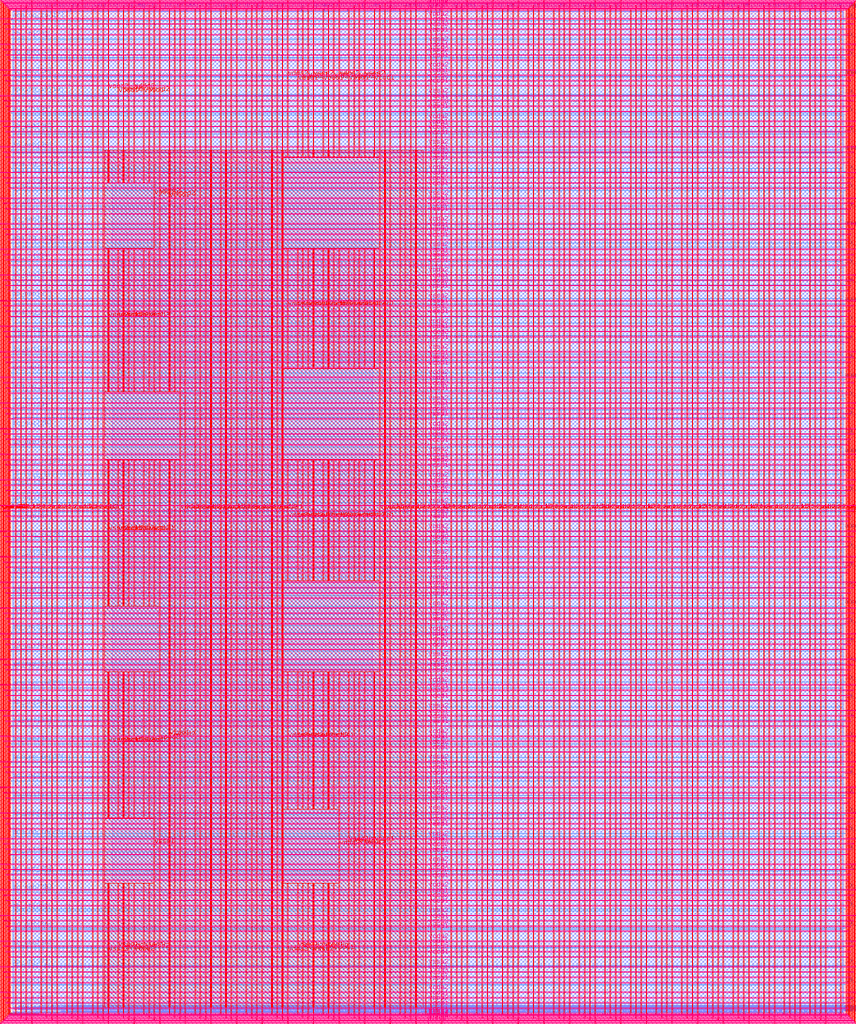
<source format=lef>
VERSION 5.7 ;
  NOWIREEXTENSIONATPIN ON ;
  DIVIDERCHAR "/" ;
  BUSBITCHARS "[]" ;
MACRO user_project_wrapper
  CLASS BLOCK ;
  FOREIGN user_project_wrapper ;
  ORIGIN 0.000 0.000 ;
  SIZE 2920.000 BY 3520.000 ;
  PIN analog_io[0]
    DIRECTION INOUT ;
    USE SIGNAL ;
    PORT
      LAYER met3 ;
        RECT 2917.600 1426.380 2924.800 1427.580 ;
    END
  END analog_io[0]
  PIN analog_io[10]
    DIRECTION INOUT ;
    USE SIGNAL ;
    PORT
      LAYER met2 ;
        RECT 2230.490 3517.600 2231.050 3524.800 ;
    END
  END analog_io[10]
  PIN analog_io[11]
    DIRECTION INOUT ;
    USE SIGNAL ;
    PORT
      LAYER met2 ;
        RECT 1905.730 3517.600 1906.290 3524.800 ;
    END
  END analog_io[11]
  PIN analog_io[12]
    DIRECTION INOUT ;
    USE SIGNAL ;
    PORT
      LAYER met2 ;
        RECT 1581.430 3517.600 1581.990 3524.800 ;
    END
  END analog_io[12]
  PIN analog_io[13]
    DIRECTION INOUT ;
    USE SIGNAL ;
    PORT
      LAYER met2 ;
        RECT 1257.130 3517.600 1257.690 3524.800 ;
    END
  END analog_io[13]
  PIN analog_io[14]
    DIRECTION INOUT ;
    USE SIGNAL ;
    PORT
      LAYER met2 ;
        RECT 932.370 3517.600 932.930 3524.800 ;
    END
  END analog_io[14]
  PIN analog_io[15]
    DIRECTION INOUT ;
    USE SIGNAL ;
    PORT
      LAYER met2 ;
        RECT 608.070 3517.600 608.630 3524.800 ;
    END
  END analog_io[15]
  PIN analog_io[16]
    DIRECTION INOUT ;
    USE SIGNAL ;
    PORT
      LAYER met2 ;
        RECT 283.770 3517.600 284.330 3524.800 ;
    END
  END analog_io[16]
  PIN analog_io[17]
    DIRECTION INOUT ;
    USE SIGNAL ;
    PORT
      LAYER met3 ;
        RECT -4.800 3486.100 2.400 3487.300 ;
    END
  END analog_io[17]
  PIN analog_io[18]
    DIRECTION INOUT ;
    USE SIGNAL ;
    PORT
      LAYER met3 ;
        RECT -4.800 3224.980 2.400 3226.180 ;
    END
  END analog_io[18]
  PIN analog_io[19]
    DIRECTION INOUT ;
    USE SIGNAL ;
    PORT
      LAYER met3 ;
        RECT -4.800 2964.540 2.400 2965.740 ;
    END
  END analog_io[19]
  PIN analog_io[1]
    DIRECTION INOUT ;
    USE SIGNAL ;
    PORT
      LAYER met3 ;
        RECT 2917.600 1692.260 2924.800 1693.460 ;
    END
  END analog_io[1]
  PIN analog_io[20]
    DIRECTION INOUT ;
    USE SIGNAL ;
    PORT
      LAYER met3 ;
        RECT -4.800 2703.420 2.400 2704.620 ;
    END
  END analog_io[20]
  PIN analog_io[21]
    DIRECTION INOUT ;
    USE SIGNAL ;
    PORT
      LAYER met3 ;
        RECT -4.800 2442.980 2.400 2444.180 ;
    END
  END analog_io[21]
  PIN analog_io[22]
    DIRECTION INOUT ;
    USE SIGNAL ;
    PORT
      LAYER met3 ;
        RECT -4.800 2182.540 2.400 2183.740 ;
    END
  END analog_io[22]
  PIN analog_io[23]
    DIRECTION INOUT ;
    USE SIGNAL ;
    PORT
      LAYER met3 ;
        RECT -4.800 1921.420 2.400 1922.620 ;
    END
  END analog_io[23]
  PIN analog_io[24]
    DIRECTION INOUT ;
    USE SIGNAL ;
    PORT
      LAYER met3 ;
        RECT -4.800 1660.980 2.400 1662.180 ;
    END
  END analog_io[24]
  PIN analog_io[25]
    DIRECTION INOUT ;
    USE SIGNAL ;
    PORT
      LAYER met3 ;
        RECT -4.800 1399.860 2.400 1401.060 ;
    END
  END analog_io[25]
  PIN analog_io[26]
    DIRECTION INOUT ;
    USE SIGNAL ;
    PORT
      LAYER met3 ;
        RECT -4.800 1139.420 2.400 1140.620 ;
    END
  END analog_io[26]
  PIN analog_io[27]
    DIRECTION INOUT ;
    USE SIGNAL ;
    PORT
      LAYER met3 ;
        RECT -4.800 878.980 2.400 880.180 ;
    END
  END analog_io[27]
  PIN analog_io[28]
    DIRECTION INOUT ;
    USE SIGNAL ;
    PORT
      LAYER met3 ;
        RECT -4.800 617.860 2.400 619.060 ;
    END
  END analog_io[28]
  PIN analog_io[2]
    DIRECTION INOUT ;
    USE SIGNAL ;
    PORT
      LAYER met3 ;
        RECT 2917.600 1958.140 2924.800 1959.340 ;
    END
  END analog_io[2]
  PIN analog_io[3]
    DIRECTION INOUT ;
    USE SIGNAL ;
    PORT
      LAYER met3 ;
        RECT 2917.600 2223.340 2924.800 2224.540 ;
    END
  END analog_io[3]
  PIN analog_io[4]
    DIRECTION INOUT ;
    USE SIGNAL ;
    PORT
      LAYER met3 ;
        RECT 2917.600 2489.220 2924.800 2490.420 ;
    END
  END analog_io[4]
  PIN analog_io[5]
    DIRECTION INOUT ;
    USE SIGNAL ;
    PORT
      LAYER met3 ;
        RECT 2917.600 2755.100 2924.800 2756.300 ;
    END
  END analog_io[5]
  PIN analog_io[6]
    DIRECTION INOUT ;
    USE SIGNAL ;
    PORT
      LAYER met3 ;
        RECT 2917.600 3020.300 2924.800 3021.500 ;
    END
  END analog_io[6]
  PIN analog_io[7]
    DIRECTION INOUT ;
    USE SIGNAL ;
    PORT
      LAYER met3 ;
        RECT 2917.600 3286.180 2924.800 3287.380 ;
    END
  END analog_io[7]
  PIN analog_io[8]
    DIRECTION INOUT ;
    USE SIGNAL ;
    PORT
      LAYER met2 ;
        RECT 2879.090 3517.600 2879.650 3524.800 ;
    END
  END analog_io[8]
  PIN analog_io[9]
    DIRECTION INOUT ;
    USE SIGNAL ;
    PORT
      LAYER met2 ;
        RECT 2554.790 3517.600 2555.350 3524.800 ;
    END
  END analog_io[9]
  PIN io_in[0]
    DIRECTION INPUT ;
    USE SIGNAL ;
    PORT
      LAYER met3 ;
        RECT 2917.600 32.380 2924.800 33.580 ;
    END
  END io_in[0]
  PIN io_in[10]
    DIRECTION INPUT ;
    USE SIGNAL ;
    PORT
      LAYER met3 ;
        RECT 2917.600 2289.980 2924.800 2291.180 ;
    END
  END io_in[10]
  PIN io_in[11]
    DIRECTION INPUT ;
    USE SIGNAL ;
    PORT
      LAYER met3 ;
        RECT 2917.600 2555.860 2924.800 2557.060 ;
    END
  END io_in[11]
  PIN io_in[12]
    DIRECTION INPUT ;
    USE SIGNAL ;
    PORT
      LAYER met3 ;
        RECT 2917.600 2821.060 2924.800 2822.260 ;
    END
  END io_in[12]
  PIN io_in[13]
    DIRECTION INPUT ;
    USE SIGNAL ;
    PORT
      LAYER met3 ;
        RECT 2917.600 3086.940 2924.800 3088.140 ;
    END
  END io_in[13]
  PIN io_in[14]
    DIRECTION INPUT ;
    USE SIGNAL ;
    PORT
      LAYER met3 ;
        RECT 2917.600 3352.820 2924.800 3354.020 ;
    END
  END io_in[14]
  PIN io_in[15]
    DIRECTION INPUT ;
    USE SIGNAL ;
    PORT
      LAYER met2 ;
        RECT 2798.130 3517.600 2798.690 3524.800 ;
    END
  END io_in[15]
  PIN io_in[16]
    DIRECTION INPUT ;
    USE SIGNAL ;
    PORT
      LAYER met2 ;
        RECT 2473.830 3517.600 2474.390 3524.800 ;
    END
  END io_in[16]
  PIN io_in[17]
    DIRECTION INPUT ;
    USE SIGNAL ;
    PORT
      LAYER met2 ;
        RECT 2149.070 3517.600 2149.630 3524.800 ;
    END
  END io_in[17]
  PIN io_in[18]
    DIRECTION INPUT ;
    USE SIGNAL ;
    PORT
      LAYER met2 ;
        RECT 1824.770 3517.600 1825.330 3524.800 ;
    END
  END io_in[18]
  PIN io_in[19]
    DIRECTION INPUT ;
    USE SIGNAL ;
    PORT
      LAYER met2 ;
        RECT 1500.470 3517.600 1501.030 3524.800 ;
    END
  END io_in[19]
  PIN io_in[1]
    DIRECTION INPUT ;
    USE SIGNAL ;
    PORT
      LAYER met3 ;
        RECT 2917.600 230.940 2924.800 232.140 ;
    END
  END io_in[1]
  PIN io_in[20]
    DIRECTION INPUT ;
    USE SIGNAL ;
    PORT
      LAYER met2 ;
        RECT 1175.710 3517.600 1176.270 3524.800 ;
    END
  END io_in[20]
  PIN io_in[21]
    DIRECTION INPUT ;
    USE SIGNAL ;
    PORT
      LAYER met2 ;
        RECT 851.410 3517.600 851.970 3524.800 ;
    END
  END io_in[21]
  PIN io_in[22]
    DIRECTION INPUT ;
    USE SIGNAL ;
    PORT
      LAYER met2 ;
        RECT 527.110 3517.600 527.670 3524.800 ;
    END
  END io_in[22]
  PIN io_in[23]
    DIRECTION INPUT ;
    USE SIGNAL ;
    PORT
      LAYER met2 ;
        RECT 202.350 3517.600 202.910 3524.800 ;
    END
  END io_in[23]
  PIN io_in[24]
    DIRECTION INPUT ;
    USE SIGNAL ;
    PORT
      LAYER met3 ;
        RECT -4.800 3420.820 2.400 3422.020 ;
    END
  END io_in[24]
  PIN io_in[25]
    DIRECTION INPUT ;
    USE SIGNAL ;
    PORT
      LAYER met3 ;
        RECT -4.800 3159.700 2.400 3160.900 ;
    END
  END io_in[25]
  PIN io_in[26]
    DIRECTION INPUT ;
    USE SIGNAL ;
    PORT
      LAYER met3 ;
        RECT -4.800 2899.260 2.400 2900.460 ;
    END
  END io_in[26]
  PIN io_in[27]
    DIRECTION INPUT ;
    USE SIGNAL ;
    PORT
      LAYER met3 ;
        RECT -4.800 2638.820 2.400 2640.020 ;
    END
  END io_in[27]
  PIN io_in[28]
    DIRECTION INPUT ;
    USE SIGNAL ;
    PORT
      LAYER met3 ;
        RECT -4.800 2377.700 2.400 2378.900 ;
    END
  END io_in[28]
  PIN io_in[29]
    DIRECTION INPUT ;
    USE SIGNAL ;
    PORT
      LAYER met3 ;
        RECT -4.800 2117.260 2.400 2118.460 ;
    END
  END io_in[29]
  PIN io_in[2]
    DIRECTION INPUT ;
    USE SIGNAL ;
    PORT
      LAYER met3 ;
        RECT 2917.600 430.180 2924.800 431.380 ;
    END
  END io_in[2]
  PIN io_in[30]
    DIRECTION INPUT ;
    USE SIGNAL ;
    PORT
      LAYER met3 ;
        RECT -4.800 1856.140 2.400 1857.340 ;
    END
  END io_in[30]
  PIN io_in[31]
    DIRECTION INPUT ;
    USE SIGNAL ;
    PORT
      LAYER met3 ;
        RECT -4.800 1595.700 2.400 1596.900 ;
    END
  END io_in[31]
  PIN io_in[32]
    DIRECTION INPUT ;
    USE SIGNAL ;
    PORT
      LAYER met3 ;
        RECT -4.800 1335.260 2.400 1336.460 ;
    END
  END io_in[32]
  PIN io_in[33]
    DIRECTION INPUT ;
    USE SIGNAL ;
    PORT
      LAYER met3 ;
        RECT -4.800 1074.140 2.400 1075.340 ;
    END
  END io_in[33]
  PIN io_in[34]
    DIRECTION INPUT ;
    USE SIGNAL ;
    PORT
      LAYER met3 ;
        RECT -4.800 813.700 2.400 814.900 ;
    END
  END io_in[34]
  PIN io_in[35]
    DIRECTION INPUT ;
    USE SIGNAL ;
    PORT
      LAYER met3 ;
        RECT -4.800 552.580 2.400 553.780 ;
    END
  END io_in[35]
  PIN io_in[36]
    DIRECTION INPUT ;
    USE SIGNAL ;
    PORT
      LAYER met3 ;
        RECT -4.800 357.420 2.400 358.620 ;
    END
  END io_in[36]
  PIN io_in[37]
    DIRECTION INPUT ;
    USE SIGNAL ;
    PORT
      LAYER met3 ;
        RECT -4.800 161.580 2.400 162.780 ;
    END
  END io_in[37]
  PIN io_in[3]
    DIRECTION INPUT ;
    USE SIGNAL ;
    PORT
      LAYER met3 ;
        RECT 2917.600 629.420 2924.800 630.620 ;
    END
  END io_in[3]
  PIN io_in[4]
    DIRECTION INPUT ;
    USE SIGNAL ;
    PORT
      LAYER met3 ;
        RECT 2917.600 828.660 2924.800 829.860 ;
    END
  END io_in[4]
  PIN io_in[5]
    DIRECTION INPUT ;
    USE SIGNAL ;
    PORT
      LAYER met3 ;
        RECT 2917.600 1027.900 2924.800 1029.100 ;
    END
  END io_in[5]
  PIN io_in[6]
    DIRECTION INPUT ;
    USE SIGNAL ;
    PORT
      LAYER met3 ;
        RECT 2917.600 1227.140 2924.800 1228.340 ;
    END
  END io_in[6]
  PIN io_in[7]
    DIRECTION INPUT ;
    USE SIGNAL ;
    PORT
      LAYER met3 ;
        RECT 2917.600 1493.020 2924.800 1494.220 ;
    END
  END io_in[7]
  PIN io_in[8]
    DIRECTION INPUT ;
    USE SIGNAL ;
    PORT
      LAYER met3 ;
        RECT 2917.600 1758.900 2924.800 1760.100 ;
    END
  END io_in[8]
  PIN io_in[9]
    DIRECTION INPUT ;
    USE SIGNAL ;
    PORT
      LAYER met3 ;
        RECT 2917.600 2024.100 2924.800 2025.300 ;
    END
  END io_in[9]
  PIN io_oeb[0]
    DIRECTION OUTPUT TRISTATE ;
    USE SIGNAL ;
    PORT
      LAYER met3 ;
        RECT 2917.600 164.980 2924.800 166.180 ;
    END
  END io_oeb[0]
  PIN io_oeb[10]
    DIRECTION OUTPUT TRISTATE ;
    USE SIGNAL ;
    PORT
      LAYER met3 ;
        RECT 2917.600 2422.580 2924.800 2423.780 ;
    END
  END io_oeb[10]
  PIN io_oeb[11]
    DIRECTION OUTPUT TRISTATE ;
    USE SIGNAL ;
    PORT
      LAYER met3 ;
        RECT 2917.600 2688.460 2924.800 2689.660 ;
    END
  END io_oeb[11]
  PIN io_oeb[12]
    DIRECTION OUTPUT TRISTATE ;
    USE SIGNAL ;
    PORT
      LAYER met3 ;
        RECT 2917.600 2954.340 2924.800 2955.540 ;
    END
  END io_oeb[12]
  PIN io_oeb[13]
    DIRECTION OUTPUT TRISTATE ;
    USE SIGNAL ;
    PORT
      LAYER met3 ;
        RECT 2917.600 3219.540 2924.800 3220.740 ;
    END
  END io_oeb[13]
  PIN io_oeb[14]
    DIRECTION OUTPUT TRISTATE ;
    USE SIGNAL ;
    PORT
      LAYER met3 ;
        RECT 2917.600 3485.420 2924.800 3486.620 ;
    END
  END io_oeb[14]
  PIN io_oeb[15]
    DIRECTION OUTPUT TRISTATE ;
    USE SIGNAL ;
    PORT
      LAYER met2 ;
        RECT 2635.750 3517.600 2636.310 3524.800 ;
    END
  END io_oeb[15]
  PIN io_oeb[16]
    DIRECTION OUTPUT TRISTATE ;
    USE SIGNAL ;
    PORT
      LAYER met2 ;
        RECT 2311.450 3517.600 2312.010 3524.800 ;
    END
  END io_oeb[16]
  PIN io_oeb[17]
    DIRECTION OUTPUT TRISTATE ;
    USE SIGNAL ;
    PORT
      LAYER met2 ;
        RECT 1987.150 3517.600 1987.710 3524.800 ;
    END
  END io_oeb[17]
  PIN io_oeb[18]
    DIRECTION OUTPUT TRISTATE ;
    USE SIGNAL ;
    PORT
      LAYER met2 ;
        RECT 1662.390 3517.600 1662.950 3524.800 ;
    END
  END io_oeb[18]
  PIN io_oeb[19]
    DIRECTION OUTPUT TRISTATE ;
    USE SIGNAL ;
    PORT
      LAYER met2 ;
        RECT 1338.090 3517.600 1338.650 3524.800 ;
    END
  END io_oeb[19]
  PIN io_oeb[1]
    DIRECTION OUTPUT TRISTATE ;
    USE SIGNAL ;
    PORT
      LAYER met3 ;
        RECT 2917.600 364.220 2924.800 365.420 ;
    END
  END io_oeb[1]
  PIN io_oeb[20]
    DIRECTION OUTPUT TRISTATE ;
    USE SIGNAL ;
    PORT
      LAYER met2 ;
        RECT 1013.790 3517.600 1014.350 3524.800 ;
    END
  END io_oeb[20]
  PIN io_oeb[21]
    DIRECTION OUTPUT TRISTATE ;
    USE SIGNAL ;
    PORT
      LAYER met2 ;
        RECT 689.030 3517.600 689.590 3524.800 ;
    END
  END io_oeb[21]
  PIN io_oeb[22]
    DIRECTION OUTPUT TRISTATE ;
    USE SIGNAL ;
    PORT
      LAYER met2 ;
        RECT 364.730 3517.600 365.290 3524.800 ;
    END
  END io_oeb[22]
  PIN io_oeb[23]
    DIRECTION OUTPUT TRISTATE ;
    USE SIGNAL ;
    PORT
      LAYER met2 ;
        RECT 40.430 3517.600 40.990 3524.800 ;
    END
  END io_oeb[23]
  PIN io_oeb[24]
    DIRECTION OUTPUT TRISTATE ;
    USE SIGNAL ;
    PORT
      LAYER met3 ;
        RECT -4.800 3290.260 2.400 3291.460 ;
    END
  END io_oeb[24]
  PIN io_oeb[25]
    DIRECTION OUTPUT TRISTATE ;
    USE SIGNAL ;
    PORT
      LAYER met3 ;
        RECT -4.800 3029.820 2.400 3031.020 ;
    END
  END io_oeb[25]
  PIN io_oeb[26]
    DIRECTION OUTPUT TRISTATE ;
    USE SIGNAL ;
    PORT
      LAYER met3 ;
        RECT -4.800 2768.700 2.400 2769.900 ;
    END
  END io_oeb[26]
  PIN io_oeb[27]
    DIRECTION OUTPUT TRISTATE ;
    USE SIGNAL ;
    PORT
      LAYER met3 ;
        RECT -4.800 2508.260 2.400 2509.460 ;
    END
  END io_oeb[27]
  PIN io_oeb[28]
    DIRECTION OUTPUT TRISTATE ;
    USE SIGNAL ;
    PORT
      LAYER met3 ;
        RECT -4.800 2247.140 2.400 2248.340 ;
    END
  END io_oeb[28]
  PIN io_oeb[29]
    DIRECTION OUTPUT TRISTATE ;
    USE SIGNAL ;
    PORT
      LAYER met3 ;
        RECT -4.800 1986.700 2.400 1987.900 ;
    END
  END io_oeb[29]
  PIN io_oeb[2]
    DIRECTION OUTPUT TRISTATE ;
    USE SIGNAL ;
    PORT
      LAYER met3 ;
        RECT 2917.600 563.460 2924.800 564.660 ;
    END
  END io_oeb[2]
  PIN io_oeb[30]
    DIRECTION OUTPUT TRISTATE ;
    USE SIGNAL ;
    PORT
      LAYER met3 ;
        RECT -4.800 1726.260 2.400 1727.460 ;
    END
  END io_oeb[30]
  PIN io_oeb[31]
    DIRECTION OUTPUT TRISTATE ;
    USE SIGNAL ;
    PORT
      LAYER met3 ;
        RECT -4.800 1465.140 2.400 1466.340 ;
    END
  END io_oeb[31]
  PIN io_oeb[32]
    DIRECTION OUTPUT TRISTATE ;
    USE SIGNAL ;
    PORT
      LAYER met3 ;
        RECT -4.800 1204.700 2.400 1205.900 ;
    END
  END io_oeb[32]
  PIN io_oeb[33]
    DIRECTION OUTPUT TRISTATE ;
    USE SIGNAL ;
    PORT
      LAYER met3 ;
        RECT -4.800 943.580 2.400 944.780 ;
    END
  END io_oeb[33]
  PIN io_oeb[34]
    DIRECTION OUTPUT TRISTATE ;
    USE SIGNAL ;
    PORT
      LAYER met3 ;
        RECT -4.800 683.140 2.400 684.340 ;
    END
  END io_oeb[34]
  PIN io_oeb[35]
    DIRECTION OUTPUT TRISTATE ;
    USE SIGNAL ;
    PORT
      LAYER met3 ;
        RECT -4.800 422.700 2.400 423.900 ;
    END
  END io_oeb[35]
  PIN io_oeb[36]
    DIRECTION OUTPUT TRISTATE ;
    USE SIGNAL ;
    PORT
      LAYER met3 ;
        RECT -4.800 226.860 2.400 228.060 ;
    END
  END io_oeb[36]
  PIN io_oeb[37]
    DIRECTION OUTPUT TRISTATE ;
    USE SIGNAL ;
    PORT
      LAYER met3 ;
        RECT -4.800 31.700 2.400 32.900 ;
    END
  END io_oeb[37]
  PIN io_oeb[3]
    DIRECTION OUTPUT TRISTATE ;
    USE SIGNAL ;
    PORT
      LAYER met3 ;
        RECT 2917.600 762.700 2924.800 763.900 ;
    END
  END io_oeb[3]
  PIN io_oeb[4]
    DIRECTION OUTPUT TRISTATE ;
    USE SIGNAL ;
    PORT
      LAYER met3 ;
        RECT 2917.600 961.940 2924.800 963.140 ;
    END
  END io_oeb[4]
  PIN io_oeb[5]
    DIRECTION OUTPUT TRISTATE ;
    USE SIGNAL ;
    PORT
      LAYER met3 ;
        RECT 2917.600 1161.180 2924.800 1162.380 ;
    END
  END io_oeb[5]
  PIN io_oeb[6]
    DIRECTION OUTPUT TRISTATE ;
    USE SIGNAL ;
    PORT
      LAYER met3 ;
        RECT 2917.600 1360.420 2924.800 1361.620 ;
    END
  END io_oeb[6]
  PIN io_oeb[7]
    DIRECTION OUTPUT TRISTATE ;
    USE SIGNAL ;
    PORT
      LAYER met3 ;
        RECT 2917.600 1625.620 2924.800 1626.820 ;
    END
  END io_oeb[7]
  PIN io_oeb[8]
    DIRECTION OUTPUT TRISTATE ;
    USE SIGNAL ;
    PORT
      LAYER met3 ;
        RECT 2917.600 1891.500 2924.800 1892.700 ;
    END
  END io_oeb[8]
  PIN io_oeb[9]
    DIRECTION OUTPUT TRISTATE ;
    USE SIGNAL ;
    PORT
      LAYER met3 ;
        RECT 2917.600 2157.380 2924.800 2158.580 ;
    END
  END io_oeb[9]
  PIN io_out[0]
    DIRECTION OUTPUT TRISTATE ;
    USE SIGNAL ;
    PORT
      LAYER met3 ;
        RECT 2917.600 98.340 2924.800 99.540 ;
    END
  END io_out[0]
  PIN io_out[10]
    DIRECTION OUTPUT TRISTATE ;
    USE SIGNAL ;
    PORT
      LAYER met3 ;
        RECT 2917.600 2356.620 2924.800 2357.820 ;
    END
  END io_out[10]
  PIN io_out[11]
    DIRECTION OUTPUT TRISTATE ;
    USE SIGNAL ;
    PORT
      LAYER met3 ;
        RECT 2917.600 2621.820 2924.800 2623.020 ;
    END
  END io_out[11]
  PIN io_out[12]
    DIRECTION OUTPUT TRISTATE ;
    USE SIGNAL ;
    PORT
      LAYER met3 ;
        RECT 2917.600 2887.700 2924.800 2888.900 ;
    END
  END io_out[12]
  PIN io_out[13]
    DIRECTION OUTPUT TRISTATE ;
    USE SIGNAL ;
    PORT
      LAYER met3 ;
        RECT 2917.600 3153.580 2924.800 3154.780 ;
    END
  END io_out[13]
  PIN io_out[14]
    DIRECTION OUTPUT TRISTATE ;
    USE SIGNAL ;
    PORT
      LAYER met3 ;
        RECT 2917.600 3418.780 2924.800 3419.980 ;
    END
  END io_out[14]
  PIN io_out[15]
    DIRECTION OUTPUT TRISTATE ;
    USE SIGNAL ;
    PORT
      LAYER met2 ;
        RECT 2717.170 3517.600 2717.730 3524.800 ;
    END
  END io_out[15]
  PIN io_out[16]
    DIRECTION OUTPUT TRISTATE ;
    USE SIGNAL ;
    PORT
      LAYER met2 ;
        RECT 2392.410 3517.600 2392.970 3524.800 ;
    END
  END io_out[16]
  PIN io_out[17]
    DIRECTION OUTPUT TRISTATE ;
    USE SIGNAL ;
    PORT
      LAYER met2 ;
        RECT 2068.110 3517.600 2068.670 3524.800 ;
    END
  END io_out[17]
  PIN io_out[18]
    DIRECTION OUTPUT TRISTATE ;
    USE SIGNAL ;
    PORT
      LAYER met2 ;
        RECT 1743.810 3517.600 1744.370 3524.800 ;
    END
  END io_out[18]
  PIN io_out[19]
    DIRECTION OUTPUT TRISTATE ;
    USE SIGNAL ;
    PORT
      LAYER met2 ;
        RECT 1419.050 3517.600 1419.610 3524.800 ;
    END
  END io_out[19]
  PIN io_out[1]
    DIRECTION OUTPUT TRISTATE ;
    USE SIGNAL ;
    PORT
      LAYER met3 ;
        RECT 2917.600 297.580 2924.800 298.780 ;
    END
  END io_out[1]
  PIN io_out[20]
    DIRECTION OUTPUT TRISTATE ;
    USE SIGNAL ;
    PORT
      LAYER met2 ;
        RECT 1094.750 3517.600 1095.310 3524.800 ;
    END
  END io_out[20]
  PIN io_out[21]
    DIRECTION OUTPUT TRISTATE ;
    USE SIGNAL ;
    PORT
      LAYER met2 ;
        RECT 770.450 3517.600 771.010 3524.800 ;
    END
  END io_out[21]
  PIN io_out[22]
    DIRECTION OUTPUT TRISTATE ;
    USE SIGNAL ;
    PORT
      LAYER met2 ;
        RECT 445.690 3517.600 446.250 3524.800 ;
    END
  END io_out[22]
  PIN io_out[23]
    DIRECTION OUTPUT TRISTATE ;
    USE SIGNAL ;
    PORT
      LAYER met2 ;
        RECT 121.390 3517.600 121.950 3524.800 ;
    END
  END io_out[23]
  PIN io_out[24]
    DIRECTION OUTPUT TRISTATE ;
    USE SIGNAL ;
    PORT
      LAYER met3 ;
        RECT -4.800 3355.540 2.400 3356.740 ;
    END
  END io_out[24]
  PIN io_out[25]
    DIRECTION OUTPUT TRISTATE ;
    USE SIGNAL ;
    PORT
      LAYER met3 ;
        RECT -4.800 3095.100 2.400 3096.300 ;
    END
  END io_out[25]
  PIN io_out[26]
    DIRECTION OUTPUT TRISTATE ;
    USE SIGNAL ;
    PORT
      LAYER met3 ;
        RECT -4.800 2833.980 2.400 2835.180 ;
    END
  END io_out[26]
  PIN io_out[27]
    DIRECTION OUTPUT TRISTATE ;
    USE SIGNAL ;
    PORT
      LAYER met3 ;
        RECT -4.800 2573.540 2.400 2574.740 ;
    END
  END io_out[27]
  PIN io_out[28]
    DIRECTION OUTPUT TRISTATE ;
    USE SIGNAL ;
    PORT
      LAYER met3 ;
        RECT -4.800 2312.420 2.400 2313.620 ;
    END
  END io_out[28]
  PIN io_out[29]
    DIRECTION OUTPUT TRISTATE ;
    USE SIGNAL ;
    PORT
      LAYER met3 ;
        RECT -4.800 2051.980 2.400 2053.180 ;
    END
  END io_out[29]
  PIN io_out[2]
    DIRECTION OUTPUT TRISTATE ;
    USE SIGNAL ;
    PORT
      LAYER met3 ;
        RECT 2917.600 496.820 2924.800 498.020 ;
    END
  END io_out[2]
  PIN io_out[30]
    DIRECTION OUTPUT TRISTATE ;
    USE SIGNAL ;
    PORT
      LAYER met3 ;
        RECT -4.800 1791.540 2.400 1792.740 ;
    END
  END io_out[30]
  PIN io_out[31]
    DIRECTION OUTPUT TRISTATE ;
    USE SIGNAL ;
    PORT
      LAYER met3 ;
        RECT -4.800 1530.420 2.400 1531.620 ;
    END
  END io_out[31]
  PIN io_out[32]
    DIRECTION OUTPUT TRISTATE ;
    USE SIGNAL ;
    PORT
      LAYER met3 ;
        RECT -4.800 1269.980 2.400 1271.180 ;
    END
  END io_out[32]
  PIN io_out[33]
    DIRECTION OUTPUT TRISTATE ;
    USE SIGNAL ;
    PORT
      LAYER met3 ;
        RECT -4.800 1008.860 2.400 1010.060 ;
    END
  END io_out[33]
  PIN io_out[34]
    DIRECTION OUTPUT TRISTATE ;
    USE SIGNAL ;
    PORT
      LAYER met3 ;
        RECT -4.800 748.420 2.400 749.620 ;
    END
  END io_out[34]
  PIN io_out[35]
    DIRECTION OUTPUT TRISTATE ;
    USE SIGNAL ;
    PORT
      LAYER met3 ;
        RECT -4.800 487.300 2.400 488.500 ;
    END
  END io_out[35]
  PIN io_out[36]
    DIRECTION OUTPUT TRISTATE ;
    USE SIGNAL ;
    PORT
      LAYER met3 ;
        RECT -4.800 292.140 2.400 293.340 ;
    END
  END io_out[36]
  PIN io_out[37]
    DIRECTION OUTPUT TRISTATE ;
    USE SIGNAL ;
    PORT
      LAYER met3 ;
        RECT -4.800 96.300 2.400 97.500 ;
    END
  END io_out[37]
  PIN io_out[3]
    DIRECTION OUTPUT TRISTATE ;
    USE SIGNAL ;
    PORT
      LAYER met3 ;
        RECT 2917.600 696.060 2924.800 697.260 ;
    END
  END io_out[3]
  PIN io_out[4]
    DIRECTION OUTPUT TRISTATE ;
    USE SIGNAL ;
    PORT
      LAYER met3 ;
        RECT 2917.600 895.300 2924.800 896.500 ;
    END
  END io_out[4]
  PIN io_out[5]
    DIRECTION OUTPUT TRISTATE ;
    USE SIGNAL ;
    PORT
      LAYER met3 ;
        RECT 2917.600 1094.540 2924.800 1095.740 ;
    END
  END io_out[5]
  PIN io_out[6]
    DIRECTION OUTPUT TRISTATE ;
    USE SIGNAL ;
    PORT
      LAYER met3 ;
        RECT 2917.600 1293.780 2924.800 1294.980 ;
    END
  END io_out[6]
  PIN io_out[7]
    DIRECTION OUTPUT TRISTATE ;
    USE SIGNAL ;
    PORT
      LAYER met3 ;
        RECT 2917.600 1559.660 2924.800 1560.860 ;
    END
  END io_out[7]
  PIN io_out[8]
    DIRECTION OUTPUT TRISTATE ;
    USE SIGNAL ;
    PORT
      LAYER met3 ;
        RECT 2917.600 1824.860 2924.800 1826.060 ;
    END
  END io_out[8]
  PIN io_out[9]
    DIRECTION OUTPUT TRISTATE ;
    USE SIGNAL ;
    PORT
      LAYER met3 ;
        RECT 2917.600 2090.740 2924.800 2091.940 ;
    END
  END io_out[9]
  PIN la_data_in[0]
    DIRECTION INPUT ;
    USE SIGNAL ;
    PORT
      LAYER met2 ;
        RECT 629.230 -4.800 629.790 2.400 ;
    END
  END la_data_in[0]
  PIN la_data_in[100]
    DIRECTION INPUT ;
    USE SIGNAL ;
    PORT
      LAYER met2 ;
        RECT 2402.530 -4.800 2403.090 2.400 ;
    END
  END la_data_in[100]
  PIN la_data_in[101]
    DIRECTION INPUT ;
    USE SIGNAL ;
    PORT
      LAYER met2 ;
        RECT 2420.010 -4.800 2420.570 2.400 ;
    END
  END la_data_in[101]
  PIN la_data_in[102]
    DIRECTION INPUT ;
    USE SIGNAL ;
    PORT
      LAYER met2 ;
        RECT 2437.950 -4.800 2438.510 2.400 ;
    END
  END la_data_in[102]
  PIN la_data_in[103]
    DIRECTION INPUT ;
    USE SIGNAL ;
    PORT
      LAYER met2 ;
        RECT 2455.430 -4.800 2455.990 2.400 ;
    END
  END la_data_in[103]
  PIN la_data_in[104]
    DIRECTION INPUT ;
    USE SIGNAL ;
    PORT
      LAYER met2 ;
        RECT 2473.370 -4.800 2473.930 2.400 ;
    END
  END la_data_in[104]
  PIN la_data_in[105]
    DIRECTION INPUT ;
    USE SIGNAL ;
    PORT
      LAYER met2 ;
        RECT 2490.850 -4.800 2491.410 2.400 ;
    END
  END la_data_in[105]
  PIN la_data_in[106]
    DIRECTION INPUT ;
    USE SIGNAL ;
    PORT
      LAYER met2 ;
        RECT 2508.790 -4.800 2509.350 2.400 ;
    END
  END la_data_in[106]
  PIN la_data_in[107]
    DIRECTION INPUT ;
    USE SIGNAL ;
    PORT
      LAYER met2 ;
        RECT 2526.730 -4.800 2527.290 2.400 ;
    END
  END la_data_in[107]
  PIN la_data_in[108]
    DIRECTION INPUT ;
    USE SIGNAL ;
    PORT
      LAYER met2 ;
        RECT 2544.210 -4.800 2544.770 2.400 ;
    END
  END la_data_in[108]
  PIN la_data_in[109]
    DIRECTION INPUT ;
    USE SIGNAL ;
    PORT
      LAYER met2 ;
        RECT 2562.150 -4.800 2562.710 2.400 ;
    END
  END la_data_in[109]
  PIN la_data_in[10]
    DIRECTION INPUT ;
    USE SIGNAL ;
    PORT
      LAYER met2 ;
        RECT 806.330 -4.800 806.890 2.400 ;
    END
  END la_data_in[10]
  PIN la_data_in[110]
    DIRECTION INPUT ;
    USE SIGNAL ;
    PORT
      LAYER met2 ;
        RECT 2579.630 -4.800 2580.190 2.400 ;
    END
  END la_data_in[110]
  PIN la_data_in[111]
    DIRECTION INPUT ;
    USE SIGNAL ;
    PORT
      LAYER met2 ;
        RECT 2597.570 -4.800 2598.130 2.400 ;
    END
  END la_data_in[111]
  PIN la_data_in[112]
    DIRECTION INPUT ;
    USE SIGNAL ;
    PORT
      LAYER met2 ;
        RECT 2615.050 -4.800 2615.610 2.400 ;
    END
  END la_data_in[112]
  PIN la_data_in[113]
    DIRECTION INPUT ;
    USE SIGNAL ;
    PORT
      LAYER met2 ;
        RECT 2632.990 -4.800 2633.550 2.400 ;
    END
  END la_data_in[113]
  PIN la_data_in[114]
    DIRECTION INPUT ;
    USE SIGNAL ;
    PORT
      LAYER met2 ;
        RECT 2650.470 -4.800 2651.030 2.400 ;
    END
  END la_data_in[114]
  PIN la_data_in[115]
    DIRECTION INPUT ;
    USE SIGNAL ;
    PORT
      LAYER met2 ;
        RECT 2668.410 -4.800 2668.970 2.400 ;
    END
  END la_data_in[115]
  PIN la_data_in[116]
    DIRECTION INPUT ;
    USE SIGNAL ;
    PORT
      LAYER met2 ;
        RECT 2685.890 -4.800 2686.450 2.400 ;
    END
  END la_data_in[116]
  PIN la_data_in[117]
    DIRECTION INPUT ;
    USE SIGNAL ;
    PORT
      LAYER met2 ;
        RECT 2703.830 -4.800 2704.390 2.400 ;
    END
  END la_data_in[117]
  PIN la_data_in[118]
    DIRECTION INPUT ;
    USE SIGNAL ;
    PORT
      LAYER met2 ;
        RECT 2721.770 -4.800 2722.330 2.400 ;
    END
  END la_data_in[118]
  PIN la_data_in[119]
    DIRECTION INPUT ;
    USE SIGNAL ;
    PORT
      LAYER met2 ;
        RECT 2739.250 -4.800 2739.810 2.400 ;
    END
  END la_data_in[119]
  PIN la_data_in[11]
    DIRECTION INPUT ;
    USE SIGNAL ;
    PORT
      LAYER met2 ;
        RECT 824.270 -4.800 824.830 2.400 ;
    END
  END la_data_in[11]
  PIN la_data_in[120]
    DIRECTION INPUT ;
    USE SIGNAL ;
    PORT
      LAYER met2 ;
        RECT 2757.190 -4.800 2757.750 2.400 ;
    END
  END la_data_in[120]
  PIN la_data_in[121]
    DIRECTION INPUT ;
    USE SIGNAL ;
    PORT
      LAYER met2 ;
        RECT 2774.670 -4.800 2775.230 2.400 ;
    END
  END la_data_in[121]
  PIN la_data_in[122]
    DIRECTION INPUT ;
    USE SIGNAL ;
    PORT
      LAYER met2 ;
        RECT 2792.610 -4.800 2793.170 2.400 ;
    END
  END la_data_in[122]
  PIN la_data_in[123]
    DIRECTION INPUT ;
    USE SIGNAL ;
    PORT
      LAYER met2 ;
        RECT 2810.090 -4.800 2810.650 2.400 ;
    END
  END la_data_in[123]
  PIN la_data_in[124]
    DIRECTION INPUT ;
    USE SIGNAL ;
    PORT
      LAYER met2 ;
        RECT 2828.030 -4.800 2828.590 2.400 ;
    END
  END la_data_in[124]
  PIN la_data_in[125]
    DIRECTION INPUT ;
    USE SIGNAL ;
    PORT
      LAYER met2 ;
        RECT 2845.510 -4.800 2846.070 2.400 ;
    END
  END la_data_in[125]
  PIN la_data_in[126]
    DIRECTION INPUT ;
    USE SIGNAL ;
    PORT
      LAYER met2 ;
        RECT 2863.450 -4.800 2864.010 2.400 ;
    END
  END la_data_in[126]
  PIN la_data_in[127]
    DIRECTION INPUT ;
    USE SIGNAL ;
    PORT
      LAYER met2 ;
        RECT 2881.390 -4.800 2881.950 2.400 ;
    END
  END la_data_in[127]
  PIN la_data_in[12]
    DIRECTION INPUT ;
    USE SIGNAL ;
    PORT
      LAYER met2 ;
        RECT 841.750 -4.800 842.310 2.400 ;
    END
  END la_data_in[12]
  PIN la_data_in[13]
    DIRECTION INPUT ;
    USE SIGNAL ;
    PORT
      LAYER met2 ;
        RECT 859.690 -4.800 860.250 2.400 ;
    END
  END la_data_in[13]
  PIN la_data_in[14]
    DIRECTION INPUT ;
    USE SIGNAL ;
    PORT
      LAYER met2 ;
        RECT 877.170 -4.800 877.730 2.400 ;
    END
  END la_data_in[14]
  PIN la_data_in[15]
    DIRECTION INPUT ;
    USE SIGNAL ;
    PORT
      LAYER met2 ;
        RECT 895.110 -4.800 895.670 2.400 ;
    END
  END la_data_in[15]
  PIN la_data_in[16]
    DIRECTION INPUT ;
    USE SIGNAL ;
    PORT
      LAYER met2 ;
        RECT 912.590 -4.800 913.150 2.400 ;
    END
  END la_data_in[16]
  PIN la_data_in[17]
    DIRECTION INPUT ;
    USE SIGNAL ;
    PORT
      LAYER met2 ;
        RECT 930.530 -4.800 931.090 2.400 ;
    END
  END la_data_in[17]
  PIN la_data_in[18]
    DIRECTION INPUT ;
    USE SIGNAL ;
    PORT
      LAYER met2 ;
        RECT 948.470 -4.800 949.030 2.400 ;
    END
  END la_data_in[18]
  PIN la_data_in[19]
    DIRECTION INPUT ;
    USE SIGNAL ;
    PORT
      LAYER met2 ;
        RECT 965.950 -4.800 966.510 2.400 ;
    END
  END la_data_in[19]
  PIN la_data_in[1]
    DIRECTION INPUT ;
    USE SIGNAL ;
    PORT
      LAYER met2 ;
        RECT 646.710 -4.800 647.270 2.400 ;
    END
  END la_data_in[1]
  PIN la_data_in[20]
    DIRECTION INPUT ;
    USE SIGNAL ;
    PORT
      LAYER met2 ;
        RECT 983.890 -4.800 984.450 2.400 ;
    END
  END la_data_in[20]
  PIN la_data_in[21]
    DIRECTION INPUT ;
    USE SIGNAL ;
    PORT
      LAYER met2 ;
        RECT 1001.370 -4.800 1001.930 2.400 ;
    END
  END la_data_in[21]
  PIN la_data_in[22]
    DIRECTION INPUT ;
    USE SIGNAL ;
    PORT
      LAYER met2 ;
        RECT 1019.310 -4.800 1019.870 2.400 ;
    END
  END la_data_in[22]
  PIN la_data_in[23]
    DIRECTION INPUT ;
    USE SIGNAL ;
    PORT
      LAYER met2 ;
        RECT 1036.790 -4.800 1037.350 2.400 ;
    END
  END la_data_in[23]
  PIN la_data_in[24]
    DIRECTION INPUT ;
    USE SIGNAL ;
    PORT
      LAYER met2 ;
        RECT 1054.730 -4.800 1055.290 2.400 ;
    END
  END la_data_in[24]
  PIN la_data_in[25]
    DIRECTION INPUT ;
    USE SIGNAL ;
    PORT
      LAYER met2 ;
        RECT 1072.210 -4.800 1072.770 2.400 ;
    END
  END la_data_in[25]
  PIN la_data_in[26]
    DIRECTION INPUT ;
    USE SIGNAL ;
    PORT
      LAYER met2 ;
        RECT 1090.150 -4.800 1090.710 2.400 ;
    END
  END la_data_in[26]
  PIN la_data_in[27]
    DIRECTION INPUT ;
    USE SIGNAL ;
    PORT
      LAYER met2 ;
        RECT 1107.630 -4.800 1108.190 2.400 ;
    END
  END la_data_in[27]
  PIN la_data_in[28]
    DIRECTION INPUT ;
    USE SIGNAL ;
    PORT
      LAYER met2 ;
        RECT 1125.570 -4.800 1126.130 2.400 ;
    END
  END la_data_in[28]
  PIN la_data_in[29]
    DIRECTION INPUT ;
    USE SIGNAL ;
    PORT
      LAYER met2 ;
        RECT 1143.510 -4.800 1144.070 2.400 ;
    END
  END la_data_in[29]
  PIN la_data_in[2]
    DIRECTION INPUT ;
    USE SIGNAL ;
    PORT
      LAYER met2 ;
        RECT 664.650 -4.800 665.210 2.400 ;
    END
  END la_data_in[2]
  PIN la_data_in[30]
    DIRECTION INPUT ;
    USE SIGNAL ;
    PORT
      LAYER met2 ;
        RECT 1160.990 -4.800 1161.550 2.400 ;
    END
  END la_data_in[30]
  PIN la_data_in[31]
    DIRECTION INPUT ;
    USE SIGNAL ;
    PORT
      LAYER met2 ;
        RECT 1178.930 -4.800 1179.490 2.400 ;
    END
  END la_data_in[31]
  PIN la_data_in[32]
    DIRECTION INPUT ;
    USE SIGNAL ;
    PORT
      LAYER met2 ;
        RECT 1196.410 -4.800 1196.970 2.400 ;
    END
  END la_data_in[32]
  PIN la_data_in[33]
    DIRECTION INPUT ;
    USE SIGNAL ;
    PORT
      LAYER met2 ;
        RECT 1214.350 -4.800 1214.910 2.400 ;
    END
  END la_data_in[33]
  PIN la_data_in[34]
    DIRECTION INPUT ;
    USE SIGNAL ;
    PORT
      LAYER met2 ;
        RECT 1231.830 -4.800 1232.390 2.400 ;
    END
  END la_data_in[34]
  PIN la_data_in[35]
    DIRECTION INPUT ;
    USE SIGNAL ;
    PORT
      LAYER met2 ;
        RECT 1249.770 -4.800 1250.330 2.400 ;
    END
  END la_data_in[35]
  PIN la_data_in[36]
    DIRECTION INPUT ;
    USE SIGNAL ;
    PORT
      LAYER met2 ;
        RECT 1267.250 -4.800 1267.810 2.400 ;
    END
  END la_data_in[36]
  PIN la_data_in[37]
    DIRECTION INPUT ;
    USE SIGNAL ;
    PORT
      LAYER met2 ;
        RECT 1285.190 -4.800 1285.750 2.400 ;
    END
  END la_data_in[37]
  PIN la_data_in[38]
    DIRECTION INPUT ;
    USE SIGNAL ;
    PORT
      LAYER met2 ;
        RECT 1303.130 -4.800 1303.690 2.400 ;
    END
  END la_data_in[38]
  PIN la_data_in[39]
    DIRECTION INPUT ;
    USE SIGNAL ;
    PORT
      LAYER met2 ;
        RECT 1320.610 -4.800 1321.170 2.400 ;
    END
  END la_data_in[39]
  PIN la_data_in[3]
    DIRECTION INPUT ;
    USE SIGNAL ;
    PORT
      LAYER met2 ;
        RECT 682.130 -4.800 682.690 2.400 ;
    END
  END la_data_in[3]
  PIN la_data_in[40]
    DIRECTION INPUT ;
    USE SIGNAL ;
    PORT
      LAYER met2 ;
        RECT 1338.550 -4.800 1339.110 2.400 ;
    END
  END la_data_in[40]
  PIN la_data_in[41]
    DIRECTION INPUT ;
    USE SIGNAL ;
    PORT
      LAYER met2 ;
        RECT 1356.030 -4.800 1356.590 2.400 ;
    END
  END la_data_in[41]
  PIN la_data_in[42]
    DIRECTION INPUT ;
    USE SIGNAL ;
    PORT
      LAYER met2 ;
        RECT 1373.970 -4.800 1374.530 2.400 ;
    END
  END la_data_in[42]
  PIN la_data_in[43]
    DIRECTION INPUT ;
    USE SIGNAL ;
    PORT
      LAYER met2 ;
        RECT 1391.450 -4.800 1392.010 2.400 ;
    END
  END la_data_in[43]
  PIN la_data_in[44]
    DIRECTION INPUT ;
    USE SIGNAL ;
    PORT
      LAYER met2 ;
        RECT 1409.390 -4.800 1409.950 2.400 ;
    END
  END la_data_in[44]
  PIN la_data_in[45]
    DIRECTION INPUT ;
    USE SIGNAL ;
    PORT
      LAYER met2 ;
        RECT 1426.870 -4.800 1427.430 2.400 ;
    END
  END la_data_in[45]
  PIN la_data_in[46]
    DIRECTION INPUT ;
    USE SIGNAL ;
    PORT
      LAYER met2 ;
        RECT 1444.810 -4.800 1445.370 2.400 ;
    END
  END la_data_in[46]
  PIN la_data_in[47]
    DIRECTION INPUT ;
    USE SIGNAL ;
    PORT
      LAYER met2 ;
        RECT 1462.750 -4.800 1463.310 2.400 ;
    END
  END la_data_in[47]
  PIN la_data_in[48]
    DIRECTION INPUT ;
    USE SIGNAL ;
    PORT
      LAYER met2 ;
        RECT 1480.230 -4.800 1480.790 2.400 ;
    END
  END la_data_in[48]
  PIN la_data_in[49]
    DIRECTION INPUT ;
    USE SIGNAL ;
    PORT
      LAYER met2 ;
        RECT 1498.170 -4.800 1498.730 2.400 ;
    END
  END la_data_in[49]
  PIN la_data_in[4]
    DIRECTION INPUT ;
    USE SIGNAL ;
    PORT
      LAYER met2 ;
        RECT 700.070 -4.800 700.630 2.400 ;
    END
  END la_data_in[4]
  PIN la_data_in[50]
    DIRECTION INPUT ;
    USE SIGNAL ;
    PORT
      LAYER met2 ;
        RECT 1515.650 -4.800 1516.210 2.400 ;
    END
  END la_data_in[50]
  PIN la_data_in[51]
    DIRECTION INPUT ;
    USE SIGNAL ;
    PORT
      LAYER met2 ;
        RECT 1533.590 -4.800 1534.150 2.400 ;
    END
  END la_data_in[51]
  PIN la_data_in[52]
    DIRECTION INPUT ;
    USE SIGNAL ;
    PORT
      LAYER met2 ;
        RECT 1551.070 -4.800 1551.630 2.400 ;
    END
  END la_data_in[52]
  PIN la_data_in[53]
    DIRECTION INPUT ;
    USE SIGNAL ;
    PORT
      LAYER met2 ;
        RECT 1569.010 -4.800 1569.570 2.400 ;
    END
  END la_data_in[53]
  PIN la_data_in[54]
    DIRECTION INPUT ;
    USE SIGNAL ;
    PORT
      LAYER met2 ;
        RECT 1586.490 -4.800 1587.050 2.400 ;
    END
  END la_data_in[54]
  PIN la_data_in[55]
    DIRECTION INPUT ;
    USE SIGNAL ;
    PORT
      LAYER met2 ;
        RECT 1604.430 -4.800 1604.990 2.400 ;
    END
  END la_data_in[55]
  PIN la_data_in[56]
    DIRECTION INPUT ;
    USE SIGNAL ;
    PORT
      LAYER met2 ;
        RECT 1621.910 -4.800 1622.470 2.400 ;
    END
  END la_data_in[56]
  PIN la_data_in[57]
    DIRECTION INPUT ;
    USE SIGNAL ;
    PORT
      LAYER met2 ;
        RECT 1639.850 -4.800 1640.410 2.400 ;
    END
  END la_data_in[57]
  PIN la_data_in[58]
    DIRECTION INPUT ;
    USE SIGNAL ;
    PORT
      LAYER met2 ;
        RECT 1657.790 -4.800 1658.350 2.400 ;
    END
  END la_data_in[58]
  PIN la_data_in[59]
    DIRECTION INPUT ;
    USE SIGNAL ;
    PORT
      LAYER met2 ;
        RECT 1675.270 -4.800 1675.830 2.400 ;
    END
  END la_data_in[59]
  PIN la_data_in[5]
    DIRECTION INPUT ;
    USE SIGNAL ;
    PORT
      LAYER met2 ;
        RECT 717.550 -4.800 718.110 2.400 ;
    END
  END la_data_in[5]
  PIN la_data_in[60]
    DIRECTION INPUT ;
    USE SIGNAL ;
    PORT
      LAYER met2 ;
        RECT 1693.210 -4.800 1693.770 2.400 ;
    END
  END la_data_in[60]
  PIN la_data_in[61]
    DIRECTION INPUT ;
    USE SIGNAL ;
    PORT
      LAYER met2 ;
        RECT 1710.690 -4.800 1711.250 2.400 ;
    END
  END la_data_in[61]
  PIN la_data_in[62]
    DIRECTION INPUT ;
    USE SIGNAL ;
    PORT
      LAYER met2 ;
        RECT 1728.630 -4.800 1729.190 2.400 ;
    END
  END la_data_in[62]
  PIN la_data_in[63]
    DIRECTION INPUT ;
    USE SIGNAL ;
    PORT
      LAYER met2 ;
        RECT 1746.110 -4.800 1746.670 2.400 ;
    END
  END la_data_in[63]
  PIN la_data_in[64]
    DIRECTION INPUT ;
    USE SIGNAL ;
    PORT
      LAYER met2 ;
        RECT 1764.050 -4.800 1764.610 2.400 ;
    END
  END la_data_in[64]
  PIN la_data_in[65]
    DIRECTION INPUT ;
    USE SIGNAL ;
    PORT
      LAYER met2 ;
        RECT 1781.530 -4.800 1782.090 2.400 ;
    END
  END la_data_in[65]
  PIN la_data_in[66]
    DIRECTION INPUT ;
    USE SIGNAL ;
    PORT
      LAYER met2 ;
        RECT 1799.470 -4.800 1800.030 2.400 ;
    END
  END la_data_in[66]
  PIN la_data_in[67]
    DIRECTION INPUT ;
    USE SIGNAL ;
    PORT
      LAYER met2 ;
        RECT 1817.410 -4.800 1817.970 2.400 ;
    END
  END la_data_in[67]
  PIN la_data_in[68]
    DIRECTION INPUT ;
    USE SIGNAL ;
    PORT
      LAYER met2 ;
        RECT 1834.890 -4.800 1835.450 2.400 ;
    END
  END la_data_in[68]
  PIN la_data_in[69]
    DIRECTION INPUT ;
    USE SIGNAL ;
    PORT
      LAYER met2 ;
        RECT 1852.830 -4.800 1853.390 2.400 ;
    END
  END la_data_in[69]
  PIN la_data_in[6]
    DIRECTION INPUT ;
    USE SIGNAL ;
    PORT
      LAYER met2 ;
        RECT 735.490 -4.800 736.050 2.400 ;
    END
  END la_data_in[6]
  PIN la_data_in[70]
    DIRECTION INPUT ;
    USE SIGNAL ;
    PORT
      LAYER met2 ;
        RECT 1870.310 -4.800 1870.870 2.400 ;
    END
  END la_data_in[70]
  PIN la_data_in[71]
    DIRECTION INPUT ;
    USE SIGNAL ;
    PORT
      LAYER met2 ;
        RECT 1888.250 -4.800 1888.810 2.400 ;
    END
  END la_data_in[71]
  PIN la_data_in[72]
    DIRECTION INPUT ;
    USE SIGNAL ;
    PORT
      LAYER met2 ;
        RECT 1905.730 -4.800 1906.290 2.400 ;
    END
  END la_data_in[72]
  PIN la_data_in[73]
    DIRECTION INPUT ;
    USE SIGNAL ;
    PORT
      LAYER met2 ;
        RECT 1923.670 -4.800 1924.230 2.400 ;
    END
  END la_data_in[73]
  PIN la_data_in[74]
    DIRECTION INPUT ;
    USE SIGNAL ;
    PORT
      LAYER met2 ;
        RECT 1941.150 -4.800 1941.710 2.400 ;
    END
  END la_data_in[74]
  PIN la_data_in[75]
    DIRECTION INPUT ;
    USE SIGNAL ;
    PORT
      LAYER met2 ;
        RECT 1959.090 -4.800 1959.650 2.400 ;
    END
  END la_data_in[75]
  PIN la_data_in[76]
    DIRECTION INPUT ;
    USE SIGNAL ;
    PORT
      LAYER met2 ;
        RECT 1976.570 -4.800 1977.130 2.400 ;
    END
  END la_data_in[76]
  PIN la_data_in[77]
    DIRECTION INPUT ;
    USE SIGNAL ;
    PORT
      LAYER met2 ;
        RECT 1994.510 -4.800 1995.070 2.400 ;
    END
  END la_data_in[77]
  PIN la_data_in[78]
    DIRECTION INPUT ;
    USE SIGNAL ;
    PORT
      LAYER met2 ;
        RECT 2012.450 -4.800 2013.010 2.400 ;
    END
  END la_data_in[78]
  PIN la_data_in[79]
    DIRECTION INPUT ;
    USE SIGNAL ;
    PORT
      LAYER met2 ;
        RECT 2029.930 -4.800 2030.490 2.400 ;
    END
  END la_data_in[79]
  PIN la_data_in[7]
    DIRECTION INPUT ;
    USE SIGNAL ;
    PORT
      LAYER met2 ;
        RECT 752.970 -4.800 753.530 2.400 ;
    END
  END la_data_in[7]
  PIN la_data_in[80]
    DIRECTION INPUT ;
    USE SIGNAL ;
    PORT
      LAYER met2 ;
        RECT 2047.870 -4.800 2048.430 2.400 ;
    END
  END la_data_in[80]
  PIN la_data_in[81]
    DIRECTION INPUT ;
    USE SIGNAL ;
    PORT
      LAYER met2 ;
        RECT 2065.350 -4.800 2065.910 2.400 ;
    END
  END la_data_in[81]
  PIN la_data_in[82]
    DIRECTION INPUT ;
    USE SIGNAL ;
    PORT
      LAYER met2 ;
        RECT 2083.290 -4.800 2083.850 2.400 ;
    END
  END la_data_in[82]
  PIN la_data_in[83]
    DIRECTION INPUT ;
    USE SIGNAL ;
    PORT
      LAYER met2 ;
        RECT 2100.770 -4.800 2101.330 2.400 ;
    END
  END la_data_in[83]
  PIN la_data_in[84]
    DIRECTION INPUT ;
    USE SIGNAL ;
    PORT
      LAYER met2 ;
        RECT 2118.710 -4.800 2119.270 2.400 ;
    END
  END la_data_in[84]
  PIN la_data_in[85]
    DIRECTION INPUT ;
    USE SIGNAL ;
    PORT
      LAYER met2 ;
        RECT 2136.190 -4.800 2136.750 2.400 ;
    END
  END la_data_in[85]
  PIN la_data_in[86]
    DIRECTION INPUT ;
    USE SIGNAL ;
    PORT
      LAYER met2 ;
        RECT 2154.130 -4.800 2154.690 2.400 ;
    END
  END la_data_in[86]
  PIN la_data_in[87]
    DIRECTION INPUT ;
    USE SIGNAL ;
    PORT
      LAYER met2 ;
        RECT 2172.070 -4.800 2172.630 2.400 ;
    END
  END la_data_in[87]
  PIN la_data_in[88]
    DIRECTION INPUT ;
    USE SIGNAL ;
    PORT
      LAYER met2 ;
        RECT 2189.550 -4.800 2190.110 2.400 ;
    END
  END la_data_in[88]
  PIN la_data_in[89]
    DIRECTION INPUT ;
    USE SIGNAL ;
    PORT
      LAYER met2 ;
        RECT 2207.490 -4.800 2208.050 2.400 ;
    END
  END la_data_in[89]
  PIN la_data_in[8]
    DIRECTION INPUT ;
    USE SIGNAL ;
    PORT
      LAYER met2 ;
        RECT 770.910 -4.800 771.470 2.400 ;
    END
  END la_data_in[8]
  PIN la_data_in[90]
    DIRECTION INPUT ;
    USE SIGNAL ;
    PORT
      LAYER met2 ;
        RECT 2224.970 -4.800 2225.530 2.400 ;
    END
  END la_data_in[90]
  PIN la_data_in[91]
    DIRECTION INPUT ;
    USE SIGNAL ;
    PORT
      LAYER met2 ;
        RECT 2242.910 -4.800 2243.470 2.400 ;
    END
  END la_data_in[91]
  PIN la_data_in[92]
    DIRECTION INPUT ;
    USE SIGNAL ;
    PORT
      LAYER met2 ;
        RECT 2260.390 -4.800 2260.950 2.400 ;
    END
  END la_data_in[92]
  PIN la_data_in[93]
    DIRECTION INPUT ;
    USE SIGNAL ;
    PORT
      LAYER met2 ;
        RECT 2278.330 -4.800 2278.890 2.400 ;
    END
  END la_data_in[93]
  PIN la_data_in[94]
    DIRECTION INPUT ;
    USE SIGNAL ;
    PORT
      LAYER met2 ;
        RECT 2295.810 -4.800 2296.370 2.400 ;
    END
  END la_data_in[94]
  PIN la_data_in[95]
    DIRECTION INPUT ;
    USE SIGNAL ;
    PORT
      LAYER met2 ;
        RECT 2313.750 -4.800 2314.310 2.400 ;
    END
  END la_data_in[95]
  PIN la_data_in[96]
    DIRECTION INPUT ;
    USE SIGNAL ;
    PORT
      LAYER met2 ;
        RECT 2331.230 -4.800 2331.790 2.400 ;
    END
  END la_data_in[96]
  PIN la_data_in[97]
    DIRECTION INPUT ;
    USE SIGNAL ;
    PORT
      LAYER met2 ;
        RECT 2349.170 -4.800 2349.730 2.400 ;
    END
  END la_data_in[97]
  PIN la_data_in[98]
    DIRECTION INPUT ;
    USE SIGNAL ;
    PORT
      LAYER met2 ;
        RECT 2367.110 -4.800 2367.670 2.400 ;
    END
  END la_data_in[98]
  PIN la_data_in[99]
    DIRECTION INPUT ;
    USE SIGNAL ;
    PORT
      LAYER met2 ;
        RECT 2384.590 -4.800 2385.150 2.400 ;
    END
  END la_data_in[99]
  PIN la_data_in[9]
    DIRECTION INPUT ;
    USE SIGNAL ;
    PORT
      LAYER met2 ;
        RECT 788.850 -4.800 789.410 2.400 ;
    END
  END la_data_in[9]
  PIN la_data_out[0]
    DIRECTION OUTPUT TRISTATE ;
    USE SIGNAL ;
    PORT
      LAYER met2 ;
        RECT 634.750 -4.800 635.310 2.400 ;
    END
  END la_data_out[0]
  PIN la_data_out[100]
    DIRECTION OUTPUT TRISTATE ;
    USE SIGNAL ;
    PORT
      LAYER met2 ;
        RECT 2408.510 -4.800 2409.070 2.400 ;
    END
  END la_data_out[100]
  PIN la_data_out[101]
    DIRECTION OUTPUT TRISTATE ;
    USE SIGNAL ;
    PORT
      LAYER met2 ;
        RECT 2425.990 -4.800 2426.550 2.400 ;
    END
  END la_data_out[101]
  PIN la_data_out[102]
    DIRECTION OUTPUT TRISTATE ;
    USE SIGNAL ;
    PORT
      LAYER met2 ;
        RECT 2443.930 -4.800 2444.490 2.400 ;
    END
  END la_data_out[102]
  PIN la_data_out[103]
    DIRECTION OUTPUT TRISTATE ;
    USE SIGNAL ;
    PORT
      LAYER met2 ;
        RECT 2461.410 -4.800 2461.970 2.400 ;
    END
  END la_data_out[103]
  PIN la_data_out[104]
    DIRECTION OUTPUT TRISTATE ;
    USE SIGNAL ;
    PORT
      LAYER met2 ;
        RECT 2479.350 -4.800 2479.910 2.400 ;
    END
  END la_data_out[104]
  PIN la_data_out[105]
    DIRECTION OUTPUT TRISTATE ;
    USE SIGNAL ;
    PORT
      LAYER met2 ;
        RECT 2496.830 -4.800 2497.390 2.400 ;
    END
  END la_data_out[105]
  PIN la_data_out[106]
    DIRECTION OUTPUT TRISTATE ;
    USE SIGNAL ;
    PORT
      LAYER met2 ;
        RECT 2514.770 -4.800 2515.330 2.400 ;
    END
  END la_data_out[106]
  PIN la_data_out[107]
    DIRECTION OUTPUT TRISTATE ;
    USE SIGNAL ;
    PORT
      LAYER met2 ;
        RECT 2532.250 -4.800 2532.810 2.400 ;
    END
  END la_data_out[107]
  PIN la_data_out[108]
    DIRECTION OUTPUT TRISTATE ;
    USE SIGNAL ;
    PORT
      LAYER met2 ;
        RECT 2550.190 -4.800 2550.750 2.400 ;
    END
  END la_data_out[108]
  PIN la_data_out[109]
    DIRECTION OUTPUT TRISTATE ;
    USE SIGNAL ;
    PORT
      LAYER met2 ;
        RECT 2567.670 -4.800 2568.230 2.400 ;
    END
  END la_data_out[109]
  PIN la_data_out[10]
    DIRECTION OUTPUT TRISTATE ;
    USE SIGNAL ;
    PORT
      LAYER met2 ;
        RECT 812.310 -4.800 812.870 2.400 ;
    END
  END la_data_out[10]
  PIN la_data_out[110]
    DIRECTION OUTPUT TRISTATE ;
    USE SIGNAL ;
    PORT
      LAYER met2 ;
        RECT 2585.610 -4.800 2586.170 2.400 ;
    END
  END la_data_out[110]
  PIN la_data_out[111]
    DIRECTION OUTPUT TRISTATE ;
    USE SIGNAL ;
    PORT
      LAYER met2 ;
        RECT 2603.550 -4.800 2604.110 2.400 ;
    END
  END la_data_out[111]
  PIN la_data_out[112]
    DIRECTION OUTPUT TRISTATE ;
    USE SIGNAL ;
    PORT
      LAYER met2 ;
        RECT 2621.030 -4.800 2621.590 2.400 ;
    END
  END la_data_out[112]
  PIN la_data_out[113]
    DIRECTION OUTPUT TRISTATE ;
    USE SIGNAL ;
    PORT
      LAYER met2 ;
        RECT 2638.970 -4.800 2639.530 2.400 ;
    END
  END la_data_out[113]
  PIN la_data_out[114]
    DIRECTION OUTPUT TRISTATE ;
    USE SIGNAL ;
    PORT
      LAYER met2 ;
        RECT 2656.450 -4.800 2657.010 2.400 ;
    END
  END la_data_out[114]
  PIN la_data_out[115]
    DIRECTION OUTPUT TRISTATE ;
    USE SIGNAL ;
    PORT
      LAYER met2 ;
        RECT 2674.390 -4.800 2674.950 2.400 ;
    END
  END la_data_out[115]
  PIN la_data_out[116]
    DIRECTION OUTPUT TRISTATE ;
    USE SIGNAL ;
    PORT
      LAYER met2 ;
        RECT 2691.870 -4.800 2692.430 2.400 ;
    END
  END la_data_out[116]
  PIN la_data_out[117]
    DIRECTION OUTPUT TRISTATE ;
    USE SIGNAL ;
    PORT
      LAYER met2 ;
        RECT 2709.810 -4.800 2710.370 2.400 ;
    END
  END la_data_out[117]
  PIN la_data_out[118]
    DIRECTION OUTPUT TRISTATE ;
    USE SIGNAL ;
    PORT
      LAYER met2 ;
        RECT 2727.290 -4.800 2727.850 2.400 ;
    END
  END la_data_out[118]
  PIN la_data_out[119]
    DIRECTION OUTPUT TRISTATE ;
    USE SIGNAL ;
    PORT
      LAYER met2 ;
        RECT 2745.230 -4.800 2745.790 2.400 ;
    END
  END la_data_out[119]
  PIN la_data_out[11]
    DIRECTION OUTPUT TRISTATE ;
    USE SIGNAL ;
    PORT
      LAYER met2 ;
        RECT 830.250 -4.800 830.810 2.400 ;
    END
  END la_data_out[11]
  PIN la_data_out[120]
    DIRECTION OUTPUT TRISTATE ;
    USE SIGNAL ;
    PORT
      LAYER met2 ;
        RECT 2763.170 -4.800 2763.730 2.400 ;
    END
  END la_data_out[120]
  PIN la_data_out[121]
    DIRECTION OUTPUT TRISTATE ;
    USE SIGNAL ;
    PORT
      LAYER met2 ;
        RECT 2780.650 -4.800 2781.210 2.400 ;
    END
  END la_data_out[121]
  PIN la_data_out[122]
    DIRECTION OUTPUT TRISTATE ;
    USE SIGNAL ;
    PORT
      LAYER met2 ;
        RECT 2798.590 -4.800 2799.150 2.400 ;
    END
  END la_data_out[122]
  PIN la_data_out[123]
    DIRECTION OUTPUT TRISTATE ;
    USE SIGNAL ;
    PORT
      LAYER met2 ;
        RECT 2816.070 -4.800 2816.630 2.400 ;
    END
  END la_data_out[123]
  PIN la_data_out[124]
    DIRECTION OUTPUT TRISTATE ;
    USE SIGNAL ;
    PORT
      LAYER met2 ;
        RECT 2834.010 -4.800 2834.570 2.400 ;
    END
  END la_data_out[124]
  PIN la_data_out[125]
    DIRECTION OUTPUT TRISTATE ;
    USE SIGNAL ;
    PORT
      LAYER met2 ;
        RECT 2851.490 -4.800 2852.050 2.400 ;
    END
  END la_data_out[125]
  PIN la_data_out[126]
    DIRECTION OUTPUT TRISTATE ;
    USE SIGNAL ;
    PORT
      LAYER met2 ;
        RECT 2869.430 -4.800 2869.990 2.400 ;
    END
  END la_data_out[126]
  PIN la_data_out[127]
    DIRECTION OUTPUT TRISTATE ;
    USE SIGNAL ;
    PORT
      LAYER met2 ;
        RECT 2886.910 -4.800 2887.470 2.400 ;
    END
  END la_data_out[127]
  PIN la_data_out[12]
    DIRECTION OUTPUT TRISTATE ;
    USE SIGNAL ;
    PORT
      LAYER met2 ;
        RECT 847.730 -4.800 848.290 2.400 ;
    END
  END la_data_out[12]
  PIN la_data_out[13]
    DIRECTION OUTPUT TRISTATE ;
    USE SIGNAL ;
    PORT
      LAYER met2 ;
        RECT 865.670 -4.800 866.230 2.400 ;
    END
  END la_data_out[13]
  PIN la_data_out[14]
    DIRECTION OUTPUT TRISTATE ;
    USE SIGNAL ;
    PORT
      LAYER met2 ;
        RECT 883.150 -4.800 883.710 2.400 ;
    END
  END la_data_out[14]
  PIN la_data_out[15]
    DIRECTION OUTPUT TRISTATE ;
    USE SIGNAL ;
    PORT
      LAYER met2 ;
        RECT 901.090 -4.800 901.650 2.400 ;
    END
  END la_data_out[15]
  PIN la_data_out[16]
    DIRECTION OUTPUT TRISTATE ;
    USE SIGNAL ;
    PORT
      LAYER met2 ;
        RECT 918.570 -4.800 919.130 2.400 ;
    END
  END la_data_out[16]
  PIN la_data_out[17]
    DIRECTION OUTPUT TRISTATE ;
    USE SIGNAL ;
    PORT
      LAYER met2 ;
        RECT 936.510 -4.800 937.070 2.400 ;
    END
  END la_data_out[17]
  PIN la_data_out[18]
    DIRECTION OUTPUT TRISTATE ;
    USE SIGNAL ;
    PORT
      LAYER met2 ;
        RECT 953.990 -4.800 954.550 2.400 ;
    END
  END la_data_out[18]
  PIN la_data_out[19]
    DIRECTION OUTPUT TRISTATE ;
    USE SIGNAL ;
    PORT
      LAYER met2 ;
        RECT 971.930 -4.800 972.490 2.400 ;
    END
  END la_data_out[19]
  PIN la_data_out[1]
    DIRECTION OUTPUT TRISTATE ;
    USE SIGNAL ;
    PORT
      LAYER met2 ;
        RECT 652.690 -4.800 653.250 2.400 ;
    END
  END la_data_out[1]
  PIN la_data_out[20]
    DIRECTION OUTPUT TRISTATE ;
    USE SIGNAL ;
    PORT
      LAYER met2 ;
        RECT 989.410 -4.800 989.970 2.400 ;
    END
  END la_data_out[20]
  PIN la_data_out[21]
    DIRECTION OUTPUT TRISTATE ;
    USE SIGNAL ;
    PORT
      LAYER met2 ;
        RECT 1007.350 -4.800 1007.910 2.400 ;
    END
  END la_data_out[21]
  PIN la_data_out[22]
    DIRECTION OUTPUT TRISTATE ;
    USE SIGNAL ;
    PORT
      LAYER met2 ;
        RECT 1025.290 -4.800 1025.850 2.400 ;
    END
  END la_data_out[22]
  PIN la_data_out[23]
    DIRECTION OUTPUT TRISTATE ;
    USE SIGNAL ;
    PORT
      LAYER met2 ;
        RECT 1042.770 -4.800 1043.330 2.400 ;
    END
  END la_data_out[23]
  PIN la_data_out[24]
    DIRECTION OUTPUT TRISTATE ;
    USE SIGNAL ;
    PORT
      LAYER met2 ;
        RECT 1060.710 -4.800 1061.270 2.400 ;
    END
  END la_data_out[24]
  PIN la_data_out[25]
    DIRECTION OUTPUT TRISTATE ;
    USE SIGNAL ;
    PORT
      LAYER met2 ;
        RECT 1078.190 -4.800 1078.750 2.400 ;
    END
  END la_data_out[25]
  PIN la_data_out[26]
    DIRECTION OUTPUT TRISTATE ;
    USE SIGNAL ;
    PORT
      LAYER met2 ;
        RECT 1096.130 -4.800 1096.690 2.400 ;
    END
  END la_data_out[26]
  PIN la_data_out[27]
    DIRECTION OUTPUT TRISTATE ;
    USE SIGNAL ;
    PORT
      LAYER met2 ;
        RECT 1113.610 -4.800 1114.170 2.400 ;
    END
  END la_data_out[27]
  PIN la_data_out[28]
    DIRECTION OUTPUT TRISTATE ;
    USE SIGNAL ;
    PORT
      LAYER met2 ;
        RECT 1131.550 -4.800 1132.110 2.400 ;
    END
  END la_data_out[28]
  PIN la_data_out[29]
    DIRECTION OUTPUT TRISTATE ;
    USE SIGNAL ;
    PORT
      LAYER met2 ;
        RECT 1149.030 -4.800 1149.590 2.400 ;
    END
  END la_data_out[29]
  PIN la_data_out[2]
    DIRECTION OUTPUT TRISTATE ;
    USE SIGNAL ;
    PORT
      LAYER met2 ;
        RECT 670.630 -4.800 671.190 2.400 ;
    END
  END la_data_out[2]
  PIN la_data_out[30]
    DIRECTION OUTPUT TRISTATE ;
    USE SIGNAL ;
    PORT
      LAYER met2 ;
        RECT 1166.970 -4.800 1167.530 2.400 ;
    END
  END la_data_out[30]
  PIN la_data_out[31]
    DIRECTION OUTPUT TRISTATE ;
    USE SIGNAL ;
    PORT
      LAYER met2 ;
        RECT 1184.910 -4.800 1185.470 2.400 ;
    END
  END la_data_out[31]
  PIN la_data_out[32]
    DIRECTION OUTPUT TRISTATE ;
    USE SIGNAL ;
    PORT
      LAYER met2 ;
        RECT 1202.390 -4.800 1202.950 2.400 ;
    END
  END la_data_out[32]
  PIN la_data_out[33]
    DIRECTION OUTPUT TRISTATE ;
    USE SIGNAL ;
    PORT
      LAYER met2 ;
        RECT 1220.330 -4.800 1220.890 2.400 ;
    END
  END la_data_out[33]
  PIN la_data_out[34]
    DIRECTION OUTPUT TRISTATE ;
    USE SIGNAL ;
    PORT
      LAYER met2 ;
        RECT 1237.810 -4.800 1238.370 2.400 ;
    END
  END la_data_out[34]
  PIN la_data_out[35]
    DIRECTION OUTPUT TRISTATE ;
    USE SIGNAL ;
    PORT
      LAYER met2 ;
        RECT 1255.750 -4.800 1256.310 2.400 ;
    END
  END la_data_out[35]
  PIN la_data_out[36]
    DIRECTION OUTPUT TRISTATE ;
    USE SIGNAL ;
    PORT
      LAYER met2 ;
        RECT 1273.230 -4.800 1273.790 2.400 ;
    END
  END la_data_out[36]
  PIN la_data_out[37]
    DIRECTION OUTPUT TRISTATE ;
    USE SIGNAL ;
    PORT
      LAYER met2 ;
        RECT 1291.170 -4.800 1291.730 2.400 ;
    END
  END la_data_out[37]
  PIN la_data_out[38]
    DIRECTION OUTPUT TRISTATE ;
    USE SIGNAL ;
    PORT
      LAYER met2 ;
        RECT 1308.650 -4.800 1309.210 2.400 ;
    END
  END la_data_out[38]
  PIN la_data_out[39]
    DIRECTION OUTPUT TRISTATE ;
    USE SIGNAL ;
    PORT
      LAYER met2 ;
        RECT 1326.590 -4.800 1327.150 2.400 ;
    END
  END la_data_out[39]
  PIN la_data_out[3]
    DIRECTION OUTPUT TRISTATE ;
    USE SIGNAL ;
    PORT
      LAYER met2 ;
        RECT 688.110 -4.800 688.670 2.400 ;
    END
  END la_data_out[3]
  PIN la_data_out[40]
    DIRECTION OUTPUT TRISTATE ;
    USE SIGNAL ;
    PORT
      LAYER met2 ;
        RECT 1344.070 -4.800 1344.630 2.400 ;
    END
  END la_data_out[40]
  PIN la_data_out[41]
    DIRECTION OUTPUT TRISTATE ;
    USE SIGNAL ;
    PORT
      LAYER met2 ;
        RECT 1362.010 -4.800 1362.570 2.400 ;
    END
  END la_data_out[41]
  PIN la_data_out[42]
    DIRECTION OUTPUT TRISTATE ;
    USE SIGNAL ;
    PORT
      LAYER met2 ;
        RECT 1379.950 -4.800 1380.510 2.400 ;
    END
  END la_data_out[42]
  PIN la_data_out[43]
    DIRECTION OUTPUT TRISTATE ;
    USE SIGNAL ;
    PORT
      LAYER met2 ;
        RECT 1397.430 -4.800 1397.990 2.400 ;
    END
  END la_data_out[43]
  PIN la_data_out[44]
    DIRECTION OUTPUT TRISTATE ;
    USE SIGNAL ;
    PORT
      LAYER met2 ;
        RECT 1415.370 -4.800 1415.930 2.400 ;
    END
  END la_data_out[44]
  PIN la_data_out[45]
    DIRECTION OUTPUT TRISTATE ;
    USE SIGNAL ;
    PORT
      LAYER met2 ;
        RECT 1432.850 -4.800 1433.410 2.400 ;
    END
  END la_data_out[45]
  PIN la_data_out[46]
    DIRECTION OUTPUT TRISTATE ;
    USE SIGNAL ;
    PORT
      LAYER met2 ;
        RECT 1450.790 -4.800 1451.350 2.400 ;
    END
  END la_data_out[46]
  PIN la_data_out[47]
    DIRECTION OUTPUT TRISTATE ;
    USE SIGNAL ;
    PORT
      LAYER met2 ;
        RECT 1468.270 -4.800 1468.830 2.400 ;
    END
  END la_data_out[47]
  PIN la_data_out[48]
    DIRECTION OUTPUT TRISTATE ;
    USE SIGNAL ;
    PORT
      LAYER met2 ;
        RECT 1486.210 -4.800 1486.770 2.400 ;
    END
  END la_data_out[48]
  PIN la_data_out[49]
    DIRECTION OUTPUT TRISTATE ;
    USE SIGNAL ;
    PORT
      LAYER met2 ;
        RECT 1503.690 -4.800 1504.250 2.400 ;
    END
  END la_data_out[49]
  PIN la_data_out[4]
    DIRECTION OUTPUT TRISTATE ;
    USE SIGNAL ;
    PORT
      LAYER met2 ;
        RECT 706.050 -4.800 706.610 2.400 ;
    END
  END la_data_out[4]
  PIN la_data_out[50]
    DIRECTION OUTPUT TRISTATE ;
    USE SIGNAL ;
    PORT
      LAYER met2 ;
        RECT 1521.630 -4.800 1522.190 2.400 ;
    END
  END la_data_out[50]
  PIN la_data_out[51]
    DIRECTION OUTPUT TRISTATE ;
    USE SIGNAL ;
    PORT
      LAYER met2 ;
        RECT 1539.570 -4.800 1540.130 2.400 ;
    END
  END la_data_out[51]
  PIN la_data_out[52]
    DIRECTION OUTPUT TRISTATE ;
    USE SIGNAL ;
    PORT
      LAYER met2 ;
        RECT 1557.050 -4.800 1557.610 2.400 ;
    END
  END la_data_out[52]
  PIN la_data_out[53]
    DIRECTION OUTPUT TRISTATE ;
    USE SIGNAL ;
    PORT
      LAYER met2 ;
        RECT 1574.990 -4.800 1575.550 2.400 ;
    END
  END la_data_out[53]
  PIN la_data_out[54]
    DIRECTION OUTPUT TRISTATE ;
    USE SIGNAL ;
    PORT
      LAYER met2 ;
        RECT 1592.470 -4.800 1593.030 2.400 ;
    END
  END la_data_out[54]
  PIN la_data_out[55]
    DIRECTION OUTPUT TRISTATE ;
    USE SIGNAL ;
    PORT
      LAYER met2 ;
        RECT 1610.410 -4.800 1610.970 2.400 ;
    END
  END la_data_out[55]
  PIN la_data_out[56]
    DIRECTION OUTPUT TRISTATE ;
    USE SIGNAL ;
    PORT
      LAYER met2 ;
        RECT 1627.890 -4.800 1628.450 2.400 ;
    END
  END la_data_out[56]
  PIN la_data_out[57]
    DIRECTION OUTPUT TRISTATE ;
    USE SIGNAL ;
    PORT
      LAYER met2 ;
        RECT 1645.830 -4.800 1646.390 2.400 ;
    END
  END la_data_out[57]
  PIN la_data_out[58]
    DIRECTION OUTPUT TRISTATE ;
    USE SIGNAL ;
    PORT
      LAYER met2 ;
        RECT 1663.310 -4.800 1663.870 2.400 ;
    END
  END la_data_out[58]
  PIN la_data_out[59]
    DIRECTION OUTPUT TRISTATE ;
    USE SIGNAL ;
    PORT
      LAYER met2 ;
        RECT 1681.250 -4.800 1681.810 2.400 ;
    END
  END la_data_out[59]
  PIN la_data_out[5]
    DIRECTION OUTPUT TRISTATE ;
    USE SIGNAL ;
    PORT
      LAYER met2 ;
        RECT 723.530 -4.800 724.090 2.400 ;
    END
  END la_data_out[5]
  PIN la_data_out[60]
    DIRECTION OUTPUT TRISTATE ;
    USE SIGNAL ;
    PORT
      LAYER met2 ;
        RECT 1699.190 -4.800 1699.750 2.400 ;
    END
  END la_data_out[60]
  PIN la_data_out[61]
    DIRECTION OUTPUT TRISTATE ;
    USE SIGNAL ;
    PORT
      LAYER met2 ;
        RECT 1716.670 -4.800 1717.230 2.400 ;
    END
  END la_data_out[61]
  PIN la_data_out[62]
    DIRECTION OUTPUT TRISTATE ;
    USE SIGNAL ;
    PORT
      LAYER met2 ;
        RECT 1734.610 -4.800 1735.170 2.400 ;
    END
  END la_data_out[62]
  PIN la_data_out[63]
    DIRECTION OUTPUT TRISTATE ;
    USE SIGNAL ;
    PORT
      LAYER met2 ;
        RECT 1752.090 -4.800 1752.650 2.400 ;
    END
  END la_data_out[63]
  PIN la_data_out[64]
    DIRECTION OUTPUT TRISTATE ;
    USE SIGNAL ;
    PORT
      LAYER met2 ;
        RECT 1770.030 -4.800 1770.590 2.400 ;
    END
  END la_data_out[64]
  PIN la_data_out[65]
    DIRECTION OUTPUT TRISTATE ;
    USE SIGNAL ;
    PORT
      LAYER met2 ;
        RECT 1787.510 -4.800 1788.070 2.400 ;
    END
  END la_data_out[65]
  PIN la_data_out[66]
    DIRECTION OUTPUT TRISTATE ;
    USE SIGNAL ;
    PORT
      LAYER met2 ;
        RECT 1805.450 -4.800 1806.010 2.400 ;
    END
  END la_data_out[66]
  PIN la_data_out[67]
    DIRECTION OUTPUT TRISTATE ;
    USE SIGNAL ;
    PORT
      LAYER met2 ;
        RECT 1822.930 -4.800 1823.490 2.400 ;
    END
  END la_data_out[67]
  PIN la_data_out[68]
    DIRECTION OUTPUT TRISTATE ;
    USE SIGNAL ;
    PORT
      LAYER met2 ;
        RECT 1840.870 -4.800 1841.430 2.400 ;
    END
  END la_data_out[68]
  PIN la_data_out[69]
    DIRECTION OUTPUT TRISTATE ;
    USE SIGNAL ;
    PORT
      LAYER met2 ;
        RECT 1858.350 -4.800 1858.910 2.400 ;
    END
  END la_data_out[69]
  PIN la_data_out[6]
    DIRECTION OUTPUT TRISTATE ;
    USE SIGNAL ;
    PORT
      LAYER met2 ;
        RECT 741.470 -4.800 742.030 2.400 ;
    END
  END la_data_out[6]
  PIN la_data_out[70]
    DIRECTION OUTPUT TRISTATE ;
    USE SIGNAL ;
    PORT
      LAYER met2 ;
        RECT 1876.290 -4.800 1876.850 2.400 ;
    END
  END la_data_out[70]
  PIN la_data_out[71]
    DIRECTION OUTPUT TRISTATE ;
    USE SIGNAL ;
    PORT
      LAYER met2 ;
        RECT 1894.230 -4.800 1894.790 2.400 ;
    END
  END la_data_out[71]
  PIN la_data_out[72]
    DIRECTION OUTPUT TRISTATE ;
    USE SIGNAL ;
    PORT
      LAYER met2 ;
        RECT 1911.710 -4.800 1912.270 2.400 ;
    END
  END la_data_out[72]
  PIN la_data_out[73]
    DIRECTION OUTPUT TRISTATE ;
    USE SIGNAL ;
    PORT
      LAYER met2 ;
        RECT 1929.650 -4.800 1930.210 2.400 ;
    END
  END la_data_out[73]
  PIN la_data_out[74]
    DIRECTION OUTPUT TRISTATE ;
    USE SIGNAL ;
    PORT
      LAYER met2 ;
        RECT 1947.130 -4.800 1947.690 2.400 ;
    END
  END la_data_out[74]
  PIN la_data_out[75]
    DIRECTION OUTPUT TRISTATE ;
    USE SIGNAL ;
    PORT
      LAYER met2 ;
        RECT 1965.070 -4.800 1965.630 2.400 ;
    END
  END la_data_out[75]
  PIN la_data_out[76]
    DIRECTION OUTPUT TRISTATE ;
    USE SIGNAL ;
    PORT
      LAYER met2 ;
        RECT 1982.550 -4.800 1983.110 2.400 ;
    END
  END la_data_out[76]
  PIN la_data_out[77]
    DIRECTION OUTPUT TRISTATE ;
    USE SIGNAL ;
    PORT
      LAYER met2 ;
        RECT 2000.490 -4.800 2001.050 2.400 ;
    END
  END la_data_out[77]
  PIN la_data_out[78]
    DIRECTION OUTPUT TRISTATE ;
    USE SIGNAL ;
    PORT
      LAYER met2 ;
        RECT 2017.970 -4.800 2018.530 2.400 ;
    END
  END la_data_out[78]
  PIN la_data_out[79]
    DIRECTION OUTPUT TRISTATE ;
    USE SIGNAL ;
    PORT
      LAYER met2 ;
        RECT 2035.910 -4.800 2036.470 2.400 ;
    END
  END la_data_out[79]
  PIN la_data_out[7]
    DIRECTION OUTPUT TRISTATE ;
    USE SIGNAL ;
    PORT
      LAYER met2 ;
        RECT 758.950 -4.800 759.510 2.400 ;
    END
  END la_data_out[7]
  PIN la_data_out[80]
    DIRECTION OUTPUT TRISTATE ;
    USE SIGNAL ;
    PORT
      LAYER met2 ;
        RECT 2053.850 -4.800 2054.410 2.400 ;
    END
  END la_data_out[80]
  PIN la_data_out[81]
    DIRECTION OUTPUT TRISTATE ;
    USE SIGNAL ;
    PORT
      LAYER met2 ;
        RECT 2071.330 -4.800 2071.890 2.400 ;
    END
  END la_data_out[81]
  PIN la_data_out[82]
    DIRECTION OUTPUT TRISTATE ;
    USE SIGNAL ;
    PORT
      LAYER met2 ;
        RECT 2089.270 -4.800 2089.830 2.400 ;
    END
  END la_data_out[82]
  PIN la_data_out[83]
    DIRECTION OUTPUT TRISTATE ;
    USE SIGNAL ;
    PORT
      LAYER met2 ;
        RECT 2106.750 -4.800 2107.310 2.400 ;
    END
  END la_data_out[83]
  PIN la_data_out[84]
    DIRECTION OUTPUT TRISTATE ;
    USE SIGNAL ;
    PORT
      LAYER met2 ;
        RECT 2124.690 -4.800 2125.250 2.400 ;
    END
  END la_data_out[84]
  PIN la_data_out[85]
    DIRECTION OUTPUT TRISTATE ;
    USE SIGNAL ;
    PORT
      LAYER met2 ;
        RECT 2142.170 -4.800 2142.730 2.400 ;
    END
  END la_data_out[85]
  PIN la_data_out[86]
    DIRECTION OUTPUT TRISTATE ;
    USE SIGNAL ;
    PORT
      LAYER met2 ;
        RECT 2160.110 -4.800 2160.670 2.400 ;
    END
  END la_data_out[86]
  PIN la_data_out[87]
    DIRECTION OUTPUT TRISTATE ;
    USE SIGNAL ;
    PORT
      LAYER met2 ;
        RECT 2177.590 -4.800 2178.150 2.400 ;
    END
  END la_data_out[87]
  PIN la_data_out[88]
    DIRECTION OUTPUT TRISTATE ;
    USE SIGNAL ;
    PORT
      LAYER met2 ;
        RECT 2195.530 -4.800 2196.090 2.400 ;
    END
  END la_data_out[88]
  PIN la_data_out[89]
    DIRECTION OUTPUT TRISTATE ;
    USE SIGNAL ;
    PORT
      LAYER met2 ;
        RECT 2213.010 -4.800 2213.570 2.400 ;
    END
  END la_data_out[89]
  PIN la_data_out[8]
    DIRECTION OUTPUT TRISTATE ;
    USE SIGNAL ;
    PORT
      LAYER met2 ;
        RECT 776.890 -4.800 777.450 2.400 ;
    END
  END la_data_out[8]
  PIN la_data_out[90]
    DIRECTION OUTPUT TRISTATE ;
    USE SIGNAL ;
    PORT
      LAYER met2 ;
        RECT 2230.950 -4.800 2231.510 2.400 ;
    END
  END la_data_out[90]
  PIN la_data_out[91]
    DIRECTION OUTPUT TRISTATE ;
    USE SIGNAL ;
    PORT
      LAYER met2 ;
        RECT 2248.890 -4.800 2249.450 2.400 ;
    END
  END la_data_out[91]
  PIN la_data_out[92]
    DIRECTION OUTPUT TRISTATE ;
    USE SIGNAL ;
    PORT
      LAYER met2 ;
        RECT 2266.370 -4.800 2266.930 2.400 ;
    END
  END la_data_out[92]
  PIN la_data_out[93]
    DIRECTION OUTPUT TRISTATE ;
    USE SIGNAL ;
    PORT
      LAYER met2 ;
        RECT 2284.310 -4.800 2284.870 2.400 ;
    END
  END la_data_out[93]
  PIN la_data_out[94]
    DIRECTION OUTPUT TRISTATE ;
    USE SIGNAL ;
    PORT
      LAYER met2 ;
        RECT 2301.790 -4.800 2302.350 2.400 ;
    END
  END la_data_out[94]
  PIN la_data_out[95]
    DIRECTION OUTPUT TRISTATE ;
    USE SIGNAL ;
    PORT
      LAYER met2 ;
        RECT 2319.730 -4.800 2320.290 2.400 ;
    END
  END la_data_out[95]
  PIN la_data_out[96]
    DIRECTION OUTPUT TRISTATE ;
    USE SIGNAL ;
    PORT
      LAYER met2 ;
        RECT 2337.210 -4.800 2337.770 2.400 ;
    END
  END la_data_out[96]
  PIN la_data_out[97]
    DIRECTION OUTPUT TRISTATE ;
    USE SIGNAL ;
    PORT
      LAYER met2 ;
        RECT 2355.150 -4.800 2355.710 2.400 ;
    END
  END la_data_out[97]
  PIN la_data_out[98]
    DIRECTION OUTPUT TRISTATE ;
    USE SIGNAL ;
    PORT
      LAYER met2 ;
        RECT 2372.630 -4.800 2373.190 2.400 ;
    END
  END la_data_out[98]
  PIN la_data_out[99]
    DIRECTION OUTPUT TRISTATE ;
    USE SIGNAL ;
    PORT
      LAYER met2 ;
        RECT 2390.570 -4.800 2391.130 2.400 ;
    END
  END la_data_out[99]
  PIN la_data_out[9]
    DIRECTION OUTPUT TRISTATE ;
    USE SIGNAL ;
    PORT
      LAYER met2 ;
        RECT 794.370 -4.800 794.930 2.400 ;
    END
  END la_data_out[9]
  PIN la_oenb[0]
    DIRECTION INPUT ;
    USE SIGNAL ;
    PORT
      LAYER met2 ;
        RECT 640.730 -4.800 641.290 2.400 ;
    END
  END la_oenb[0]
  PIN la_oenb[100]
    DIRECTION INPUT ;
    USE SIGNAL ;
    PORT
      LAYER met2 ;
        RECT 2414.030 -4.800 2414.590 2.400 ;
    END
  END la_oenb[100]
  PIN la_oenb[101]
    DIRECTION INPUT ;
    USE SIGNAL ;
    PORT
      LAYER met2 ;
        RECT 2431.970 -4.800 2432.530 2.400 ;
    END
  END la_oenb[101]
  PIN la_oenb[102]
    DIRECTION INPUT ;
    USE SIGNAL ;
    PORT
      LAYER met2 ;
        RECT 2449.450 -4.800 2450.010 2.400 ;
    END
  END la_oenb[102]
  PIN la_oenb[103]
    DIRECTION INPUT ;
    USE SIGNAL ;
    PORT
      LAYER met2 ;
        RECT 2467.390 -4.800 2467.950 2.400 ;
    END
  END la_oenb[103]
  PIN la_oenb[104]
    DIRECTION INPUT ;
    USE SIGNAL ;
    PORT
      LAYER met2 ;
        RECT 2485.330 -4.800 2485.890 2.400 ;
    END
  END la_oenb[104]
  PIN la_oenb[105]
    DIRECTION INPUT ;
    USE SIGNAL ;
    PORT
      LAYER met2 ;
        RECT 2502.810 -4.800 2503.370 2.400 ;
    END
  END la_oenb[105]
  PIN la_oenb[106]
    DIRECTION INPUT ;
    USE SIGNAL ;
    PORT
      LAYER met2 ;
        RECT 2520.750 -4.800 2521.310 2.400 ;
    END
  END la_oenb[106]
  PIN la_oenb[107]
    DIRECTION INPUT ;
    USE SIGNAL ;
    PORT
      LAYER met2 ;
        RECT 2538.230 -4.800 2538.790 2.400 ;
    END
  END la_oenb[107]
  PIN la_oenb[108]
    DIRECTION INPUT ;
    USE SIGNAL ;
    PORT
      LAYER met2 ;
        RECT 2556.170 -4.800 2556.730 2.400 ;
    END
  END la_oenb[108]
  PIN la_oenb[109]
    DIRECTION INPUT ;
    USE SIGNAL ;
    PORT
      LAYER met2 ;
        RECT 2573.650 -4.800 2574.210 2.400 ;
    END
  END la_oenb[109]
  PIN la_oenb[10]
    DIRECTION INPUT ;
    USE SIGNAL ;
    PORT
      LAYER met2 ;
        RECT 818.290 -4.800 818.850 2.400 ;
    END
  END la_oenb[10]
  PIN la_oenb[110]
    DIRECTION INPUT ;
    USE SIGNAL ;
    PORT
      LAYER met2 ;
        RECT 2591.590 -4.800 2592.150 2.400 ;
    END
  END la_oenb[110]
  PIN la_oenb[111]
    DIRECTION INPUT ;
    USE SIGNAL ;
    PORT
      LAYER met2 ;
        RECT 2609.070 -4.800 2609.630 2.400 ;
    END
  END la_oenb[111]
  PIN la_oenb[112]
    DIRECTION INPUT ;
    USE SIGNAL ;
    PORT
      LAYER met2 ;
        RECT 2627.010 -4.800 2627.570 2.400 ;
    END
  END la_oenb[112]
  PIN la_oenb[113]
    DIRECTION INPUT ;
    USE SIGNAL ;
    PORT
      LAYER met2 ;
        RECT 2644.950 -4.800 2645.510 2.400 ;
    END
  END la_oenb[113]
  PIN la_oenb[114]
    DIRECTION INPUT ;
    USE SIGNAL ;
    PORT
      LAYER met2 ;
        RECT 2662.430 -4.800 2662.990 2.400 ;
    END
  END la_oenb[114]
  PIN la_oenb[115]
    DIRECTION INPUT ;
    USE SIGNAL ;
    PORT
      LAYER met2 ;
        RECT 2680.370 -4.800 2680.930 2.400 ;
    END
  END la_oenb[115]
  PIN la_oenb[116]
    DIRECTION INPUT ;
    USE SIGNAL ;
    PORT
      LAYER met2 ;
        RECT 2697.850 -4.800 2698.410 2.400 ;
    END
  END la_oenb[116]
  PIN la_oenb[117]
    DIRECTION INPUT ;
    USE SIGNAL ;
    PORT
      LAYER met2 ;
        RECT 2715.790 -4.800 2716.350 2.400 ;
    END
  END la_oenb[117]
  PIN la_oenb[118]
    DIRECTION INPUT ;
    USE SIGNAL ;
    PORT
      LAYER met2 ;
        RECT 2733.270 -4.800 2733.830 2.400 ;
    END
  END la_oenb[118]
  PIN la_oenb[119]
    DIRECTION INPUT ;
    USE SIGNAL ;
    PORT
      LAYER met2 ;
        RECT 2751.210 -4.800 2751.770 2.400 ;
    END
  END la_oenb[119]
  PIN la_oenb[11]
    DIRECTION INPUT ;
    USE SIGNAL ;
    PORT
      LAYER met2 ;
        RECT 835.770 -4.800 836.330 2.400 ;
    END
  END la_oenb[11]
  PIN la_oenb[120]
    DIRECTION INPUT ;
    USE SIGNAL ;
    PORT
      LAYER met2 ;
        RECT 2768.690 -4.800 2769.250 2.400 ;
    END
  END la_oenb[120]
  PIN la_oenb[121]
    DIRECTION INPUT ;
    USE SIGNAL ;
    PORT
      LAYER met2 ;
        RECT 2786.630 -4.800 2787.190 2.400 ;
    END
  END la_oenb[121]
  PIN la_oenb[122]
    DIRECTION INPUT ;
    USE SIGNAL ;
    PORT
      LAYER met2 ;
        RECT 2804.110 -4.800 2804.670 2.400 ;
    END
  END la_oenb[122]
  PIN la_oenb[123]
    DIRECTION INPUT ;
    USE SIGNAL ;
    PORT
      LAYER met2 ;
        RECT 2822.050 -4.800 2822.610 2.400 ;
    END
  END la_oenb[123]
  PIN la_oenb[124]
    DIRECTION INPUT ;
    USE SIGNAL ;
    PORT
      LAYER met2 ;
        RECT 2839.990 -4.800 2840.550 2.400 ;
    END
  END la_oenb[124]
  PIN la_oenb[125]
    DIRECTION INPUT ;
    USE SIGNAL ;
    PORT
      LAYER met2 ;
        RECT 2857.470 -4.800 2858.030 2.400 ;
    END
  END la_oenb[125]
  PIN la_oenb[126]
    DIRECTION INPUT ;
    USE SIGNAL ;
    PORT
      LAYER met2 ;
        RECT 2875.410 -4.800 2875.970 2.400 ;
    END
  END la_oenb[126]
  PIN la_oenb[127]
    DIRECTION INPUT ;
    USE SIGNAL ;
    PORT
      LAYER met2 ;
        RECT 2892.890 -4.800 2893.450 2.400 ;
    END
  END la_oenb[127]
  PIN la_oenb[12]
    DIRECTION INPUT ;
    USE SIGNAL ;
    PORT
      LAYER met2 ;
        RECT 853.710 -4.800 854.270 2.400 ;
    END
  END la_oenb[12]
  PIN la_oenb[13]
    DIRECTION INPUT ;
    USE SIGNAL ;
    PORT
      LAYER met2 ;
        RECT 871.190 -4.800 871.750 2.400 ;
    END
  END la_oenb[13]
  PIN la_oenb[14]
    DIRECTION INPUT ;
    USE SIGNAL ;
    PORT
      LAYER met2 ;
        RECT 889.130 -4.800 889.690 2.400 ;
    END
  END la_oenb[14]
  PIN la_oenb[15]
    DIRECTION INPUT ;
    USE SIGNAL ;
    PORT
      LAYER met2 ;
        RECT 907.070 -4.800 907.630 2.400 ;
    END
  END la_oenb[15]
  PIN la_oenb[16]
    DIRECTION INPUT ;
    USE SIGNAL ;
    PORT
      LAYER met2 ;
        RECT 924.550 -4.800 925.110 2.400 ;
    END
  END la_oenb[16]
  PIN la_oenb[17]
    DIRECTION INPUT ;
    USE SIGNAL ;
    PORT
      LAYER met2 ;
        RECT 942.490 -4.800 943.050 2.400 ;
    END
  END la_oenb[17]
  PIN la_oenb[18]
    DIRECTION INPUT ;
    USE SIGNAL ;
    PORT
      LAYER met2 ;
        RECT 959.970 -4.800 960.530 2.400 ;
    END
  END la_oenb[18]
  PIN la_oenb[19]
    DIRECTION INPUT ;
    USE SIGNAL ;
    PORT
      LAYER met2 ;
        RECT 977.910 -4.800 978.470 2.400 ;
    END
  END la_oenb[19]
  PIN la_oenb[1]
    DIRECTION INPUT ;
    USE SIGNAL ;
    PORT
      LAYER met2 ;
        RECT 658.670 -4.800 659.230 2.400 ;
    END
  END la_oenb[1]
  PIN la_oenb[20]
    DIRECTION INPUT ;
    USE SIGNAL ;
    PORT
      LAYER met2 ;
        RECT 995.390 -4.800 995.950 2.400 ;
    END
  END la_oenb[20]
  PIN la_oenb[21]
    DIRECTION INPUT ;
    USE SIGNAL ;
    PORT
      LAYER met2 ;
        RECT 1013.330 -4.800 1013.890 2.400 ;
    END
  END la_oenb[21]
  PIN la_oenb[22]
    DIRECTION INPUT ;
    USE SIGNAL ;
    PORT
      LAYER met2 ;
        RECT 1030.810 -4.800 1031.370 2.400 ;
    END
  END la_oenb[22]
  PIN la_oenb[23]
    DIRECTION INPUT ;
    USE SIGNAL ;
    PORT
      LAYER met2 ;
        RECT 1048.750 -4.800 1049.310 2.400 ;
    END
  END la_oenb[23]
  PIN la_oenb[24]
    DIRECTION INPUT ;
    USE SIGNAL ;
    PORT
      LAYER met2 ;
        RECT 1066.690 -4.800 1067.250 2.400 ;
    END
  END la_oenb[24]
  PIN la_oenb[25]
    DIRECTION INPUT ;
    USE SIGNAL ;
    PORT
      LAYER met2 ;
        RECT 1084.170 -4.800 1084.730 2.400 ;
    END
  END la_oenb[25]
  PIN la_oenb[26]
    DIRECTION INPUT ;
    USE SIGNAL ;
    PORT
      LAYER met2 ;
        RECT 1102.110 -4.800 1102.670 2.400 ;
    END
  END la_oenb[26]
  PIN la_oenb[27]
    DIRECTION INPUT ;
    USE SIGNAL ;
    PORT
      LAYER met2 ;
        RECT 1119.590 -4.800 1120.150 2.400 ;
    END
  END la_oenb[27]
  PIN la_oenb[28]
    DIRECTION INPUT ;
    USE SIGNAL ;
    PORT
      LAYER met2 ;
        RECT 1137.530 -4.800 1138.090 2.400 ;
    END
  END la_oenb[28]
  PIN la_oenb[29]
    DIRECTION INPUT ;
    USE SIGNAL ;
    PORT
      LAYER met2 ;
        RECT 1155.010 -4.800 1155.570 2.400 ;
    END
  END la_oenb[29]
  PIN la_oenb[2]
    DIRECTION INPUT ;
    USE SIGNAL ;
    PORT
      LAYER met2 ;
        RECT 676.150 -4.800 676.710 2.400 ;
    END
  END la_oenb[2]
  PIN la_oenb[30]
    DIRECTION INPUT ;
    USE SIGNAL ;
    PORT
      LAYER met2 ;
        RECT 1172.950 -4.800 1173.510 2.400 ;
    END
  END la_oenb[30]
  PIN la_oenb[31]
    DIRECTION INPUT ;
    USE SIGNAL ;
    PORT
      LAYER met2 ;
        RECT 1190.430 -4.800 1190.990 2.400 ;
    END
  END la_oenb[31]
  PIN la_oenb[32]
    DIRECTION INPUT ;
    USE SIGNAL ;
    PORT
      LAYER met2 ;
        RECT 1208.370 -4.800 1208.930 2.400 ;
    END
  END la_oenb[32]
  PIN la_oenb[33]
    DIRECTION INPUT ;
    USE SIGNAL ;
    PORT
      LAYER met2 ;
        RECT 1225.850 -4.800 1226.410 2.400 ;
    END
  END la_oenb[33]
  PIN la_oenb[34]
    DIRECTION INPUT ;
    USE SIGNAL ;
    PORT
      LAYER met2 ;
        RECT 1243.790 -4.800 1244.350 2.400 ;
    END
  END la_oenb[34]
  PIN la_oenb[35]
    DIRECTION INPUT ;
    USE SIGNAL ;
    PORT
      LAYER met2 ;
        RECT 1261.730 -4.800 1262.290 2.400 ;
    END
  END la_oenb[35]
  PIN la_oenb[36]
    DIRECTION INPUT ;
    USE SIGNAL ;
    PORT
      LAYER met2 ;
        RECT 1279.210 -4.800 1279.770 2.400 ;
    END
  END la_oenb[36]
  PIN la_oenb[37]
    DIRECTION INPUT ;
    USE SIGNAL ;
    PORT
      LAYER met2 ;
        RECT 1297.150 -4.800 1297.710 2.400 ;
    END
  END la_oenb[37]
  PIN la_oenb[38]
    DIRECTION INPUT ;
    USE SIGNAL ;
    PORT
      LAYER met2 ;
        RECT 1314.630 -4.800 1315.190 2.400 ;
    END
  END la_oenb[38]
  PIN la_oenb[39]
    DIRECTION INPUT ;
    USE SIGNAL ;
    PORT
      LAYER met2 ;
        RECT 1332.570 -4.800 1333.130 2.400 ;
    END
  END la_oenb[39]
  PIN la_oenb[3]
    DIRECTION INPUT ;
    USE SIGNAL ;
    PORT
      LAYER met2 ;
        RECT 694.090 -4.800 694.650 2.400 ;
    END
  END la_oenb[3]
  PIN la_oenb[40]
    DIRECTION INPUT ;
    USE SIGNAL ;
    PORT
      LAYER met2 ;
        RECT 1350.050 -4.800 1350.610 2.400 ;
    END
  END la_oenb[40]
  PIN la_oenb[41]
    DIRECTION INPUT ;
    USE SIGNAL ;
    PORT
      LAYER met2 ;
        RECT 1367.990 -4.800 1368.550 2.400 ;
    END
  END la_oenb[41]
  PIN la_oenb[42]
    DIRECTION INPUT ;
    USE SIGNAL ;
    PORT
      LAYER met2 ;
        RECT 1385.470 -4.800 1386.030 2.400 ;
    END
  END la_oenb[42]
  PIN la_oenb[43]
    DIRECTION INPUT ;
    USE SIGNAL ;
    PORT
      LAYER met2 ;
        RECT 1403.410 -4.800 1403.970 2.400 ;
    END
  END la_oenb[43]
  PIN la_oenb[44]
    DIRECTION INPUT ;
    USE SIGNAL ;
    PORT
      LAYER met2 ;
        RECT 1421.350 -4.800 1421.910 2.400 ;
    END
  END la_oenb[44]
  PIN la_oenb[45]
    DIRECTION INPUT ;
    USE SIGNAL ;
    PORT
      LAYER met2 ;
        RECT 1438.830 -4.800 1439.390 2.400 ;
    END
  END la_oenb[45]
  PIN la_oenb[46]
    DIRECTION INPUT ;
    USE SIGNAL ;
    PORT
      LAYER met2 ;
        RECT 1456.770 -4.800 1457.330 2.400 ;
    END
  END la_oenb[46]
  PIN la_oenb[47]
    DIRECTION INPUT ;
    USE SIGNAL ;
    PORT
      LAYER met2 ;
        RECT 1474.250 -4.800 1474.810 2.400 ;
    END
  END la_oenb[47]
  PIN la_oenb[48]
    DIRECTION INPUT ;
    USE SIGNAL ;
    PORT
      LAYER met2 ;
        RECT 1492.190 -4.800 1492.750 2.400 ;
    END
  END la_oenb[48]
  PIN la_oenb[49]
    DIRECTION INPUT ;
    USE SIGNAL ;
    PORT
      LAYER met2 ;
        RECT 1509.670 -4.800 1510.230 2.400 ;
    END
  END la_oenb[49]
  PIN la_oenb[4]
    DIRECTION INPUT ;
    USE SIGNAL ;
    PORT
      LAYER met2 ;
        RECT 712.030 -4.800 712.590 2.400 ;
    END
  END la_oenb[4]
  PIN la_oenb[50]
    DIRECTION INPUT ;
    USE SIGNAL ;
    PORT
      LAYER met2 ;
        RECT 1527.610 -4.800 1528.170 2.400 ;
    END
  END la_oenb[50]
  PIN la_oenb[51]
    DIRECTION INPUT ;
    USE SIGNAL ;
    PORT
      LAYER met2 ;
        RECT 1545.090 -4.800 1545.650 2.400 ;
    END
  END la_oenb[51]
  PIN la_oenb[52]
    DIRECTION INPUT ;
    USE SIGNAL ;
    PORT
      LAYER met2 ;
        RECT 1563.030 -4.800 1563.590 2.400 ;
    END
  END la_oenb[52]
  PIN la_oenb[53]
    DIRECTION INPUT ;
    USE SIGNAL ;
    PORT
      LAYER met2 ;
        RECT 1580.970 -4.800 1581.530 2.400 ;
    END
  END la_oenb[53]
  PIN la_oenb[54]
    DIRECTION INPUT ;
    USE SIGNAL ;
    PORT
      LAYER met2 ;
        RECT 1598.450 -4.800 1599.010 2.400 ;
    END
  END la_oenb[54]
  PIN la_oenb[55]
    DIRECTION INPUT ;
    USE SIGNAL ;
    PORT
      LAYER met2 ;
        RECT 1616.390 -4.800 1616.950 2.400 ;
    END
  END la_oenb[55]
  PIN la_oenb[56]
    DIRECTION INPUT ;
    USE SIGNAL ;
    PORT
      LAYER met2 ;
        RECT 1633.870 -4.800 1634.430 2.400 ;
    END
  END la_oenb[56]
  PIN la_oenb[57]
    DIRECTION INPUT ;
    USE SIGNAL ;
    PORT
      LAYER met2 ;
        RECT 1651.810 -4.800 1652.370 2.400 ;
    END
  END la_oenb[57]
  PIN la_oenb[58]
    DIRECTION INPUT ;
    USE SIGNAL ;
    PORT
      LAYER met2 ;
        RECT 1669.290 -4.800 1669.850 2.400 ;
    END
  END la_oenb[58]
  PIN la_oenb[59]
    DIRECTION INPUT ;
    USE SIGNAL ;
    PORT
      LAYER met2 ;
        RECT 1687.230 -4.800 1687.790 2.400 ;
    END
  END la_oenb[59]
  PIN la_oenb[5]
    DIRECTION INPUT ;
    USE SIGNAL ;
    PORT
      LAYER met2 ;
        RECT 729.510 -4.800 730.070 2.400 ;
    END
  END la_oenb[5]
  PIN la_oenb[60]
    DIRECTION INPUT ;
    USE SIGNAL ;
    PORT
      LAYER met2 ;
        RECT 1704.710 -4.800 1705.270 2.400 ;
    END
  END la_oenb[60]
  PIN la_oenb[61]
    DIRECTION INPUT ;
    USE SIGNAL ;
    PORT
      LAYER met2 ;
        RECT 1722.650 -4.800 1723.210 2.400 ;
    END
  END la_oenb[61]
  PIN la_oenb[62]
    DIRECTION INPUT ;
    USE SIGNAL ;
    PORT
      LAYER met2 ;
        RECT 1740.130 -4.800 1740.690 2.400 ;
    END
  END la_oenb[62]
  PIN la_oenb[63]
    DIRECTION INPUT ;
    USE SIGNAL ;
    PORT
      LAYER met2 ;
        RECT 1758.070 -4.800 1758.630 2.400 ;
    END
  END la_oenb[63]
  PIN la_oenb[64]
    DIRECTION INPUT ;
    USE SIGNAL ;
    PORT
      LAYER met2 ;
        RECT 1776.010 -4.800 1776.570 2.400 ;
    END
  END la_oenb[64]
  PIN la_oenb[65]
    DIRECTION INPUT ;
    USE SIGNAL ;
    PORT
      LAYER met2 ;
        RECT 1793.490 -4.800 1794.050 2.400 ;
    END
  END la_oenb[65]
  PIN la_oenb[66]
    DIRECTION INPUT ;
    USE SIGNAL ;
    PORT
      LAYER met2 ;
        RECT 1811.430 -4.800 1811.990 2.400 ;
    END
  END la_oenb[66]
  PIN la_oenb[67]
    DIRECTION INPUT ;
    USE SIGNAL ;
    PORT
      LAYER met2 ;
        RECT 1828.910 -4.800 1829.470 2.400 ;
    END
  END la_oenb[67]
  PIN la_oenb[68]
    DIRECTION INPUT ;
    USE SIGNAL ;
    PORT
      LAYER met2 ;
        RECT 1846.850 -4.800 1847.410 2.400 ;
    END
  END la_oenb[68]
  PIN la_oenb[69]
    DIRECTION INPUT ;
    USE SIGNAL ;
    PORT
      LAYER met2 ;
        RECT 1864.330 -4.800 1864.890 2.400 ;
    END
  END la_oenb[69]
  PIN la_oenb[6]
    DIRECTION INPUT ;
    USE SIGNAL ;
    PORT
      LAYER met2 ;
        RECT 747.450 -4.800 748.010 2.400 ;
    END
  END la_oenb[6]
  PIN la_oenb[70]
    DIRECTION INPUT ;
    USE SIGNAL ;
    PORT
      LAYER met2 ;
        RECT 1882.270 -4.800 1882.830 2.400 ;
    END
  END la_oenb[70]
  PIN la_oenb[71]
    DIRECTION INPUT ;
    USE SIGNAL ;
    PORT
      LAYER met2 ;
        RECT 1899.750 -4.800 1900.310 2.400 ;
    END
  END la_oenb[71]
  PIN la_oenb[72]
    DIRECTION INPUT ;
    USE SIGNAL ;
    PORT
      LAYER met2 ;
        RECT 1917.690 -4.800 1918.250 2.400 ;
    END
  END la_oenb[72]
  PIN la_oenb[73]
    DIRECTION INPUT ;
    USE SIGNAL ;
    PORT
      LAYER met2 ;
        RECT 1935.630 -4.800 1936.190 2.400 ;
    END
  END la_oenb[73]
  PIN la_oenb[74]
    DIRECTION INPUT ;
    USE SIGNAL ;
    PORT
      LAYER met2 ;
        RECT 1953.110 -4.800 1953.670 2.400 ;
    END
  END la_oenb[74]
  PIN la_oenb[75]
    DIRECTION INPUT ;
    USE SIGNAL ;
    PORT
      LAYER met2 ;
        RECT 1971.050 -4.800 1971.610 2.400 ;
    END
  END la_oenb[75]
  PIN la_oenb[76]
    DIRECTION INPUT ;
    USE SIGNAL ;
    PORT
      LAYER met2 ;
        RECT 1988.530 -4.800 1989.090 2.400 ;
    END
  END la_oenb[76]
  PIN la_oenb[77]
    DIRECTION INPUT ;
    USE SIGNAL ;
    PORT
      LAYER met2 ;
        RECT 2006.470 -4.800 2007.030 2.400 ;
    END
  END la_oenb[77]
  PIN la_oenb[78]
    DIRECTION INPUT ;
    USE SIGNAL ;
    PORT
      LAYER met2 ;
        RECT 2023.950 -4.800 2024.510 2.400 ;
    END
  END la_oenb[78]
  PIN la_oenb[79]
    DIRECTION INPUT ;
    USE SIGNAL ;
    PORT
      LAYER met2 ;
        RECT 2041.890 -4.800 2042.450 2.400 ;
    END
  END la_oenb[79]
  PIN la_oenb[7]
    DIRECTION INPUT ;
    USE SIGNAL ;
    PORT
      LAYER met2 ;
        RECT 764.930 -4.800 765.490 2.400 ;
    END
  END la_oenb[7]
  PIN la_oenb[80]
    DIRECTION INPUT ;
    USE SIGNAL ;
    PORT
      LAYER met2 ;
        RECT 2059.370 -4.800 2059.930 2.400 ;
    END
  END la_oenb[80]
  PIN la_oenb[81]
    DIRECTION INPUT ;
    USE SIGNAL ;
    PORT
      LAYER met2 ;
        RECT 2077.310 -4.800 2077.870 2.400 ;
    END
  END la_oenb[81]
  PIN la_oenb[82]
    DIRECTION INPUT ;
    USE SIGNAL ;
    PORT
      LAYER met2 ;
        RECT 2094.790 -4.800 2095.350 2.400 ;
    END
  END la_oenb[82]
  PIN la_oenb[83]
    DIRECTION INPUT ;
    USE SIGNAL ;
    PORT
      LAYER met2 ;
        RECT 2112.730 -4.800 2113.290 2.400 ;
    END
  END la_oenb[83]
  PIN la_oenb[84]
    DIRECTION INPUT ;
    USE SIGNAL ;
    PORT
      LAYER met2 ;
        RECT 2130.670 -4.800 2131.230 2.400 ;
    END
  END la_oenb[84]
  PIN la_oenb[85]
    DIRECTION INPUT ;
    USE SIGNAL ;
    PORT
      LAYER met2 ;
        RECT 2148.150 -4.800 2148.710 2.400 ;
    END
  END la_oenb[85]
  PIN la_oenb[86]
    DIRECTION INPUT ;
    USE SIGNAL ;
    PORT
      LAYER met2 ;
        RECT 2166.090 -4.800 2166.650 2.400 ;
    END
  END la_oenb[86]
  PIN la_oenb[87]
    DIRECTION INPUT ;
    USE SIGNAL ;
    PORT
      LAYER met2 ;
        RECT 2183.570 -4.800 2184.130 2.400 ;
    END
  END la_oenb[87]
  PIN la_oenb[88]
    DIRECTION INPUT ;
    USE SIGNAL ;
    PORT
      LAYER met2 ;
        RECT 2201.510 -4.800 2202.070 2.400 ;
    END
  END la_oenb[88]
  PIN la_oenb[89]
    DIRECTION INPUT ;
    USE SIGNAL ;
    PORT
      LAYER met2 ;
        RECT 2218.990 -4.800 2219.550 2.400 ;
    END
  END la_oenb[89]
  PIN la_oenb[8]
    DIRECTION INPUT ;
    USE SIGNAL ;
    PORT
      LAYER met2 ;
        RECT 782.870 -4.800 783.430 2.400 ;
    END
  END la_oenb[8]
  PIN la_oenb[90]
    DIRECTION INPUT ;
    USE SIGNAL ;
    PORT
      LAYER met2 ;
        RECT 2236.930 -4.800 2237.490 2.400 ;
    END
  END la_oenb[90]
  PIN la_oenb[91]
    DIRECTION INPUT ;
    USE SIGNAL ;
    PORT
      LAYER met2 ;
        RECT 2254.410 -4.800 2254.970 2.400 ;
    END
  END la_oenb[91]
  PIN la_oenb[92]
    DIRECTION INPUT ;
    USE SIGNAL ;
    PORT
      LAYER met2 ;
        RECT 2272.350 -4.800 2272.910 2.400 ;
    END
  END la_oenb[92]
  PIN la_oenb[93]
    DIRECTION INPUT ;
    USE SIGNAL ;
    PORT
      LAYER met2 ;
        RECT 2290.290 -4.800 2290.850 2.400 ;
    END
  END la_oenb[93]
  PIN la_oenb[94]
    DIRECTION INPUT ;
    USE SIGNAL ;
    PORT
      LAYER met2 ;
        RECT 2307.770 -4.800 2308.330 2.400 ;
    END
  END la_oenb[94]
  PIN la_oenb[95]
    DIRECTION INPUT ;
    USE SIGNAL ;
    PORT
      LAYER met2 ;
        RECT 2325.710 -4.800 2326.270 2.400 ;
    END
  END la_oenb[95]
  PIN la_oenb[96]
    DIRECTION INPUT ;
    USE SIGNAL ;
    PORT
      LAYER met2 ;
        RECT 2343.190 -4.800 2343.750 2.400 ;
    END
  END la_oenb[96]
  PIN la_oenb[97]
    DIRECTION INPUT ;
    USE SIGNAL ;
    PORT
      LAYER met2 ;
        RECT 2361.130 -4.800 2361.690 2.400 ;
    END
  END la_oenb[97]
  PIN la_oenb[98]
    DIRECTION INPUT ;
    USE SIGNAL ;
    PORT
      LAYER met2 ;
        RECT 2378.610 -4.800 2379.170 2.400 ;
    END
  END la_oenb[98]
  PIN la_oenb[99]
    DIRECTION INPUT ;
    USE SIGNAL ;
    PORT
      LAYER met2 ;
        RECT 2396.550 -4.800 2397.110 2.400 ;
    END
  END la_oenb[99]
  PIN la_oenb[9]
    DIRECTION INPUT ;
    USE SIGNAL ;
    PORT
      LAYER met2 ;
        RECT 800.350 -4.800 800.910 2.400 ;
    END
  END la_oenb[9]
  PIN user_clock2
    DIRECTION INPUT ;
    USE SIGNAL ;
    PORT
      LAYER met2 ;
        RECT 2898.870 -4.800 2899.430 2.400 ;
    END
  END user_clock2
  PIN user_irq[0]
    DIRECTION OUTPUT TRISTATE ;
    USE SIGNAL ;
    PORT
      LAYER met2 ;
        RECT 2904.850 -4.800 2905.410 2.400 ;
    END
  END user_irq[0]
  PIN user_irq[1]
    DIRECTION OUTPUT TRISTATE ;
    USE SIGNAL ;
    PORT
      LAYER met2 ;
        RECT 2910.830 -4.800 2911.390 2.400 ;
    END
  END user_irq[1]
  PIN user_irq[2]
    DIRECTION OUTPUT TRISTATE ;
    USE SIGNAL ;
    PORT
      LAYER met2 ;
        RECT 2916.810 -4.800 2917.370 2.400 ;
    END
  END user_irq[2]
  PIN vccd1
    DIRECTION INPUT ;
    USE POWER ;
    PORT
      LAYER met5 ;
        RECT -10.030 -4.670 2929.650 -1.570 ;
    END
    PORT
      LAYER met5 ;
        RECT -14.830 14.330 2934.450 17.430 ;
    END
    PORT
      LAYER met5 ;
        RECT -14.830 194.330 2934.450 197.430 ;
    END
    PORT
      LAYER met5 ;
        RECT -14.830 374.330 2934.450 377.430 ;
    END
    PORT
      LAYER met5 ;
        RECT -14.830 554.330 2934.450 557.430 ;
    END
    PORT
      LAYER met5 ;
        RECT -14.830 734.330 2934.450 737.430 ;
    END
    PORT
      LAYER met5 ;
        RECT -14.830 914.330 2934.450 917.430 ;
    END
    PORT
      LAYER met5 ;
        RECT -14.830 1094.330 2934.450 1097.430 ;
    END
    PORT
      LAYER met5 ;
        RECT -14.830 1274.330 2934.450 1277.430 ;
    END
    PORT
      LAYER met5 ;
        RECT -14.830 1454.330 2934.450 1457.430 ;
    END
    PORT
      LAYER met5 ;
        RECT -14.830 1634.330 2934.450 1637.430 ;
    END
    PORT
      LAYER met5 ;
        RECT -14.830 1814.330 2934.450 1817.430 ;
    END
    PORT
      LAYER met5 ;
        RECT -14.830 1994.330 2934.450 1997.430 ;
    END
    PORT
      LAYER met5 ;
        RECT -14.830 2174.330 2934.450 2177.430 ;
    END
    PORT
      LAYER met5 ;
        RECT -14.830 2354.330 2934.450 2357.430 ;
    END
    PORT
      LAYER met5 ;
        RECT -14.830 2534.330 2934.450 2537.430 ;
    END
    PORT
      LAYER met5 ;
        RECT -14.830 2714.330 2934.450 2717.430 ;
    END
    PORT
      LAYER met5 ;
        RECT -14.830 2894.330 2934.450 2897.430 ;
    END
    PORT
      LAYER met5 ;
        RECT -14.830 3074.330 2934.450 3077.430 ;
    END
    PORT
      LAYER met5 ;
        RECT -14.830 3254.330 2934.450 3257.430 ;
    END
    PORT
      LAYER met5 ;
        RECT -14.830 3434.330 2934.450 3437.430 ;
    END
    PORT
      LAYER met5 ;
        RECT -10.030 3521.250 2929.650 3524.350 ;
    END
    PORT
      LAYER met4 ;
        RECT 368.970 -9.470 372.070 453.910 ;
    END
    PORT
      LAYER met4 ;
        RECT 1088.970 -9.470 1092.070 453.910 ;
    END
    PORT
      LAYER met4 ;
        RECT 368.970 683.910 372.070 1197.960 ;
    END
    PORT
      LAYER met4 ;
        RECT 1088.970 715.175 1092.070 1197.960 ;
    END
    PORT
      LAYER met4 ;
        RECT 1268.970 -9.470 1272.070 1197.960 ;
    END
    PORT
      LAYER met4 ;
        RECT 368.970 1427.960 372.070 1941.780 ;
    END
    PORT
      LAYER met4 ;
        RECT 548.970 -9.470 552.070 1941.780 ;
    END
    PORT
      LAYER met4 ;
        RECT 1088.970 1517.960 1092.070 1941.780 ;
    END
    PORT
      LAYER met4 ;
        RECT 1268.970 1517.960 1272.070 1941.780 ;
    END
    PORT
      LAYER met4 ;
        RECT 368.970 2181.780 372.070 2685.830 ;
    END
    PORT
      LAYER met4 ;
        RECT 1088.970 2261.780 1092.070 2685.830 ;
    END
    PORT
      LAYER met4 ;
        RECT 1268.970 2261.780 1272.070 2685.830 ;
    END
    PORT
      LAYER met4 ;
        RECT -10.030 -4.670 -6.930 3524.350 ;
    END
    PORT
      LAYER met4 ;
        RECT 2926.550 -4.670 2929.650 3524.350 ;
    END
    PORT
      LAYER met4 ;
        RECT 8.970 -9.470 12.070 3529.150 ;
    END
    PORT
      LAYER met4 ;
        RECT 188.970 -9.470 192.070 3529.150 ;
    END
    PORT
      LAYER met4 ;
        RECT 368.970 2915.830 372.070 3529.150 ;
    END
    PORT
      LAYER met4 ;
        RECT 548.970 2181.780 552.070 3529.150 ;
    END
    PORT
      LAYER met4 ;
        RECT 728.970 -9.470 732.070 3529.150 ;
    END
    PORT
      LAYER met4 ;
        RECT 908.970 -9.470 912.070 3529.150 ;
    END
    PORT
      LAYER met4 ;
        RECT 1088.970 3005.830 1092.070 3529.150 ;
    END
    PORT
      LAYER met4 ;
        RECT 1268.970 3005.830 1272.070 3529.150 ;
    END
    PORT
      LAYER met4 ;
        RECT 1448.970 -9.470 1452.070 3529.150 ;
    END
    PORT
      LAYER met4 ;
        RECT 1628.970 -9.470 1632.070 3529.150 ;
    END
    PORT
      LAYER met4 ;
        RECT 1808.970 -9.470 1812.070 3529.150 ;
    END
    PORT
      LAYER met4 ;
        RECT 1988.970 -9.470 1992.070 3529.150 ;
    END
    PORT
      LAYER met4 ;
        RECT 2168.970 -9.470 2172.070 3529.150 ;
    END
    PORT
      LAYER met4 ;
        RECT 2348.970 -9.470 2352.070 3529.150 ;
    END
    PORT
      LAYER met4 ;
        RECT 2528.970 -9.470 2532.070 3529.150 ;
    END
    PORT
      LAYER met4 ;
        RECT 2708.970 -9.470 2712.070 3529.150 ;
    END
    PORT
      LAYER met4 ;
        RECT 2888.970 -9.470 2892.070 3529.150 ;
    END
  END vccd1
  PIN vccd2
    DIRECTION INPUT ;
    USE POWER ;
    PORT
      LAYER met5 ;
        RECT -19.630 -14.270 2939.250 -11.170 ;
    END
    PORT
      LAYER met5 ;
        RECT -24.430 32.930 2944.050 36.030 ;
    END
    PORT
      LAYER met5 ;
        RECT -24.430 212.930 2944.050 216.030 ;
    END
    PORT
      LAYER met5 ;
        RECT -24.430 392.930 2944.050 396.030 ;
    END
    PORT
      LAYER met5 ;
        RECT -24.430 572.930 2944.050 576.030 ;
    END
    PORT
      LAYER met5 ;
        RECT -24.430 752.930 2944.050 756.030 ;
    END
    PORT
      LAYER met5 ;
        RECT -24.430 932.930 2944.050 936.030 ;
    END
    PORT
      LAYER met5 ;
        RECT -24.430 1112.930 2944.050 1116.030 ;
    END
    PORT
      LAYER met5 ;
        RECT -24.430 1292.930 2944.050 1296.030 ;
    END
    PORT
      LAYER met5 ;
        RECT -24.430 1472.930 2944.050 1476.030 ;
    END
    PORT
      LAYER met5 ;
        RECT -24.430 1652.930 2944.050 1656.030 ;
    END
    PORT
      LAYER met5 ;
        RECT -24.430 1832.930 2944.050 1836.030 ;
    END
    PORT
      LAYER met5 ;
        RECT -24.430 2012.930 2944.050 2016.030 ;
    END
    PORT
      LAYER met5 ;
        RECT -24.430 2192.930 2944.050 2196.030 ;
    END
    PORT
      LAYER met5 ;
        RECT -24.430 2372.930 2944.050 2376.030 ;
    END
    PORT
      LAYER met5 ;
        RECT -24.430 2552.930 2944.050 2556.030 ;
    END
    PORT
      LAYER met5 ;
        RECT -24.430 2732.930 2944.050 2736.030 ;
    END
    PORT
      LAYER met5 ;
        RECT -24.430 2912.930 2944.050 2916.030 ;
    END
    PORT
      LAYER met5 ;
        RECT -24.430 3092.930 2944.050 3096.030 ;
    END
    PORT
      LAYER met5 ;
        RECT -24.430 3272.930 2944.050 3276.030 ;
    END
    PORT
      LAYER met5 ;
        RECT -24.430 3452.930 2944.050 3456.030 ;
    END
    PORT
      LAYER met5 ;
        RECT -19.630 3530.850 2939.250 3533.950 ;
    END
    PORT
      LAYER met4 ;
        RECT 387.570 -19.070 390.670 453.910 ;
    END
    PORT
      LAYER met4 ;
        RECT 1107.570 -19.070 1110.670 453.910 ;
    END
    PORT
      LAYER met4 ;
        RECT 387.570 683.910 390.670 1197.960 ;
    END
    PORT
      LAYER met4 ;
        RECT 1107.570 715.175 1110.670 1197.960 ;
    END
    PORT
      LAYER met4 ;
        RECT 387.570 1427.960 390.670 1941.780 ;
    END
    PORT
      LAYER met4 ;
        RECT 567.570 -19.070 570.670 1941.780 ;
    END
    PORT
      LAYER met4 ;
        RECT 1107.570 1517.960 1110.670 1941.780 ;
    END
    PORT
      LAYER met4 ;
        RECT 387.570 2181.780 390.670 2685.830 ;
    END
    PORT
      LAYER met4 ;
        RECT 1107.570 2261.780 1110.670 2685.830 ;
    END
    PORT
      LAYER met4 ;
        RECT -19.630 -14.270 -16.530 3533.950 ;
    END
    PORT
      LAYER met4 ;
        RECT 2936.150 -14.270 2939.250 3533.950 ;
    END
    PORT
      LAYER met4 ;
        RECT 27.570 -19.070 30.670 3538.750 ;
    END
    PORT
      LAYER met4 ;
        RECT 207.570 -19.070 210.670 3538.750 ;
    END
    PORT
      LAYER met4 ;
        RECT 387.570 2915.830 390.670 3538.750 ;
    END
    PORT
      LAYER met4 ;
        RECT 567.570 2181.780 570.670 3538.750 ;
    END
    PORT
      LAYER met4 ;
        RECT 747.570 -19.070 750.670 3538.750 ;
    END
    PORT
      LAYER met4 ;
        RECT 927.570 -19.070 930.670 3538.750 ;
    END
    PORT
      LAYER met4 ;
        RECT 1107.570 3005.830 1110.670 3538.750 ;
    END
    PORT
      LAYER met4 ;
        RECT 1287.570 -19.070 1290.670 3538.750 ;
    END
    PORT
      LAYER met4 ;
        RECT 1467.570 -19.070 1470.670 3538.750 ;
    END
    PORT
      LAYER met4 ;
        RECT 1647.570 -19.070 1650.670 3538.750 ;
    END
    PORT
      LAYER met4 ;
        RECT 1827.570 -19.070 1830.670 3538.750 ;
    END
    PORT
      LAYER met4 ;
        RECT 2007.570 -19.070 2010.670 3538.750 ;
    END
    PORT
      LAYER met4 ;
        RECT 2187.570 -19.070 2190.670 3538.750 ;
    END
    PORT
      LAYER met4 ;
        RECT 2367.570 -19.070 2370.670 3538.750 ;
    END
    PORT
      LAYER met4 ;
        RECT 2547.570 -19.070 2550.670 3538.750 ;
    END
    PORT
      LAYER met4 ;
        RECT 2727.570 -19.070 2730.670 3538.750 ;
    END
    PORT
      LAYER met4 ;
        RECT 2907.570 -19.070 2910.670 3538.750 ;
    END
  END vccd2
  PIN vdda1
    DIRECTION INPUT ;
    USE POWER ;
    PORT
      LAYER met5 ;
        RECT -29.230 -23.870 2948.850 -20.770 ;
    END
    PORT
      LAYER met5 ;
        RECT -34.030 51.530 2953.650 54.630 ;
    END
    PORT
      LAYER met5 ;
        RECT -34.030 231.530 2953.650 234.630 ;
    END
    PORT
      LAYER met5 ;
        RECT -34.030 411.530 2953.650 414.630 ;
    END
    PORT
      LAYER met5 ;
        RECT -34.030 591.530 2953.650 594.630 ;
    END
    PORT
      LAYER met5 ;
        RECT -34.030 771.530 2953.650 774.630 ;
    END
    PORT
      LAYER met5 ;
        RECT -34.030 951.530 2953.650 954.630 ;
    END
    PORT
      LAYER met5 ;
        RECT -34.030 1131.530 2953.650 1134.630 ;
    END
    PORT
      LAYER met5 ;
        RECT -34.030 1311.530 2953.650 1314.630 ;
    END
    PORT
      LAYER met5 ;
        RECT -34.030 1491.530 2953.650 1494.630 ;
    END
    PORT
      LAYER met5 ;
        RECT -34.030 1671.530 2953.650 1674.630 ;
    END
    PORT
      LAYER met5 ;
        RECT -34.030 1851.530 2953.650 1854.630 ;
    END
    PORT
      LAYER met5 ;
        RECT -34.030 2031.530 2953.650 2034.630 ;
    END
    PORT
      LAYER met5 ;
        RECT -34.030 2211.530 2953.650 2214.630 ;
    END
    PORT
      LAYER met5 ;
        RECT -34.030 2391.530 2953.650 2394.630 ;
    END
    PORT
      LAYER met5 ;
        RECT -34.030 2571.530 2953.650 2574.630 ;
    END
    PORT
      LAYER met5 ;
        RECT -34.030 2751.530 2953.650 2754.630 ;
    END
    PORT
      LAYER met5 ;
        RECT -34.030 2931.530 2953.650 2934.630 ;
    END
    PORT
      LAYER met5 ;
        RECT -34.030 3111.530 2953.650 3114.630 ;
    END
    PORT
      LAYER met5 ;
        RECT -34.030 3291.530 2953.650 3294.630 ;
    END
    PORT
      LAYER met5 ;
        RECT -34.030 3471.530 2953.650 3474.630 ;
    END
    PORT
      LAYER met5 ;
        RECT -29.230 3540.450 2948.850 3543.550 ;
    END
    PORT
      LAYER met4 ;
        RECT 406.170 -28.670 409.270 453.910 ;
    END
    PORT
      LAYER met4 ;
        RECT 1126.170 -28.670 1129.270 453.910 ;
    END
    PORT
      LAYER met4 ;
        RECT 406.170 683.910 409.270 1197.960 ;
    END
    PORT
      LAYER met4 ;
        RECT 1126.170 715.175 1129.270 1197.960 ;
    END
    PORT
      LAYER met4 ;
        RECT 406.170 1427.960 409.270 1941.780 ;
    END
    PORT
      LAYER met4 ;
        RECT 1126.170 1517.960 1129.270 1941.780 ;
    END
    PORT
      LAYER met4 ;
        RECT 406.170 2181.780 409.270 2685.830 ;
    END
    PORT
      LAYER met4 ;
        RECT 1126.170 2261.780 1129.270 2685.830 ;
    END
    PORT
      LAYER met4 ;
        RECT -29.230 -23.870 -26.130 3543.550 ;
    END
    PORT
      LAYER met4 ;
        RECT 2945.750 -23.870 2948.850 3543.550 ;
    END
    PORT
      LAYER met4 ;
        RECT 46.170 -28.670 49.270 3548.350 ;
    END
    PORT
      LAYER met4 ;
        RECT 226.170 -28.670 229.270 3548.350 ;
    END
    PORT
      LAYER met4 ;
        RECT 406.170 2915.830 409.270 3548.350 ;
    END
    PORT
      LAYER met4 ;
        RECT 586.170 -28.670 589.270 3548.350 ;
    END
    PORT
      LAYER met4 ;
        RECT 766.170 -28.670 769.270 3548.350 ;
    END
    PORT
      LAYER met4 ;
        RECT 946.170 -28.670 949.270 3548.350 ;
    END
    PORT
      LAYER met4 ;
        RECT 1126.170 3005.830 1129.270 3548.350 ;
    END
    PORT
      LAYER met4 ;
        RECT 1306.170 -28.670 1309.270 3548.350 ;
    END
    PORT
      LAYER met4 ;
        RECT 1486.170 -28.670 1489.270 3548.350 ;
    END
    PORT
      LAYER met4 ;
        RECT 1666.170 -28.670 1669.270 3548.350 ;
    END
    PORT
      LAYER met4 ;
        RECT 1846.170 -28.670 1849.270 3548.350 ;
    END
    PORT
      LAYER met4 ;
        RECT 2026.170 -28.670 2029.270 3548.350 ;
    END
    PORT
      LAYER met4 ;
        RECT 2206.170 -28.670 2209.270 3548.350 ;
    END
    PORT
      LAYER met4 ;
        RECT 2386.170 -28.670 2389.270 3548.350 ;
    END
    PORT
      LAYER met4 ;
        RECT 2566.170 -28.670 2569.270 3548.350 ;
    END
    PORT
      LAYER met4 ;
        RECT 2746.170 -28.670 2749.270 3548.350 ;
    END
  END vdda1
  PIN vdda2
    DIRECTION INPUT ;
    USE POWER ;
    PORT
      LAYER met5 ;
        RECT -38.830 -33.470 2958.450 -30.370 ;
    END
    PORT
      LAYER met5 ;
        RECT -43.630 70.130 2963.250 73.230 ;
    END
    PORT
      LAYER met5 ;
        RECT -43.630 250.130 2963.250 253.230 ;
    END
    PORT
      LAYER met5 ;
        RECT -43.630 430.130 2963.250 433.230 ;
    END
    PORT
      LAYER met5 ;
        RECT -43.630 610.130 2963.250 613.230 ;
    END
    PORT
      LAYER met5 ;
        RECT -43.630 790.130 2963.250 793.230 ;
    END
    PORT
      LAYER met5 ;
        RECT -43.630 970.130 2963.250 973.230 ;
    END
    PORT
      LAYER met5 ;
        RECT -43.630 1150.130 2963.250 1153.230 ;
    END
    PORT
      LAYER met5 ;
        RECT -43.630 1330.130 2963.250 1333.230 ;
    END
    PORT
      LAYER met5 ;
        RECT -43.630 1510.130 2963.250 1513.230 ;
    END
    PORT
      LAYER met5 ;
        RECT -43.630 1690.130 2963.250 1693.230 ;
    END
    PORT
      LAYER met5 ;
        RECT -43.630 1870.130 2963.250 1873.230 ;
    END
    PORT
      LAYER met5 ;
        RECT -43.630 2050.130 2963.250 2053.230 ;
    END
    PORT
      LAYER met5 ;
        RECT -43.630 2230.130 2963.250 2233.230 ;
    END
    PORT
      LAYER met5 ;
        RECT -43.630 2410.130 2963.250 2413.230 ;
    END
    PORT
      LAYER met5 ;
        RECT -43.630 2590.130 2963.250 2593.230 ;
    END
    PORT
      LAYER met5 ;
        RECT -43.630 2770.130 2963.250 2773.230 ;
    END
    PORT
      LAYER met5 ;
        RECT -43.630 2950.130 2963.250 2953.230 ;
    END
    PORT
      LAYER met5 ;
        RECT -43.630 3130.130 2963.250 3133.230 ;
    END
    PORT
      LAYER met5 ;
        RECT -43.630 3310.130 2963.250 3313.230 ;
    END
    PORT
      LAYER met5 ;
        RECT -43.630 3490.130 2963.250 3493.230 ;
    END
    PORT
      LAYER met5 ;
        RECT -38.830 3550.050 2958.450 3553.150 ;
    END
    PORT
      LAYER met4 ;
        RECT 424.770 -38.270 427.870 453.910 ;
    END
    PORT
      LAYER met4 ;
        RECT 964.770 -38.270 967.870 453.910 ;
    END
    PORT
      LAYER met4 ;
        RECT 424.770 683.910 427.870 1197.960 ;
    END
    PORT
      LAYER met4 ;
        RECT 964.770 715.175 967.870 1197.960 ;
    END
    PORT
      LAYER met4 ;
        RECT 1144.770 -38.270 1147.870 1197.960 ;
    END
    PORT
      LAYER met4 ;
        RECT 424.770 1427.960 427.870 1941.780 ;
    END
    PORT
      LAYER met4 ;
        RECT 964.770 1517.960 967.870 1941.780 ;
    END
    PORT
      LAYER met4 ;
        RECT 1144.770 1517.960 1147.870 1941.780 ;
    END
    PORT
      LAYER met4 ;
        RECT 424.770 2181.780 427.870 2685.830 ;
    END
    PORT
      LAYER met4 ;
        RECT 964.770 2261.780 967.870 2685.830 ;
    END
    PORT
      LAYER met4 ;
        RECT 1144.770 2261.780 1147.870 2685.830 ;
    END
    PORT
      LAYER met4 ;
        RECT -38.830 -33.470 -35.730 3553.150 ;
    END
    PORT
      LAYER met4 ;
        RECT 2955.350 -33.470 2958.450 3553.150 ;
    END
    PORT
      LAYER met4 ;
        RECT 64.770 -38.270 67.870 3557.950 ;
    END
    PORT
      LAYER met4 ;
        RECT 244.770 -38.270 247.870 3557.950 ;
    END
    PORT
      LAYER met4 ;
        RECT 424.770 2915.830 427.870 3557.950 ;
    END
    PORT
      LAYER met4 ;
        RECT 604.770 -38.270 607.870 3557.950 ;
    END
    PORT
      LAYER met4 ;
        RECT 784.770 -38.270 787.870 3557.950 ;
    END
    PORT
      LAYER met4 ;
        RECT 964.770 3005.830 967.870 3557.950 ;
    END
    PORT
      LAYER met4 ;
        RECT 1144.770 3005.830 1147.870 3557.950 ;
    END
    PORT
      LAYER met4 ;
        RECT 1324.770 -38.270 1327.870 3557.950 ;
    END
    PORT
      LAYER met4 ;
        RECT 1504.770 -38.270 1507.870 3557.950 ;
    END
    PORT
      LAYER met4 ;
        RECT 1684.770 -38.270 1687.870 3557.950 ;
    END
    PORT
      LAYER met4 ;
        RECT 1864.770 -38.270 1867.870 3557.950 ;
    END
    PORT
      LAYER met4 ;
        RECT 2044.770 -38.270 2047.870 3557.950 ;
    END
    PORT
      LAYER met4 ;
        RECT 2224.770 -38.270 2227.870 3557.950 ;
    END
    PORT
      LAYER met4 ;
        RECT 2404.770 -38.270 2407.870 3557.950 ;
    END
    PORT
      LAYER met4 ;
        RECT 2584.770 -38.270 2587.870 3557.950 ;
    END
    PORT
      LAYER met4 ;
        RECT 2764.770 -38.270 2767.870 3557.950 ;
    END
  END vdda2
  PIN vssa1
    DIRECTION INPUT ;
    USE GROUND ;
    PORT
      LAYER met5 ;
        RECT -34.030 -28.670 2953.650 -25.570 ;
    END
    PORT
      LAYER met5 ;
        RECT -34.030 141.530 2953.650 144.630 ;
    END
    PORT
      LAYER met5 ;
        RECT -34.030 321.530 2953.650 324.630 ;
    END
    PORT
      LAYER met5 ;
        RECT -34.030 501.530 2953.650 504.630 ;
    END
    PORT
      LAYER met5 ;
        RECT -34.030 681.530 2953.650 684.630 ;
    END
    PORT
      LAYER met5 ;
        RECT -34.030 861.530 2953.650 864.630 ;
    END
    PORT
      LAYER met5 ;
        RECT -34.030 1041.530 2953.650 1044.630 ;
    END
    PORT
      LAYER met5 ;
        RECT -34.030 1221.530 2953.650 1224.630 ;
    END
    PORT
      LAYER met5 ;
        RECT -34.030 1401.530 2953.650 1404.630 ;
    END
    PORT
      LAYER met5 ;
        RECT -34.030 1581.530 2953.650 1584.630 ;
    END
    PORT
      LAYER met5 ;
        RECT -34.030 1761.530 2953.650 1764.630 ;
    END
    PORT
      LAYER met5 ;
        RECT -34.030 1941.530 2953.650 1944.630 ;
    END
    PORT
      LAYER met5 ;
        RECT -34.030 2121.530 2953.650 2124.630 ;
    END
    PORT
      LAYER met5 ;
        RECT -34.030 2301.530 2953.650 2304.630 ;
    END
    PORT
      LAYER met5 ;
        RECT -34.030 2481.530 2953.650 2484.630 ;
    END
    PORT
      LAYER met5 ;
        RECT -34.030 2661.530 2953.650 2664.630 ;
    END
    PORT
      LAYER met5 ;
        RECT -34.030 2841.530 2953.650 2844.630 ;
    END
    PORT
      LAYER met5 ;
        RECT -34.030 3021.530 2953.650 3024.630 ;
    END
    PORT
      LAYER met5 ;
        RECT -34.030 3201.530 2953.650 3204.630 ;
    END
    PORT
      LAYER met5 ;
        RECT -34.030 3381.530 2953.650 3384.630 ;
    END
    PORT
      LAYER met5 ;
        RECT -34.030 3545.250 2953.650 3548.350 ;
    END
    PORT
      LAYER met4 ;
        RECT 1036.170 -28.670 1039.270 453.910 ;
    END
    PORT
      LAYER met4 ;
        RECT 496.170 -28.670 499.270 1197.960 ;
    END
    PORT
      LAYER met4 ;
        RECT 1036.170 715.175 1039.270 1197.960 ;
    END
    PORT
      LAYER met4 ;
        RECT 1216.170 -28.670 1219.270 1197.960 ;
    END
    PORT
      LAYER met4 ;
        RECT 496.170 1427.960 499.270 1941.780 ;
    END
    PORT
      LAYER met4 ;
        RECT 1036.170 1517.960 1039.270 1941.780 ;
    END
    PORT
      LAYER met4 ;
        RECT 1216.170 1517.960 1219.270 1941.780 ;
    END
    PORT
      LAYER met4 ;
        RECT 1036.170 2261.780 1039.270 2685.830 ;
    END
    PORT
      LAYER met4 ;
        RECT 1216.170 2261.780 1219.270 2685.830 ;
    END
    PORT
      LAYER met4 ;
        RECT -34.030 -28.670 -30.930 3548.350 ;
    END
    PORT
      LAYER met4 ;
        RECT 136.170 -28.670 139.270 3548.350 ;
    END
    PORT
      LAYER met4 ;
        RECT 316.170 -28.670 319.270 3548.350 ;
    END
    PORT
      LAYER met4 ;
        RECT 496.170 2181.780 499.270 3548.350 ;
    END
    PORT
      LAYER met4 ;
        RECT 676.170 -28.670 679.270 3548.350 ;
    END
    PORT
      LAYER met4 ;
        RECT 856.170 -28.670 859.270 3548.350 ;
    END
    PORT
      LAYER met4 ;
        RECT 1036.170 3005.830 1039.270 3548.350 ;
    END
    PORT
      LAYER met4 ;
        RECT 1216.170 3005.830 1219.270 3548.350 ;
    END
    PORT
      LAYER met4 ;
        RECT 1396.170 -28.670 1399.270 3548.350 ;
    END
    PORT
      LAYER met4 ;
        RECT 1576.170 -28.670 1579.270 3548.350 ;
    END
    PORT
      LAYER met4 ;
        RECT 1756.170 -28.670 1759.270 3548.350 ;
    END
    PORT
      LAYER met4 ;
        RECT 1936.170 -28.670 1939.270 3548.350 ;
    END
    PORT
      LAYER met4 ;
        RECT 2116.170 -28.670 2119.270 3548.350 ;
    END
    PORT
      LAYER met4 ;
        RECT 2296.170 -28.670 2299.270 3548.350 ;
    END
    PORT
      LAYER met4 ;
        RECT 2476.170 -28.670 2479.270 3548.350 ;
    END
    PORT
      LAYER met4 ;
        RECT 2656.170 -28.670 2659.270 3548.350 ;
    END
    PORT
      LAYER met4 ;
        RECT 2836.170 -28.670 2839.270 3548.350 ;
    END
    PORT
      LAYER met4 ;
        RECT 2950.550 -28.670 2953.650 3548.350 ;
    END
  END vssa1
  PIN vssa2
    DIRECTION INPUT ;
    USE GROUND ;
    PORT
      LAYER met5 ;
        RECT -43.630 -38.270 2963.250 -35.170 ;
    END
    PORT
      LAYER met5 ;
        RECT -43.630 160.130 2963.250 163.230 ;
    END
    PORT
      LAYER met5 ;
        RECT -43.630 340.130 2963.250 343.230 ;
    END
    PORT
      LAYER met5 ;
        RECT -43.630 520.130 2963.250 523.230 ;
    END
    PORT
      LAYER met5 ;
        RECT -43.630 700.130 2963.250 703.230 ;
    END
    PORT
      LAYER met5 ;
        RECT -43.630 880.130 2963.250 883.230 ;
    END
    PORT
      LAYER met5 ;
        RECT -43.630 1060.130 2963.250 1063.230 ;
    END
    PORT
      LAYER met5 ;
        RECT -43.630 1240.130 2963.250 1243.230 ;
    END
    PORT
      LAYER met5 ;
        RECT -43.630 1420.130 2963.250 1423.230 ;
    END
    PORT
      LAYER met5 ;
        RECT -43.630 1600.130 2963.250 1603.230 ;
    END
    PORT
      LAYER met5 ;
        RECT -43.630 1780.130 2963.250 1783.230 ;
    END
    PORT
      LAYER met5 ;
        RECT -43.630 1960.130 2963.250 1963.230 ;
    END
    PORT
      LAYER met5 ;
        RECT -43.630 2140.130 2963.250 2143.230 ;
    END
    PORT
      LAYER met5 ;
        RECT -43.630 2320.130 2963.250 2323.230 ;
    END
    PORT
      LAYER met5 ;
        RECT -43.630 2500.130 2963.250 2503.230 ;
    END
    PORT
      LAYER met5 ;
        RECT -43.630 2680.130 2963.250 2683.230 ;
    END
    PORT
      LAYER met5 ;
        RECT -43.630 2860.130 2963.250 2863.230 ;
    END
    PORT
      LAYER met5 ;
        RECT -43.630 3040.130 2963.250 3043.230 ;
    END
    PORT
      LAYER met5 ;
        RECT -43.630 3220.130 2963.250 3223.230 ;
    END
    PORT
      LAYER met5 ;
        RECT -43.630 3400.130 2963.250 3403.230 ;
    END
    PORT
      LAYER met5 ;
        RECT -43.630 3554.850 2963.250 3557.950 ;
    END
    PORT
      LAYER met4 ;
        RECT 334.770 -38.270 337.870 453.910 ;
    END
    PORT
      LAYER met4 ;
        RECT 1054.770 -38.270 1057.870 453.910 ;
    END
    PORT
      LAYER met4 ;
        RECT 334.770 683.910 337.870 1197.960 ;
    END
    PORT
      LAYER met4 ;
        RECT 1054.770 715.175 1057.870 1197.960 ;
    END
    PORT
      LAYER met4 ;
        RECT 1234.770 -38.270 1237.870 1197.960 ;
    END
    PORT
      LAYER met4 ;
        RECT 334.770 1427.960 337.870 1941.780 ;
    END
    PORT
      LAYER met4 ;
        RECT 514.770 -38.270 517.870 1941.780 ;
    END
    PORT
      LAYER met4 ;
        RECT 1054.770 1517.960 1057.870 1941.780 ;
    END
    PORT
      LAYER met4 ;
        RECT 1234.770 1517.960 1237.870 1941.780 ;
    END
    PORT
      LAYER met4 ;
        RECT 334.770 2181.780 337.870 2685.830 ;
    END
    PORT
      LAYER met4 ;
        RECT 1054.770 2261.780 1057.870 2685.830 ;
    END
    PORT
      LAYER met4 ;
        RECT 1234.770 2261.780 1237.870 2685.830 ;
    END
    PORT
      LAYER met4 ;
        RECT -43.630 -38.270 -40.530 3557.950 ;
    END
    PORT
      LAYER met4 ;
        RECT 154.770 -38.270 157.870 3557.950 ;
    END
    PORT
      LAYER met4 ;
        RECT 334.770 2915.830 337.870 3557.950 ;
    END
    PORT
      LAYER met4 ;
        RECT 514.770 2181.780 517.870 3557.950 ;
    END
    PORT
      LAYER met4 ;
        RECT 694.770 -38.270 697.870 3557.950 ;
    END
    PORT
      LAYER met4 ;
        RECT 874.770 -38.270 877.870 3557.950 ;
    END
    PORT
      LAYER met4 ;
        RECT 1054.770 3005.830 1057.870 3557.950 ;
    END
    PORT
      LAYER met4 ;
        RECT 1234.770 3005.830 1237.870 3557.950 ;
    END
    PORT
      LAYER met4 ;
        RECT 1414.770 -38.270 1417.870 3557.950 ;
    END
    PORT
      LAYER met4 ;
        RECT 1594.770 -38.270 1597.870 3557.950 ;
    END
    PORT
      LAYER met4 ;
        RECT 1774.770 -38.270 1777.870 3557.950 ;
    END
    PORT
      LAYER met4 ;
        RECT 1954.770 -38.270 1957.870 3557.950 ;
    END
    PORT
      LAYER met4 ;
        RECT 2134.770 -38.270 2137.870 3557.950 ;
    END
    PORT
      LAYER met4 ;
        RECT 2314.770 -38.270 2317.870 3557.950 ;
    END
    PORT
      LAYER met4 ;
        RECT 2494.770 -38.270 2497.870 3557.950 ;
    END
    PORT
      LAYER met4 ;
        RECT 2674.770 -38.270 2677.870 3557.950 ;
    END
    PORT
      LAYER met4 ;
        RECT 2854.770 -38.270 2857.870 3557.950 ;
    END
    PORT
      LAYER met4 ;
        RECT 2960.150 -38.270 2963.250 3557.950 ;
    END
  END vssa2
  PIN vssd1
    DIRECTION INPUT ;
    USE GROUND ;
    PORT
      LAYER met5 ;
        RECT -14.830 -9.470 2934.450 -6.370 ;
    END
    PORT
      LAYER met5 ;
        RECT -14.830 104.330 2934.450 107.430 ;
    END
    PORT
      LAYER met5 ;
        RECT -14.830 284.330 2934.450 287.430 ;
    END
    PORT
      LAYER met5 ;
        RECT -14.830 464.330 2934.450 467.430 ;
    END
    PORT
      LAYER met5 ;
        RECT -14.830 644.330 2934.450 647.430 ;
    END
    PORT
      LAYER met5 ;
        RECT -14.830 824.330 2934.450 827.430 ;
    END
    PORT
      LAYER met5 ;
        RECT -14.830 1004.330 2934.450 1007.430 ;
    END
    PORT
      LAYER met5 ;
        RECT -14.830 1184.330 2934.450 1187.430 ;
    END
    PORT
      LAYER met5 ;
        RECT -14.830 1364.330 2934.450 1367.430 ;
    END
    PORT
      LAYER met5 ;
        RECT -14.830 1544.330 2934.450 1547.430 ;
    END
    PORT
      LAYER met5 ;
        RECT -14.830 1724.330 2934.450 1727.430 ;
    END
    PORT
      LAYER met5 ;
        RECT -14.830 1904.330 2934.450 1907.430 ;
    END
    PORT
      LAYER met5 ;
        RECT -14.830 2084.330 2934.450 2087.430 ;
    END
    PORT
      LAYER met5 ;
        RECT -14.830 2264.330 2934.450 2267.430 ;
    END
    PORT
      LAYER met5 ;
        RECT -14.830 2444.330 2934.450 2447.430 ;
    END
    PORT
      LAYER met5 ;
        RECT -14.830 2624.330 2934.450 2627.430 ;
    END
    PORT
      LAYER met5 ;
        RECT -14.830 2804.330 2934.450 2807.430 ;
    END
    PORT
      LAYER met5 ;
        RECT -14.830 2984.330 2934.450 2987.430 ;
    END
    PORT
      LAYER met5 ;
        RECT -14.830 3164.330 2934.450 3167.430 ;
    END
    PORT
      LAYER met5 ;
        RECT -14.830 3344.330 2934.450 3347.430 ;
    END
    PORT
      LAYER met5 ;
        RECT -14.830 3526.050 2934.450 3529.150 ;
    END
    PORT
      LAYER met4 ;
        RECT 458.970 -9.470 462.070 453.910 ;
    END
    PORT
      LAYER met4 ;
        RECT 998.970 -9.470 1002.070 453.910 ;
    END
    PORT
      LAYER met4 ;
        RECT 458.970 683.910 462.070 1197.960 ;
    END
    PORT
      LAYER met4 ;
        RECT 998.970 715.175 1002.070 1197.960 ;
    END
    PORT
      LAYER met4 ;
        RECT 1178.970 -9.470 1182.070 1197.960 ;
    END
    PORT
      LAYER met4 ;
        RECT 458.970 1427.960 462.070 1941.780 ;
    END
    PORT
      LAYER met4 ;
        RECT 998.970 1517.960 1002.070 1941.780 ;
    END
    PORT
      LAYER met4 ;
        RECT 1178.970 1517.960 1182.070 1941.780 ;
    END
    PORT
      LAYER met4 ;
        RECT 458.970 2181.780 462.070 2685.830 ;
    END
    PORT
      LAYER met4 ;
        RECT 998.970 2261.780 1002.070 2685.830 ;
    END
    PORT
      LAYER met4 ;
        RECT 1178.970 2261.780 1182.070 2685.830 ;
    END
    PORT
      LAYER met4 ;
        RECT -14.830 -9.470 -11.730 3529.150 ;
    END
    PORT
      LAYER met4 ;
        RECT 98.970 -9.470 102.070 3529.150 ;
    END
    PORT
      LAYER met4 ;
        RECT 278.970 -9.470 282.070 3529.150 ;
    END
    PORT
      LAYER met4 ;
        RECT 458.970 2915.830 462.070 3529.150 ;
    END
    PORT
      LAYER met4 ;
        RECT 638.970 -9.470 642.070 3529.150 ;
    END
    PORT
      LAYER met4 ;
        RECT 818.970 -9.470 822.070 3529.150 ;
    END
    PORT
      LAYER met4 ;
        RECT 998.970 3005.830 1002.070 3529.150 ;
    END
    PORT
      LAYER met4 ;
        RECT 1178.970 3005.830 1182.070 3529.150 ;
    END
    PORT
      LAYER met4 ;
        RECT 1358.970 -9.470 1362.070 3529.150 ;
    END
    PORT
      LAYER met4 ;
        RECT 1538.970 -9.470 1542.070 3529.150 ;
    END
    PORT
      LAYER met4 ;
        RECT 1718.970 -9.470 1722.070 3529.150 ;
    END
    PORT
      LAYER met4 ;
        RECT 1898.970 -9.470 1902.070 3529.150 ;
    END
    PORT
      LAYER met4 ;
        RECT 2078.970 -9.470 2082.070 3529.150 ;
    END
    PORT
      LAYER met4 ;
        RECT 2258.970 -9.470 2262.070 3529.150 ;
    END
    PORT
      LAYER met4 ;
        RECT 2438.970 -9.470 2442.070 3529.150 ;
    END
    PORT
      LAYER met4 ;
        RECT 2618.970 -9.470 2622.070 3529.150 ;
    END
    PORT
      LAYER met4 ;
        RECT 2798.970 -9.470 2802.070 3529.150 ;
    END
    PORT
      LAYER met4 ;
        RECT 2931.350 -9.470 2934.450 3529.150 ;
    END
  END vssd1
  PIN vssd2
    DIRECTION INPUT ;
    USE GROUND ;
    PORT
      LAYER met5 ;
        RECT -24.430 -19.070 2944.050 -15.970 ;
    END
    PORT
      LAYER met5 ;
        RECT -24.430 122.930 2944.050 126.030 ;
    END
    PORT
      LAYER met5 ;
        RECT -24.430 302.930 2944.050 306.030 ;
    END
    PORT
      LAYER met5 ;
        RECT -24.430 482.930 2944.050 486.030 ;
    END
    PORT
      LAYER met5 ;
        RECT -24.430 662.930 2944.050 666.030 ;
    END
    PORT
      LAYER met5 ;
        RECT -24.430 842.930 2944.050 846.030 ;
    END
    PORT
      LAYER met5 ;
        RECT -24.430 1022.930 2944.050 1026.030 ;
    END
    PORT
      LAYER met5 ;
        RECT -24.430 1202.930 2944.050 1206.030 ;
    END
    PORT
      LAYER met5 ;
        RECT -24.430 1382.930 2944.050 1386.030 ;
    END
    PORT
      LAYER met5 ;
        RECT -24.430 1562.930 2944.050 1566.030 ;
    END
    PORT
      LAYER met5 ;
        RECT -24.430 1742.930 2944.050 1746.030 ;
    END
    PORT
      LAYER met5 ;
        RECT -24.430 1922.930 2944.050 1926.030 ;
    END
    PORT
      LAYER met5 ;
        RECT -24.430 2102.930 2944.050 2106.030 ;
    END
    PORT
      LAYER met5 ;
        RECT -24.430 2282.930 2944.050 2286.030 ;
    END
    PORT
      LAYER met5 ;
        RECT -24.430 2462.930 2944.050 2466.030 ;
    END
    PORT
      LAYER met5 ;
        RECT -24.430 2642.930 2944.050 2646.030 ;
    END
    PORT
      LAYER met5 ;
        RECT -24.430 2822.930 2944.050 2826.030 ;
    END
    PORT
      LAYER met5 ;
        RECT -24.430 3002.930 2944.050 3006.030 ;
    END
    PORT
      LAYER met5 ;
        RECT -24.430 3182.930 2944.050 3186.030 ;
    END
    PORT
      LAYER met5 ;
        RECT -24.430 3362.930 2944.050 3366.030 ;
    END
    PORT
      LAYER met5 ;
        RECT -24.430 3535.650 2944.050 3538.750 ;
    END
    PORT
      LAYER met4 ;
        RECT 477.570 -19.070 480.670 453.910 ;
    END
    PORT
      LAYER met4 ;
        RECT 1017.570 -19.070 1020.670 453.910 ;
    END
    PORT
      LAYER met4 ;
        RECT 477.570 683.910 480.670 1197.960 ;
    END
    PORT
      LAYER met4 ;
        RECT 1017.570 715.175 1020.670 1197.960 ;
    END
    PORT
      LAYER met4 ;
        RECT 1197.570 -19.070 1200.670 1197.960 ;
    END
    PORT
      LAYER met4 ;
        RECT 477.570 1427.960 480.670 1941.780 ;
    END
    PORT
      LAYER met4 ;
        RECT 1017.570 1517.960 1020.670 1941.780 ;
    END
    PORT
      LAYER met4 ;
        RECT 1197.570 1517.960 1200.670 1941.780 ;
    END
    PORT
      LAYER met4 ;
        RECT 477.570 2181.780 480.670 2685.830 ;
    END
    PORT
      LAYER met4 ;
        RECT 1017.570 2261.780 1020.670 2685.830 ;
    END
    PORT
      LAYER met4 ;
        RECT 1197.570 2261.780 1200.670 2685.830 ;
    END
    PORT
      LAYER met4 ;
        RECT -24.430 -19.070 -21.330 3538.750 ;
    END
    PORT
      LAYER met4 ;
        RECT 117.570 -19.070 120.670 3538.750 ;
    END
    PORT
      LAYER met4 ;
        RECT 297.570 -19.070 300.670 3538.750 ;
    END
    PORT
      LAYER met4 ;
        RECT 477.570 2915.830 480.670 3538.750 ;
    END
    PORT
      LAYER met4 ;
        RECT 657.570 -19.070 660.670 3538.750 ;
    END
    PORT
      LAYER met4 ;
        RECT 837.570 -19.070 840.670 3538.750 ;
    END
    PORT
      LAYER met4 ;
        RECT 1017.570 3005.830 1020.670 3538.750 ;
    END
    PORT
      LAYER met4 ;
        RECT 1197.570 3005.830 1200.670 3538.750 ;
    END
    PORT
      LAYER met4 ;
        RECT 1377.570 -19.070 1380.670 3538.750 ;
    END
    PORT
      LAYER met4 ;
        RECT 1557.570 -19.070 1560.670 3538.750 ;
    END
    PORT
      LAYER met4 ;
        RECT 1737.570 -19.070 1740.670 3538.750 ;
    END
    PORT
      LAYER met4 ;
        RECT 1917.570 -19.070 1920.670 3538.750 ;
    END
    PORT
      LAYER met4 ;
        RECT 2097.570 -19.070 2100.670 3538.750 ;
    END
    PORT
      LAYER met4 ;
        RECT 2277.570 -19.070 2280.670 3538.750 ;
    END
    PORT
      LAYER met4 ;
        RECT 2457.570 -19.070 2460.670 3538.750 ;
    END
    PORT
      LAYER met4 ;
        RECT 2637.570 -19.070 2640.670 3538.750 ;
    END
    PORT
      LAYER met4 ;
        RECT 2817.570 -19.070 2820.670 3538.750 ;
    END
    PORT
      LAYER met4 ;
        RECT 2940.950 -19.070 2944.050 3538.750 ;
    END
  END vssd2
  PIN wb_clk_i
    DIRECTION INPUT ;
    USE SIGNAL ;
    PORT
      LAYER met2 ;
        RECT 2.710 -4.800 3.270 2.400 ;
    END
  END wb_clk_i
  PIN wb_rst_i
    DIRECTION INPUT ;
    USE SIGNAL ;
    PORT
      LAYER met2 ;
        RECT 8.230 -4.800 8.790 2.400 ;
    END
  END wb_rst_i
  PIN wbs_ack_o
    DIRECTION OUTPUT TRISTATE ;
    USE SIGNAL ;
    PORT
      LAYER met2 ;
        RECT 14.210 -4.800 14.770 2.400 ;
    END
  END wbs_ack_o
  PIN wbs_adr_i[0]
    DIRECTION INPUT ;
    USE SIGNAL ;
    PORT
      LAYER met2 ;
        RECT 38.130 -4.800 38.690 2.400 ;
    END
  END wbs_adr_i[0]
  PIN wbs_adr_i[10]
    DIRECTION INPUT ;
    USE SIGNAL ;
    PORT
      LAYER met2 ;
        RECT 239.150 -4.800 239.710 2.400 ;
    END
  END wbs_adr_i[10]
  PIN wbs_adr_i[11]
    DIRECTION INPUT ;
    USE SIGNAL ;
    PORT
      LAYER met2 ;
        RECT 256.630 -4.800 257.190 2.400 ;
    END
  END wbs_adr_i[11]
  PIN wbs_adr_i[12]
    DIRECTION INPUT ;
    USE SIGNAL ;
    PORT
      LAYER met2 ;
        RECT 274.570 -4.800 275.130 2.400 ;
    END
  END wbs_adr_i[12]
  PIN wbs_adr_i[13]
    DIRECTION INPUT ;
    USE SIGNAL ;
    PORT
      LAYER met2 ;
        RECT 292.050 -4.800 292.610 2.400 ;
    END
  END wbs_adr_i[13]
  PIN wbs_adr_i[14]
    DIRECTION INPUT ;
    USE SIGNAL ;
    PORT
      LAYER met2 ;
        RECT 309.990 -4.800 310.550 2.400 ;
    END
  END wbs_adr_i[14]
  PIN wbs_adr_i[15]
    DIRECTION INPUT ;
    USE SIGNAL ;
    PORT
      LAYER met2 ;
        RECT 327.470 -4.800 328.030 2.400 ;
    END
  END wbs_adr_i[15]
  PIN wbs_adr_i[16]
    DIRECTION INPUT ;
    USE SIGNAL ;
    PORT
      LAYER met2 ;
        RECT 345.410 -4.800 345.970 2.400 ;
    END
  END wbs_adr_i[16]
  PIN wbs_adr_i[17]
    DIRECTION INPUT ;
    USE SIGNAL ;
    PORT
      LAYER met2 ;
        RECT 362.890 -4.800 363.450 2.400 ;
    END
  END wbs_adr_i[17]
  PIN wbs_adr_i[18]
    DIRECTION INPUT ;
    USE SIGNAL ;
    PORT
      LAYER met2 ;
        RECT 380.830 -4.800 381.390 2.400 ;
    END
  END wbs_adr_i[18]
  PIN wbs_adr_i[19]
    DIRECTION INPUT ;
    USE SIGNAL ;
    PORT
      LAYER met2 ;
        RECT 398.310 -4.800 398.870 2.400 ;
    END
  END wbs_adr_i[19]
  PIN wbs_adr_i[1]
    DIRECTION INPUT ;
    USE SIGNAL ;
    PORT
      LAYER met2 ;
        RECT 61.590 -4.800 62.150 2.400 ;
    END
  END wbs_adr_i[1]
  PIN wbs_adr_i[20]
    DIRECTION INPUT ;
    USE SIGNAL ;
    PORT
      LAYER met2 ;
        RECT 416.250 -4.800 416.810 2.400 ;
    END
  END wbs_adr_i[20]
  PIN wbs_adr_i[21]
    DIRECTION INPUT ;
    USE SIGNAL ;
    PORT
      LAYER met2 ;
        RECT 434.190 -4.800 434.750 2.400 ;
    END
  END wbs_adr_i[21]
  PIN wbs_adr_i[22]
    DIRECTION INPUT ;
    USE SIGNAL ;
    PORT
      LAYER met2 ;
        RECT 451.670 -4.800 452.230 2.400 ;
    END
  END wbs_adr_i[22]
  PIN wbs_adr_i[23]
    DIRECTION INPUT ;
    USE SIGNAL ;
    PORT
      LAYER met2 ;
        RECT 469.610 -4.800 470.170 2.400 ;
    END
  END wbs_adr_i[23]
  PIN wbs_adr_i[24]
    DIRECTION INPUT ;
    USE SIGNAL ;
    PORT
      LAYER met2 ;
        RECT 487.090 -4.800 487.650 2.400 ;
    END
  END wbs_adr_i[24]
  PIN wbs_adr_i[25]
    DIRECTION INPUT ;
    USE SIGNAL ;
    PORT
      LAYER met2 ;
        RECT 505.030 -4.800 505.590 2.400 ;
    END
  END wbs_adr_i[25]
  PIN wbs_adr_i[26]
    DIRECTION INPUT ;
    USE SIGNAL ;
    PORT
      LAYER met2 ;
        RECT 522.510 -4.800 523.070 2.400 ;
    END
  END wbs_adr_i[26]
  PIN wbs_adr_i[27]
    DIRECTION INPUT ;
    USE SIGNAL ;
    PORT
      LAYER met2 ;
        RECT 540.450 -4.800 541.010 2.400 ;
    END
  END wbs_adr_i[27]
  PIN wbs_adr_i[28]
    DIRECTION INPUT ;
    USE SIGNAL ;
    PORT
      LAYER met2 ;
        RECT 557.930 -4.800 558.490 2.400 ;
    END
  END wbs_adr_i[28]
  PIN wbs_adr_i[29]
    DIRECTION INPUT ;
    USE SIGNAL ;
    PORT
      LAYER met2 ;
        RECT 575.870 -4.800 576.430 2.400 ;
    END
  END wbs_adr_i[29]
  PIN wbs_adr_i[2]
    DIRECTION INPUT ;
    USE SIGNAL ;
    PORT
      LAYER met2 ;
        RECT 85.050 -4.800 85.610 2.400 ;
    END
  END wbs_adr_i[2]
  PIN wbs_adr_i[30]
    DIRECTION INPUT ;
    USE SIGNAL ;
    PORT
      LAYER met2 ;
        RECT 593.810 -4.800 594.370 2.400 ;
    END
  END wbs_adr_i[30]
  PIN wbs_adr_i[31]
    DIRECTION INPUT ;
    USE SIGNAL ;
    PORT
      LAYER met2 ;
        RECT 611.290 -4.800 611.850 2.400 ;
    END
  END wbs_adr_i[31]
  PIN wbs_adr_i[3]
    DIRECTION INPUT ;
    USE SIGNAL ;
    PORT
      LAYER met2 ;
        RECT 108.970 -4.800 109.530 2.400 ;
    END
  END wbs_adr_i[3]
  PIN wbs_adr_i[4]
    DIRECTION INPUT ;
    USE SIGNAL ;
    PORT
      LAYER met2 ;
        RECT 132.430 -4.800 132.990 2.400 ;
    END
  END wbs_adr_i[4]
  PIN wbs_adr_i[5]
    DIRECTION INPUT ;
    USE SIGNAL ;
    PORT
      LAYER met2 ;
        RECT 150.370 -4.800 150.930 2.400 ;
    END
  END wbs_adr_i[5]
  PIN wbs_adr_i[6]
    DIRECTION INPUT ;
    USE SIGNAL ;
    PORT
      LAYER met2 ;
        RECT 167.850 -4.800 168.410 2.400 ;
    END
  END wbs_adr_i[6]
  PIN wbs_adr_i[7]
    DIRECTION INPUT ;
    USE SIGNAL ;
    PORT
      LAYER met2 ;
        RECT 185.790 -4.800 186.350 2.400 ;
    END
  END wbs_adr_i[7]
  PIN wbs_adr_i[8]
    DIRECTION INPUT ;
    USE SIGNAL ;
    PORT
      LAYER met2 ;
        RECT 203.270 -4.800 203.830 2.400 ;
    END
  END wbs_adr_i[8]
  PIN wbs_adr_i[9]
    DIRECTION INPUT ;
    USE SIGNAL ;
    PORT
      LAYER met2 ;
        RECT 221.210 -4.800 221.770 2.400 ;
    END
  END wbs_adr_i[9]
  PIN wbs_cyc_i
    DIRECTION INPUT ;
    USE SIGNAL ;
    PORT
      LAYER met2 ;
        RECT 20.190 -4.800 20.750 2.400 ;
    END
  END wbs_cyc_i
  PIN wbs_dat_i[0]
    DIRECTION INPUT ;
    USE SIGNAL ;
    PORT
      LAYER met2 ;
        RECT 43.650 -4.800 44.210 2.400 ;
    END
  END wbs_dat_i[0]
  PIN wbs_dat_i[10]
    DIRECTION INPUT ;
    USE SIGNAL ;
    PORT
      LAYER met2 ;
        RECT 244.670 -4.800 245.230 2.400 ;
    END
  END wbs_dat_i[10]
  PIN wbs_dat_i[11]
    DIRECTION INPUT ;
    USE SIGNAL ;
    PORT
      LAYER met2 ;
        RECT 262.610 -4.800 263.170 2.400 ;
    END
  END wbs_dat_i[11]
  PIN wbs_dat_i[12]
    DIRECTION INPUT ;
    USE SIGNAL ;
    PORT
      LAYER met2 ;
        RECT 280.090 -4.800 280.650 2.400 ;
    END
  END wbs_dat_i[12]
  PIN wbs_dat_i[13]
    DIRECTION INPUT ;
    USE SIGNAL ;
    PORT
      LAYER met2 ;
        RECT 298.030 -4.800 298.590 2.400 ;
    END
  END wbs_dat_i[13]
  PIN wbs_dat_i[14]
    DIRECTION INPUT ;
    USE SIGNAL ;
    PORT
      LAYER met2 ;
        RECT 315.970 -4.800 316.530 2.400 ;
    END
  END wbs_dat_i[14]
  PIN wbs_dat_i[15]
    DIRECTION INPUT ;
    USE SIGNAL ;
    PORT
      LAYER met2 ;
        RECT 333.450 -4.800 334.010 2.400 ;
    END
  END wbs_dat_i[15]
  PIN wbs_dat_i[16]
    DIRECTION INPUT ;
    USE SIGNAL ;
    PORT
      LAYER met2 ;
        RECT 351.390 -4.800 351.950 2.400 ;
    END
  END wbs_dat_i[16]
  PIN wbs_dat_i[17]
    DIRECTION INPUT ;
    USE SIGNAL ;
    PORT
      LAYER met2 ;
        RECT 368.870 -4.800 369.430 2.400 ;
    END
  END wbs_dat_i[17]
  PIN wbs_dat_i[18]
    DIRECTION INPUT ;
    USE SIGNAL ;
    PORT
      LAYER met2 ;
        RECT 386.810 -4.800 387.370 2.400 ;
    END
  END wbs_dat_i[18]
  PIN wbs_dat_i[19]
    DIRECTION INPUT ;
    USE SIGNAL ;
    PORT
      LAYER met2 ;
        RECT 404.290 -4.800 404.850 2.400 ;
    END
  END wbs_dat_i[19]
  PIN wbs_dat_i[1]
    DIRECTION INPUT ;
    USE SIGNAL ;
    PORT
      LAYER met2 ;
        RECT 67.570 -4.800 68.130 2.400 ;
    END
  END wbs_dat_i[1]
  PIN wbs_dat_i[20]
    DIRECTION INPUT ;
    USE SIGNAL ;
    PORT
      LAYER met2 ;
        RECT 422.230 -4.800 422.790 2.400 ;
    END
  END wbs_dat_i[20]
  PIN wbs_dat_i[21]
    DIRECTION INPUT ;
    USE SIGNAL ;
    PORT
      LAYER met2 ;
        RECT 439.710 -4.800 440.270 2.400 ;
    END
  END wbs_dat_i[21]
  PIN wbs_dat_i[22]
    DIRECTION INPUT ;
    USE SIGNAL ;
    PORT
      LAYER met2 ;
        RECT 457.650 -4.800 458.210 2.400 ;
    END
  END wbs_dat_i[22]
  PIN wbs_dat_i[23]
    DIRECTION INPUT ;
    USE SIGNAL ;
    PORT
      LAYER met2 ;
        RECT 475.590 -4.800 476.150 2.400 ;
    END
  END wbs_dat_i[23]
  PIN wbs_dat_i[24]
    DIRECTION INPUT ;
    USE SIGNAL ;
    PORT
      LAYER met2 ;
        RECT 493.070 -4.800 493.630 2.400 ;
    END
  END wbs_dat_i[24]
  PIN wbs_dat_i[25]
    DIRECTION INPUT ;
    USE SIGNAL ;
    PORT
      LAYER met2 ;
        RECT 511.010 -4.800 511.570 2.400 ;
    END
  END wbs_dat_i[25]
  PIN wbs_dat_i[26]
    DIRECTION INPUT ;
    USE SIGNAL ;
    PORT
      LAYER met2 ;
        RECT 528.490 -4.800 529.050 2.400 ;
    END
  END wbs_dat_i[26]
  PIN wbs_dat_i[27]
    DIRECTION INPUT ;
    USE SIGNAL ;
    PORT
      LAYER met2 ;
        RECT 546.430 -4.800 546.990 2.400 ;
    END
  END wbs_dat_i[27]
  PIN wbs_dat_i[28]
    DIRECTION INPUT ;
    USE SIGNAL ;
    PORT
      LAYER met2 ;
        RECT 563.910 -4.800 564.470 2.400 ;
    END
  END wbs_dat_i[28]
  PIN wbs_dat_i[29]
    DIRECTION INPUT ;
    USE SIGNAL ;
    PORT
      LAYER met2 ;
        RECT 581.850 -4.800 582.410 2.400 ;
    END
  END wbs_dat_i[29]
  PIN wbs_dat_i[2]
    DIRECTION INPUT ;
    USE SIGNAL ;
    PORT
      LAYER met2 ;
        RECT 91.030 -4.800 91.590 2.400 ;
    END
  END wbs_dat_i[2]
  PIN wbs_dat_i[30]
    DIRECTION INPUT ;
    USE SIGNAL ;
    PORT
      LAYER met2 ;
        RECT 599.330 -4.800 599.890 2.400 ;
    END
  END wbs_dat_i[30]
  PIN wbs_dat_i[31]
    DIRECTION INPUT ;
    USE SIGNAL ;
    PORT
      LAYER met2 ;
        RECT 617.270 -4.800 617.830 2.400 ;
    END
  END wbs_dat_i[31]
  PIN wbs_dat_i[3]
    DIRECTION INPUT ;
    USE SIGNAL ;
    PORT
      LAYER met2 ;
        RECT 114.950 -4.800 115.510 2.400 ;
    END
  END wbs_dat_i[3]
  PIN wbs_dat_i[4]
    DIRECTION INPUT ;
    USE SIGNAL ;
    PORT
      LAYER met2 ;
        RECT 138.410 -4.800 138.970 2.400 ;
    END
  END wbs_dat_i[4]
  PIN wbs_dat_i[5]
    DIRECTION INPUT ;
    USE SIGNAL ;
    PORT
      LAYER met2 ;
        RECT 156.350 -4.800 156.910 2.400 ;
    END
  END wbs_dat_i[5]
  PIN wbs_dat_i[6]
    DIRECTION INPUT ;
    USE SIGNAL ;
    PORT
      LAYER met2 ;
        RECT 173.830 -4.800 174.390 2.400 ;
    END
  END wbs_dat_i[6]
  PIN wbs_dat_i[7]
    DIRECTION INPUT ;
    USE SIGNAL ;
    PORT
      LAYER met2 ;
        RECT 191.770 -4.800 192.330 2.400 ;
    END
  END wbs_dat_i[7]
  PIN wbs_dat_i[8]
    DIRECTION INPUT ;
    USE SIGNAL ;
    PORT
      LAYER met2 ;
        RECT 209.250 -4.800 209.810 2.400 ;
    END
  END wbs_dat_i[8]
  PIN wbs_dat_i[9]
    DIRECTION INPUT ;
    USE SIGNAL ;
    PORT
      LAYER met2 ;
        RECT 227.190 -4.800 227.750 2.400 ;
    END
  END wbs_dat_i[9]
  PIN wbs_dat_o[0]
    DIRECTION OUTPUT TRISTATE ;
    USE SIGNAL ;
    PORT
      LAYER met2 ;
        RECT 49.630 -4.800 50.190 2.400 ;
    END
  END wbs_dat_o[0]
  PIN wbs_dat_o[10]
    DIRECTION OUTPUT TRISTATE ;
    USE SIGNAL ;
    PORT
      LAYER met2 ;
        RECT 250.650 -4.800 251.210 2.400 ;
    END
  END wbs_dat_o[10]
  PIN wbs_dat_o[11]
    DIRECTION OUTPUT TRISTATE ;
    USE SIGNAL ;
    PORT
      LAYER met2 ;
        RECT 268.590 -4.800 269.150 2.400 ;
    END
  END wbs_dat_o[11]
  PIN wbs_dat_o[12]
    DIRECTION OUTPUT TRISTATE ;
    USE SIGNAL ;
    PORT
      LAYER met2 ;
        RECT 286.070 -4.800 286.630 2.400 ;
    END
  END wbs_dat_o[12]
  PIN wbs_dat_o[13]
    DIRECTION OUTPUT TRISTATE ;
    USE SIGNAL ;
    PORT
      LAYER met2 ;
        RECT 304.010 -4.800 304.570 2.400 ;
    END
  END wbs_dat_o[13]
  PIN wbs_dat_o[14]
    DIRECTION OUTPUT TRISTATE ;
    USE SIGNAL ;
    PORT
      LAYER met2 ;
        RECT 321.490 -4.800 322.050 2.400 ;
    END
  END wbs_dat_o[14]
  PIN wbs_dat_o[15]
    DIRECTION OUTPUT TRISTATE ;
    USE SIGNAL ;
    PORT
      LAYER met2 ;
        RECT 339.430 -4.800 339.990 2.400 ;
    END
  END wbs_dat_o[15]
  PIN wbs_dat_o[16]
    DIRECTION OUTPUT TRISTATE ;
    USE SIGNAL ;
    PORT
      LAYER met2 ;
        RECT 357.370 -4.800 357.930 2.400 ;
    END
  END wbs_dat_o[16]
  PIN wbs_dat_o[17]
    DIRECTION OUTPUT TRISTATE ;
    USE SIGNAL ;
    PORT
      LAYER met2 ;
        RECT 374.850 -4.800 375.410 2.400 ;
    END
  END wbs_dat_o[17]
  PIN wbs_dat_o[18]
    DIRECTION OUTPUT TRISTATE ;
    USE SIGNAL ;
    PORT
      LAYER met2 ;
        RECT 392.790 -4.800 393.350 2.400 ;
    END
  END wbs_dat_o[18]
  PIN wbs_dat_o[19]
    DIRECTION OUTPUT TRISTATE ;
    USE SIGNAL ;
    PORT
      LAYER met2 ;
        RECT 410.270 -4.800 410.830 2.400 ;
    END
  END wbs_dat_o[19]
  PIN wbs_dat_o[1]
    DIRECTION OUTPUT TRISTATE ;
    USE SIGNAL ;
    PORT
      LAYER met2 ;
        RECT 73.550 -4.800 74.110 2.400 ;
    END
  END wbs_dat_o[1]
  PIN wbs_dat_o[20]
    DIRECTION OUTPUT TRISTATE ;
    USE SIGNAL ;
    PORT
      LAYER met2 ;
        RECT 428.210 -4.800 428.770 2.400 ;
    END
  END wbs_dat_o[20]
  PIN wbs_dat_o[21]
    DIRECTION OUTPUT TRISTATE ;
    USE SIGNAL ;
    PORT
      LAYER met2 ;
        RECT 445.690 -4.800 446.250 2.400 ;
    END
  END wbs_dat_o[21]
  PIN wbs_dat_o[22]
    DIRECTION OUTPUT TRISTATE ;
    USE SIGNAL ;
    PORT
      LAYER met2 ;
        RECT 463.630 -4.800 464.190 2.400 ;
    END
  END wbs_dat_o[22]
  PIN wbs_dat_o[23]
    DIRECTION OUTPUT TRISTATE ;
    USE SIGNAL ;
    PORT
      LAYER met2 ;
        RECT 481.110 -4.800 481.670 2.400 ;
    END
  END wbs_dat_o[23]
  PIN wbs_dat_o[24]
    DIRECTION OUTPUT TRISTATE ;
    USE SIGNAL ;
    PORT
      LAYER met2 ;
        RECT 499.050 -4.800 499.610 2.400 ;
    END
  END wbs_dat_o[24]
  PIN wbs_dat_o[25]
    DIRECTION OUTPUT TRISTATE ;
    USE SIGNAL ;
    PORT
      LAYER met2 ;
        RECT 516.530 -4.800 517.090 2.400 ;
    END
  END wbs_dat_o[25]
  PIN wbs_dat_o[26]
    DIRECTION OUTPUT TRISTATE ;
    USE SIGNAL ;
    PORT
      LAYER met2 ;
        RECT 534.470 -4.800 535.030 2.400 ;
    END
  END wbs_dat_o[26]
  PIN wbs_dat_o[27]
    DIRECTION OUTPUT TRISTATE ;
    USE SIGNAL ;
    PORT
      LAYER met2 ;
        RECT 552.410 -4.800 552.970 2.400 ;
    END
  END wbs_dat_o[27]
  PIN wbs_dat_o[28]
    DIRECTION OUTPUT TRISTATE ;
    USE SIGNAL ;
    PORT
      LAYER met2 ;
        RECT 569.890 -4.800 570.450 2.400 ;
    END
  END wbs_dat_o[28]
  PIN wbs_dat_o[29]
    DIRECTION OUTPUT TRISTATE ;
    USE SIGNAL ;
    PORT
      LAYER met2 ;
        RECT 587.830 -4.800 588.390 2.400 ;
    END
  END wbs_dat_o[29]
  PIN wbs_dat_o[2]
    DIRECTION OUTPUT TRISTATE ;
    USE SIGNAL ;
    PORT
      LAYER met2 ;
        RECT 97.010 -4.800 97.570 2.400 ;
    END
  END wbs_dat_o[2]
  PIN wbs_dat_o[30]
    DIRECTION OUTPUT TRISTATE ;
    USE SIGNAL ;
    PORT
      LAYER met2 ;
        RECT 605.310 -4.800 605.870 2.400 ;
    END
  END wbs_dat_o[30]
  PIN wbs_dat_o[31]
    DIRECTION OUTPUT TRISTATE ;
    USE SIGNAL ;
    PORT
      LAYER met2 ;
        RECT 623.250 -4.800 623.810 2.400 ;
    END
  END wbs_dat_o[31]
  PIN wbs_dat_o[3]
    DIRECTION OUTPUT TRISTATE ;
    USE SIGNAL ;
    PORT
      LAYER met2 ;
        RECT 120.930 -4.800 121.490 2.400 ;
    END
  END wbs_dat_o[3]
  PIN wbs_dat_o[4]
    DIRECTION OUTPUT TRISTATE ;
    USE SIGNAL ;
    PORT
      LAYER met2 ;
        RECT 144.390 -4.800 144.950 2.400 ;
    END
  END wbs_dat_o[4]
  PIN wbs_dat_o[5]
    DIRECTION OUTPUT TRISTATE ;
    USE SIGNAL ;
    PORT
      LAYER met2 ;
        RECT 161.870 -4.800 162.430 2.400 ;
    END
  END wbs_dat_o[5]
  PIN wbs_dat_o[6]
    DIRECTION OUTPUT TRISTATE ;
    USE SIGNAL ;
    PORT
      LAYER met2 ;
        RECT 179.810 -4.800 180.370 2.400 ;
    END
  END wbs_dat_o[6]
  PIN wbs_dat_o[7]
    DIRECTION OUTPUT TRISTATE ;
    USE SIGNAL ;
    PORT
      LAYER met2 ;
        RECT 197.750 -4.800 198.310 2.400 ;
    END
  END wbs_dat_o[7]
  PIN wbs_dat_o[8]
    DIRECTION OUTPUT TRISTATE ;
    USE SIGNAL ;
    PORT
      LAYER met2 ;
        RECT 215.230 -4.800 215.790 2.400 ;
    END
  END wbs_dat_o[8]
  PIN wbs_dat_o[9]
    DIRECTION OUTPUT TRISTATE ;
    USE SIGNAL ;
    PORT
      LAYER met2 ;
        RECT 233.170 -4.800 233.730 2.400 ;
    END
  END wbs_dat_o[9]
  PIN wbs_sel_i[0]
    DIRECTION INPUT ;
    USE SIGNAL ;
    PORT
      LAYER met2 ;
        RECT 55.610 -4.800 56.170 2.400 ;
    END
  END wbs_sel_i[0]
  PIN wbs_sel_i[1]
    DIRECTION INPUT ;
    USE SIGNAL ;
    PORT
      LAYER met2 ;
        RECT 79.530 -4.800 80.090 2.400 ;
    END
  END wbs_sel_i[1]
  PIN wbs_sel_i[2]
    DIRECTION INPUT ;
    USE SIGNAL ;
    PORT
      LAYER met2 ;
        RECT 102.990 -4.800 103.550 2.400 ;
    END
  END wbs_sel_i[2]
  PIN wbs_sel_i[3]
    DIRECTION INPUT ;
    USE SIGNAL ;
    PORT
      LAYER met2 ;
        RECT 126.450 -4.800 127.010 2.400 ;
    END
  END wbs_sel_i[3]
  PIN wbs_stb_i
    DIRECTION INPUT ;
    USE SIGNAL ;
    PORT
      LAYER met2 ;
        RECT 26.170 -4.800 26.730 2.400 ;
    END
  END wbs_stb_i
  PIN wbs_we_i
    DIRECTION INPUT ;
    USE SIGNAL ;
    PORT
      LAYER met2 ;
        RECT 32.150 -4.800 32.710 2.400 ;
    END
  END wbs_we_i
  OBS
      LAYER li1 ;
        RECT 349.370 464.335 1265.315 2984.235 ;
      LAYER met1 ;
        RECT 0.530 10.240 2915.410 3515.900 ;
      LAYER met2 ;
        RECT 0.560 3517.320 40.150 3518.050 ;
        RECT 41.270 3517.320 121.110 3518.050 ;
        RECT 122.230 3517.320 202.070 3518.050 ;
        RECT 203.190 3517.320 283.490 3518.050 ;
        RECT 284.610 3517.320 364.450 3518.050 ;
        RECT 365.570 3517.320 445.410 3518.050 ;
        RECT 446.530 3517.320 526.830 3518.050 ;
        RECT 527.950 3517.320 607.790 3518.050 ;
        RECT 608.910 3517.320 688.750 3518.050 ;
        RECT 689.870 3517.320 770.170 3518.050 ;
        RECT 771.290 3517.320 851.130 3518.050 ;
        RECT 852.250 3517.320 932.090 3518.050 ;
        RECT 933.210 3517.320 1013.510 3518.050 ;
        RECT 1014.630 3517.320 1094.470 3518.050 ;
        RECT 1095.590 3517.320 1175.430 3518.050 ;
        RECT 1176.550 3517.320 1256.850 3518.050 ;
        RECT 1257.970 3517.320 1337.810 3518.050 ;
        RECT 1338.930 3517.320 1418.770 3518.050 ;
        RECT 1419.890 3517.320 1500.190 3518.050 ;
        RECT 1501.310 3517.320 1581.150 3518.050 ;
        RECT 1582.270 3517.320 1662.110 3518.050 ;
        RECT 1663.230 3517.320 1743.530 3518.050 ;
        RECT 1744.650 3517.320 1824.490 3518.050 ;
        RECT 1825.610 3517.320 1905.450 3518.050 ;
        RECT 1906.570 3517.320 1986.870 3518.050 ;
        RECT 1987.990 3517.320 2067.830 3518.050 ;
        RECT 2068.950 3517.320 2148.790 3518.050 ;
        RECT 2149.910 3517.320 2230.210 3518.050 ;
        RECT 2231.330 3517.320 2311.170 3518.050 ;
        RECT 2312.290 3517.320 2392.130 3518.050 ;
        RECT 2393.250 3517.320 2473.550 3518.050 ;
        RECT 2474.670 3517.320 2554.510 3518.050 ;
        RECT 2555.630 3517.320 2635.470 3518.050 ;
        RECT 2636.590 3517.320 2716.890 3518.050 ;
        RECT 2718.010 3517.320 2797.850 3518.050 ;
        RECT 2798.970 3517.320 2878.810 3518.050 ;
        RECT 2879.930 3517.320 2917.160 3518.050 ;
        RECT 0.560 2.680 2917.160 3517.320 ;
        RECT 0.560 2.310 2.430 2.680 ;
        RECT 3.550 2.310 7.950 2.680 ;
        RECT 9.070 2.310 13.930 2.680 ;
        RECT 15.050 2.310 19.910 2.680 ;
        RECT 21.030 2.310 25.890 2.680 ;
        RECT 27.010 2.310 31.870 2.680 ;
        RECT 32.990 2.310 37.850 2.680 ;
        RECT 38.970 2.310 43.370 2.680 ;
        RECT 44.490 2.310 49.350 2.680 ;
        RECT 50.470 2.310 55.330 2.680 ;
        RECT 56.450 2.310 61.310 2.680 ;
        RECT 62.430 2.310 67.290 2.680 ;
        RECT 68.410 2.310 73.270 2.680 ;
        RECT 74.390 2.310 79.250 2.680 ;
        RECT 80.370 2.310 84.770 2.680 ;
        RECT 85.890 2.310 90.750 2.680 ;
        RECT 91.870 2.310 96.730 2.680 ;
        RECT 97.850 2.310 102.710 2.680 ;
        RECT 103.830 2.310 108.690 2.680 ;
        RECT 109.810 2.310 114.670 2.680 ;
        RECT 115.790 2.310 120.650 2.680 ;
        RECT 121.770 2.310 126.170 2.680 ;
        RECT 127.290 2.310 132.150 2.680 ;
        RECT 133.270 2.310 138.130 2.680 ;
        RECT 139.250 2.310 144.110 2.680 ;
        RECT 145.230 2.310 150.090 2.680 ;
        RECT 151.210 2.310 156.070 2.680 ;
        RECT 157.190 2.310 161.590 2.680 ;
        RECT 162.710 2.310 167.570 2.680 ;
        RECT 168.690 2.310 173.550 2.680 ;
        RECT 174.670 2.310 179.530 2.680 ;
        RECT 180.650 2.310 185.510 2.680 ;
        RECT 186.630 2.310 191.490 2.680 ;
        RECT 192.610 2.310 197.470 2.680 ;
        RECT 198.590 2.310 202.990 2.680 ;
        RECT 204.110 2.310 208.970 2.680 ;
        RECT 210.090 2.310 214.950 2.680 ;
        RECT 216.070 2.310 220.930 2.680 ;
        RECT 222.050 2.310 226.910 2.680 ;
        RECT 228.030 2.310 232.890 2.680 ;
        RECT 234.010 2.310 238.870 2.680 ;
        RECT 239.990 2.310 244.390 2.680 ;
        RECT 245.510 2.310 250.370 2.680 ;
        RECT 251.490 2.310 256.350 2.680 ;
        RECT 257.470 2.310 262.330 2.680 ;
        RECT 263.450 2.310 268.310 2.680 ;
        RECT 269.430 2.310 274.290 2.680 ;
        RECT 275.410 2.310 279.810 2.680 ;
        RECT 280.930 2.310 285.790 2.680 ;
        RECT 286.910 2.310 291.770 2.680 ;
        RECT 292.890 2.310 297.750 2.680 ;
        RECT 298.870 2.310 303.730 2.680 ;
        RECT 304.850 2.310 309.710 2.680 ;
        RECT 310.830 2.310 315.690 2.680 ;
        RECT 316.810 2.310 321.210 2.680 ;
        RECT 322.330 2.310 327.190 2.680 ;
        RECT 328.310 2.310 333.170 2.680 ;
        RECT 334.290 2.310 339.150 2.680 ;
        RECT 340.270 2.310 345.130 2.680 ;
        RECT 346.250 2.310 351.110 2.680 ;
        RECT 352.230 2.310 357.090 2.680 ;
        RECT 358.210 2.310 362.610 2.680 ;
        RECT 363.730 2.310 368.590 2.680 ;
        RECT 369.710 2.310 374.570 2.680 ;
        RECT 375.690 2.310 380.550 2.680 ;
        RECT 381.670 2.310 386.530 2.680 ;
        RECT 387.650 2.310 392.510 2.680 ;
        RECT 393.630 2.310 398.030 2.680 ;
        RECT 399.150 2.310 404.010 2.680 ;
        RECT 405.130 2.310 409.990 2.680 ;
        RECT 411.110 2.310 415.970 2.680 ;
        RECT 417.090 2.310 421.950 2.680 ;
        RECT 423.070 2.310 427.930 2.680 ;
        RECT 429.050 2.310 433.910 2.680 ;
        RECT 435.030 2.310 439.430 2.680 ;
        RECT 440.550 2.310 445.410 2.680 ;
        RECT 446.530 2.310 451.390 2.680 ;
        RECT 452.510 2.310 457.370 2.680 ;
        RECT 458.490 2.310 463.350 2.680 ;
        RECT 464.470 2.310 469.330 2.680 ;
        RECT 470.450 2.310 475.310 2.680 ;
        RECT 476.430 2.310 480.830 2.680 ;
        RECT 481.950 2.310 486.810 2.680 ;
        RECT 487.930 2.310 492.790 2.680 ;
        RECT 493.910 2.310 498.770 2.680 ;
        RECT 499.890 2.310 504.750 2.680 ;
        RECT 505.870 2.310 510.730 2.680 ;
        RECT 511.850 2.310 516.250 2.680 ;
        RECT 517.370 2.310 522.230 2.680 ;
        RECT 523.350 2.310 528.210 2.680 ;
        RECT 529.330 2.310 534.190 2.680 ;
        RECT 535.310 2.310 540.170 2.680 ;
        RECT 541.290 2.310 546.150 2.680 ;
        RECT 547.270 2.310 552.130 2.680 ;
        RECT 553.250 2.310 557.650 2.680 ;
        RECT 558.770 2.310 563.630 2.680 ;
        RECT 564.750 2.310 569.610 2.680 ;
        RECT 570.730 2.310 575.590 2.680 ;
        RECT 576.710 2.310 581.570 2.680 ;
        RECT 582.690 2.310 587.550 2.680 ;
        RECT 588.670 2.310 593.530 2.680 ;
        RECT 594.650 2.310 599.050 2.680 ;
        RECT 600.170 2.310 605.030 2.680 ;
        RECT 606.150 2.310 611.010 2.680 ;
        RECT 612.130 2.310 616.990 2.680 ;
        RECT 618.110 2.310 622.970 2.680 ;
        RECT 624.090 2.310 628.950 2.680 ;
        RECT 630.070 2.310 634.470 2.680 ;
        RECT 635.590 2.310 640.450 2.680 ;
        RECT 641.570 2.310 646.430 2.680 ;
        RECT 647.550 2.310 652.410 2.680 ;
        RECT 653.530 2.310 658.390 2.680 ;
        RECT 659.510 2.310 664.370 2.680 ;
        RECT 665.490 2.310 670.350 2.680 ;
        RECT 671.470 2.310 675.870 2.680 ;
        RECT 676.990 2.310 681.850 2.680 ;
        RECT 682.970 2.310 687.830 2.680 ;
        RECT 688.950 2.310 693.810 2.680 ;
        RECT 694.930 2.310 699.790 2.680 ;
        RECT 700.910 2.310 705.770 2.680 ;
        RECT 706.890 2.310 711.750 2.680 ;
        RECT 712.870 2.310 717.270 2.680 ;
        RECT 718.390 2.310 723.250 2.680 ;
        RECT 724.370 2.310 729.230 2.680 ;
        RECT 730.350 2.310 735.210 2.680 ;
        RECT 736.330 2.310 741.190 2.680 ;
        RECT 742.310 2.310 747.170 2.680 ;
        RECT 748.290 2.310 752.690 2.680 ;
        RECT 753.810 2.310 758.670 2.680 ;
        RECT 759.790 2.310 764.650 2.680 ;
        RECT 765.770 2.310 770.630 2.680 ;
        RECT 771.750 2.310 776.610 2.680 ;
        RECT 777.730 2.310 782.590 2.680 ;
        RECT 783.710 2.310 788.570 2.680 ;
        RECT 789.690 2.310 794.090 2.680 ;
        RECT 795.210 2.310 800.070 2.680 ;
        RECT 801.190 2.310 806.050 2.680 ;
        RECT 807.170 2.310 812.030 2.680 ;
        RECT 813.150 2.310 818.010 2.680 ;
        RECT 819.130 2.310 823.990 2.680 ;
        RECT 825.110 2.310 829.970 2.680 ;
        RECT 831.090 2.310 835.490 2.680 ;
        RECT 836.610 2.310 841.470 2.680 ;
        RECT 842.590 2.310 847.450 2.680 ;
        RECT 848.570 2.310 853.430 2.680 ;
        RECT 854.550 2.310 859.410 2.680 ;
        RECT 860.530 2.310 865.390 2.680 ;
        RECT 866.510 2.310 870.910 2.680 ;
        RECT 872.030 2.310 876.890 2.680 ;
        RECT 878.010 2.310 882.870 2.680 ;
        RECT 883.990 2.310 888.850 2.680 ;
        RECT 889.970 2.310 894.830 2.680 ;
        RECT 895.950 2.310 900.810 2.680 ;
        RECT 901.930 2.310 906.790 2.680 ;
        RECT 907.910 2.310 912.310 2.680 ;
        RECT 913.430 2.310 918.290 2.680 ;
        RECT 919.410 2.310 924.270 2.680 ;
        RECT 925.390 2.310 930.250 2.680 ;
        RECT 931.370 2.310 936.230 2.680 ;
        RECT 937.350 2.310 942.210 2.680 ;
        RECT 943.330 2.310 948.190 2.680 ;
        RECT 949.310 2.310 953.710 2.680 ;
        RECT 954.830 2.310 959.690 2.680 ;
        RECT 960.810 2.310 965.670 2.680 ;
        RECT 966.790 2.310 971.650 2.680 ;
        RECT 972.770 2.310 977.630 2.680 ;
        RECT 978.750 2.310 983.610 2.680 ;
        RECT 984.730 2.310 989.130 2.680 ;
        RECT 990.250 2.310 995.110 2.680 ;
        RECT 996.230 2.310 1001.090 2.680 ;
        RECT 1002.210 2.310 1007.070 2.680 ;
        RECT 1008.190 2.310 1013.050 2.680 ;
        RECT 1014.170 2.310 1019.030 2.680 ;
        RECT 1020.150 2.310 1025.010 2.680 ;
        RECT 1026.130 2.310 1030.530 2.680 ;
        RECT 1031.650 2.310 1036.510 2.680 ;
        RECT 1037.630 2.310 1042.490 2.680 ;
        RECT 1043.610 2.310 1048.470 2.680 ;
        RECT 1049.590 2.310 1054.450 2.680 ;
        RECT 1055.570 2.310 1060.430 2.680 ;
        RECT 1061.550 2.310 1066.410 2.680 ;
        RECT 1067.530 2.310 1071.930 2.680 ;
        RECT 1073.050 2.310 1077.910 2.680 ;
        RECT 1079.030 2.310 1083.890 2.680 ;
        RECT 1085.010 2.310 1089.870 2.680 ;
        RECT 1090.990 2.310 1095.850 2.680 ;
        RECT 1096.970 2.310 1101.830 2.680 ;
        RECT 1102.950 2.310 1107.350 2.680 ;
        RECT 1108.470 2.310 1113.330 2.680 ;
        RECT 1114.450 2.310 1119.310 2.680 ;
        RECT 1120.430 2.310 1125.290 2.680 ;
        RECT 1126.410 2.310 1131.270 2.680 ;
        RECT 1132.390 2.310 1137.250 2.680 ;
        RECT 1138.370 2.310 1143.230 2.680 ;
        RECT 1144.350 2.310 1148.750 2.680 ;
        RECT 1149.870 2.310 1154.730 2.680 ;
        RECT 1155.850 2.310 1160.710 2.680 ;
        RECT 1161.830 2.310 1166.690 2.680 ;
        RECT 1167.810 2.310 1172.670 2.680 ;
        RECT 1173.790 2.310 1178.650 2.680 ;
        RECT 1179.770 2.310 1184.630 2.680 ;
        RECT 1185.750 2.310 1190.150 2.680 ;
        RECT 1191.270 2.310 1196.130 2.680 ;
        RECT 1197.250 2.310 1202.110 2.680 ;
        RECT 1203.230 2.310 1208.090 2.680 ;
        RECT 1209.210 2.310 1214.070 2.680 ;
        RECT 1215.190 2.310 1220.050 2.680 ;
        RECT 1221.170 2.310 1225.570 2.680 ;
        RECT 1226.690 2.310 1231.550 2.680 ;
        RECT 1232.670 2.310 1237.530 2.680 ;
        RECT 1238.650 2.310 1243.510 2.680 ;
        RECT 1244.630 2.310 1249.490 2.680 ;
        RECT 1250.610 2.310 1255.470 2.680 ;
        RECT 1256.590 2.310 1261.450 2.680 ;
        RECT 1262.570 2.310 1266.970 2.680 ;
        RECT 1268.090 2.310 1272.950 2.680 ;
        RECT 1274.070 2.310 1278.930 2.680 ;
        RECT 1280.050 2.310 1284.910 2.680 ;
        RECT 1286.030 2.310 1290.890 2.680 ;
        RECT 1292.010 2.310 1296.870 2.680 ;
        RECT 1297.990 2.310 1302.850 2.680 ;
        RECT 1303.970 2.310 1308.370 2.680 ;
        RECT 1309.490 2.310 1314.350 2.680 ;
        RECT 1315.470 2.310 1320.330 2.680 ;
        RECT 1321.450 2.310 1326.310 2.680 ;
        RECT 1327.430 2.310 1332.290 2.680 ;
        RECT 1333.410 2.310 1338.270 2.680 ;
        RECT 1339.390 2.310 1343.790 2.680 ;
        RECT 1344.910 2.310 1349.770 2.680 ;
        RECT 1350.890 2.310 1355.750 2.680 ;
        RECT 1356.870 2.310 1361.730 2.680 ;
        RECT 1362.850 2.310 1367.710 2.680 ;
        RECT 1368.830 2.310 1373.690 2.680 ;
        RECT 1374.810 2.310 1379.670 2.680 ;
        RECT 1380.790 2.310 1385.190 2.680 ;
        RECT 1386.310 2.310 1391.170 2.680 ;
        RECT 1392.290 2.310 1397.150 2.680 ;
        RECT 1398.270 2.310 1403.130 2.680 ;
        RECT 1404.250 2.310 1409.110 2.680 ;
        RECT 1410.230 2.310 1415.090 2.680 ;
        RECT 1416.210 2.310 1421.070 2.680 ;
        RECT 1422.190 2.310 1426.590 2.680 ;
        RECT 1427.710 2.310 1432.570 2.680 ;
        RECT 1433.690 2.310 1438.550 2.680 ;
        RECT 1439.670 2.310 1444.530 2.680 ;
        RECT 1445.650 2.310 1450.510 2.680 ;
        RECT 1451.630 2.310 1456.490 2.680 ;
        RECT 1457.610 2.310 1462.470 2.680 ;
        RECT 1463.590 2.310 1467.990 2.680 ;
        RECT 1469.110 2.310 1473.970 2.680 ;
        RECT 1475.090 2.310 1479.950 2.680 ;
        RECT 1481.070 2.310 1485.930 2.680 ;
        RECT 1487.050 2.310 1491.910 2.680 ;
        RECT 1493.030 2.310 1497.890 2.680 ;
        RECT 1499.010 2.310 1503.410 2.680 ;
        RECT 1504.530 2.310 1509.390 2.680 ;
        RECT 1510.510 2.310 1515.370 2.680 ;
        RECT 1516.490 2.310 1521.350 2.680 ;
        RECT 1522.470 2.310 1527.330 2.680 ;
        RECT 1528.450 2.310 1533.310 2.680 ;
        RECT 1534.430 2.310 1539.290 2.680 ;
        RECT 1540.410 2.310 1544.810 2.680 ;
        RECT 1545.930 2.310 1550.790 2.680 ;
        RECT 1551.910 2.310 1556.770 2.680 ;
        RECT 1557.890 2.310 1562.750 2.680 ;
        RECT 1563.870 2.310 1568.730 2.680 ;
        RECT 1569.850 2.310 1574.710 2.680 ;
        RECT 1575.830 2.310 1580.690 2.680 ;
        RECT 1581.810 2.310 1586.210 2.680 ;
        RECT 1587.330 2.310 1592.190 2.680 ;
        RECT 1593.310 2.310 1598.170 2.680 ;
        RECT 1599.290 2.310 1604.150 2.680 ;
        RECT 1605.270 2.310 1610.130 2.680 ;
        RECT 1611.250 2.310 1616.110 2.680 ;
        RECT 1617.230 2.310 1621.630 2.680 ;
        RECT 1622.750 2.310 1627.610 2.680 ;
        RECT 1628.730 2.310 1633.590 2.680 ;
        RECT 1634.710 2.310 1639.570 2.680 ;
        RECT 1640.690 2.310 1645.550 2.680 ;
        RECT 1646.670 2.310 1651.530 2.680 ;
        RECT 1652.650 2.310 1657.510 2.680 ;
        RECT 1658.630 2.310 1663.030 2.680 ;
        RECT 1664.150 2.310 1669.010 2.680 ;
        RECT 1670.130 2.310 1674.990 2.680 ;
        RECT 1676.110 2.310 1680.970 2.680 ;
        RECT 1682.090 2.310 1686.950 2.680 ;
        RECT 1688.070 2.310 1692.930 2.680 ;
        RECT 1694.050 2.310 1698.910 2.680 ;
        RECT 1700.030 2.310 1704.430 2.680 ;
        RECT 1705.550 2.310 1710.410 2.680 ;
        RECT 1711.530 2.310 1716.390 2.680 ;
        RECT 1717.510 2.310 1722.370 2.680 ;
        RECT 1723.490 2.310 1728.350 2.680 ;
        RECT 1729.470 2.310 1734.330 2.680 ;
        RECT 1735.450 2.310 1739.850 2.680 ;
        RECT 1740.970 2.310 1745.830 2.680 ;
        RECT 1746.950 2.310 1751.810 2.680 ;
        RECT 1752.930 2.310 1757.790 2.680 ;
        RECT 1758.910 2.310 1763.770 2.680 ;
        RECT 1764.890 2.310 1769.750 2.680 ;
        RECT 1770.870 2.310 1775.730 2.680 ;
        RECT 1776.850 2.310 1781.250 2.680 ;
        RECT 1782.370 2.310 1787.230 2.680 ;
        RECT 1788.350 2.310 1793.210 2.680 ;
        RECT 1794.330 2.310 1799.190 2.680 ;
        RECT 1800.310 2.310 1805.170 2.680 ;
        RECT 1806.290 2.310 1811.150 2.680 ;
        RECT 1812.270 2.310 1817.130 2.680 ;
        RECT 1818.250 2.310 1822.650 2.680 ;
        RECT 1823.770 2.310 1828.630 2.680 ;
        RECT 1829.750 2.310 1834.610 2.680 ;
        RECT 1835.730 2.310 1840.590 2.680 ;
        RECT 1841.710 2.310 1846.570 2.680 ;
        RECT 1847.690 2.310 1852.550 2.680 ;
        RECT 1853.670 2.310 1858.070 2.680 ;
        RECT 1859.190 2.310 1864.050 2.680 ;
        RECT 1865.170 2.310 1870.030 2.680 ;
        RECT 1871.150 2.310 1876.010 2.680 ;
        RECT 1877.130 2.310 1881.990 2.680 ;
        RECT 1883.110 2.310 1887.970 2.680 ;
        RECT 1889.090 2.310 1893.950 2.680 ;
        RECT 1895.070 2.310 1899.470 2.680 ;
        RECT 1900.590 2.310 1905.450 2.680 ;
        RECT 1906.570 2.310 1911.430 2.680 ;
        RECT 1912.550 2.310 1917.410 2.680 ;
        RECT 1918.530 2.310 1923.390 2.680 ;
        RECT 1924.510 2.310 1929.370 2.680 ;
        RECT 1930.490 2.310 1935.350 2.680 ;
        RECT 1936.470 2.310 1940.870 2.680 ;
        RECT 1941.990 2.310 1946.850 2.680 ;
        RECT 1947.970 2.310 1952.830 2.680 ;
        RECT 1953.950 2.310 1958.810 2.680 ;
        RECT 1959.930 2.310 1964.790 2.680 ;
        RECT 1965.910 2.310 1970.770 2.680 ;
        RECT 1971.890 2.310 1976.290 2.680 ;
        RECT 1977.410 2.310 1982.270 2.680 ;
        RECT 1983.390 2.310 1988.250 2.680 ;
        RECT 1989.370 2.310 1994.230 2.680 ;
        RECT 1995.350 2.310 2000.210 2.680 ;
        RECT 2001.330 2.310 2006.190 2.680 ;
        RECT 2007.310 2.310 2012.170 2.680 ;
        RECT 2013.290 2.310 2017.690 2.680 ;
        RECT 2018.810 2.310 2023.670 2.680 ;
        RECT 2024.790 2.310 2029.650 2.680 ;
        RECT 2030.770 2.310 2035.630 2.680 ;
        RECT 2036.750 2.310 2041.610 2.680 ;
        RECT 2042.730 2.310 2047.590 2.680 ;
        RECT 2048.710 2.310 2053.570 2.680 ;
        RECT 2054.690 2.310 2059.090 2.680 ;
        RECT 2060.210 2.310 2065.070 2.680 ;
        RECT 2066.190 2.310 2071.050 2.680 ;
        RECT 2072.170 2.310 2077.030 2.680 ;
        RECT 2078.150 2.310 2083.010 2.680 ;
        RECT 2084.130 2.310 2088.990 2.680 ;
        RECT 2090.110 2.310 2094.510 2.680 ;
        RECT 2095.630 2.310 2100.490 2.680 ;
        RECT 2101.610 2.310 2106.470 2.680 ;
        RECT 2107.590 2.310 2112.450 2.680 ;
        RECT 2113.570 2.310 2118.430 2.680 ;
        RECT 2119.550 2.310 2124.410 2.680 ;
        RECT 2125.530 2.310 2130.390 2.680 ;
        RECT 2131.510 2.310 2135.910 2.680 ;
        RECT 2137.030 2.310 2141.890 2.680 ;
        RECT 2143.010 2.310 2147.870 2.680 ;
        RECT 2148.990 2.310 2153.850 2.680 ;
        RECT 2154.970 2.310 2159.830 2.680 ;
        RECT 2160.950 2.310 2165.810 2.680 ;
        RECT 2166.930 2.310 2171.790 2.680 ;
        RECT 2172.910 2.310 2177.310 2.680 ;
        RECT 2178.430 2.310 2183.290 2.680 ;
        RECT 2184.410 2.310 2189.270 2.680 ;
        RECT 2190.390 2.310 2195.250 2.680 ;
        RECT 2196.370 2.310 2201.230 2.680 ;
        RECT 2202.350 2.310 2207.210 2.680 ;
        RECT 2208.330 2.310 2212.730 2.680 ;
        RECT 2213.850 2.310 2218.710 2.680 ;
        RECT 2219.830 2.310 2224.690 2.680 ;
        RECT 2225.810 2.310 2230.670 2.680 ;
        RECT 2231.790 2.310 2236.650 2.680 ;
        RECT 2237.770 2.310 2242.630 2.680 ;
        RECT 2243.750 2.310 2248.610 2.680 ;
        RECT 2249.730 2.310 2254.130 2.680 ;
        RECT 2255.250 2.310 2260.110 2.680 ;
        RECT 2261.230 2.310 2266.090 2.680 ;
        RECT 2267.210 2.310 2272.070 2.680 ;
        RECT 2273.190 2.310 2278.050 2.680 ;
        RECT 2279.170 2.310 2284.030 2.680 ;
        RECT 2285.150 2.310 2290.010 2.680 ;
        RECT 2291.130 2.310 2295.530 2.680 ;
        RECT 2296.650 2.310 2301.510 2.680 ;
        RECT 2302.630 2.310 2307.490 2.680 ;
        RECT 2308.610 2.310 2313.470 2.680 ;
        RECT 2314.590 2.310 2319.450 2.680 ;
        RECT 2320.570 2.310 2325.430 2.680 ;
        RECT 2326.550 2.310 2330.950 2.680 ;
        RECT 2332.070 2.310 2336.930 2.680 ;
        RECT 2338.050 2.310 2342.910 2.680 ;
        RECT 2344.030 2.310 2348.890 2.680 ;
        RECT 2350.010 2.310 2354.870 2.680 ;
        RECT 2355.990 2.310 2360.850 2.680 ;
        RECT 2361.970 2.310 2366.830 2.680 ;
        RECT 2367.950 2.310 2372.350 2.680 ;
        RECT 2373.470 2.310 2378.330 2.680 ;
        RECT 2379.450 2.310 2384.310 2.680 ;
        RECT 2385.430 2.310 2390.290 2.680 ;
        RECT 2391.410 2.310 2396.270 2.680 ;
        RECT 2397.390 2.310 2402.250 2.680 ;
        RECT 2403.370 2.310 2408.230 2.680 ;
        RECT 2409.350 2.310 2413.750 2.680 ;
        RECT 2414.870 2.310 2419.730 2.680 ;
        RECT 2420.850 2.310 2425.710 2.680 ;
        RECT 2426.830 2.310 2431.690 2.680 ;
        RECT 2432.810 2.310 2437.670 2.680 ;
        RECT 2438.790 2.310 2443.650 2.680 ;
        RECT 2444.770 2.310 2449.170 2.680 ;
        RECT 2450.290 2.310 2455.150 2.680 ;
        RECT 2456.270 2.310 2461.130 2.680 ;
        RECT 2462.250 2.310 2467.110 2.680 ;
        RECT 2468.230 2.310 2473.090 2.680 ;
        RECT 2474.210 2.310 2479.070 2.680 ;
        RECT 2480.190 2.310 2485.050 2.680 ;
        RECT 2486.170 2.310 2490.570 2.680 ;
        RECT 2491.690 2.310 2496.550 2.680 ;
        RECT 2497.670 2.310 2502.530 2.680 ;
        RECT 2503.650 2.310 2508.510 2.680 ;
        RECT 2509.630 2.310 2514.490 2.680 ;
        RECT 2515.610 2.310 2520.470 2.680 ;
        RECT 2521.590 2.310 2526.450 2.680 ;
        RECT 2527.570 2.310 2531.970 2.680 ;
        RECT 2533.090 2.310 2537.950 2.680 ;
        RECT 2539.070 2.310 2543.930 2.680 ;
        RECT 2545.050 2.310 2549.910 2.680 ;
        RECT 2551.030 2.310 2555.890 2.680 ;
        RECT 2557.010 2.310 2561.870 2.680 ;
        RECT 2562.990 2.310 2567.390 2.680 ;
        RECT 2568.510 2.310 2573.370 2.680 ;
        RECT 2574.490 2.310 2579.350 2.680 ;
        RECT 2580.470 2.310 2585.330 2.680 ;
        RECT 2586.450 2.310 2591.310 2.680 ;
        RECT 2592.430 2.310 2597.290 2.680 ;
        RECT 2598.410 2.310 2603.270 2.680 ;
        RECT 2604.390 2.310 2608.790 2.680 ;
        RECT 2609.910 2.310 2614.770 2.680 ;
        RECT 2615.890 2.310 2620.750 2.680 ;
        RECT 2621.870 2.310 2626.730 2.680 ;
        RECT 2627.850 2.310 2632.710 2.680 ;
        RECT 2633.830 2.310 2638.690 2.680 ;
        RECT 2639.810 2.310 2644.670 2.680 ;
        RECT 2645.790 2.310 2650.190 2.680 ;
        RECT 2651.310 2.310 2656.170 2.680 ;
        RECT 2657.290 2.310 2662.150 2.680 ;
        RECT 2663.270 2.310 2668.130 2.680 ;
        RECT 2669.250 2.310 2674.110 2.680 ;
        RECT 2675.230 2.310 2680.090 2.680 ;
        RECT 2681.210 2.310 2685.610 2.680 ;
        RECT 2686.730 2.310 2691.590 2.680 ;
        RECT 2692.710 2.310 2697.570 2.680 ;
        RECT 2698.690 2.310 2703.550 2.680 ;
        RECT 2704.670 2.310 2709.530 2.680 ;
        RECT 2710.650 2.310 2715.510 2.680 ;
        RECT 2716.630 2.310 2721.490 2.680 ;
        RECT 2722.610 2.310 2727.010 2.680 ;
        RECT 2728.130 2.310 2732.990 2.680 ;
        RECT 2734.110 2.310 2738.970 2.680 ;
        RECT 2740.090 2.310 2744.950 2.680 ;
        RECT 2746.070 2.310 2750.930 2.680 ;
        RECT 2752.050 2.310 2756.910 2.680 ;
        RECT 2758.030 2.310 2762.890 2.680 ;
        RECT 2764.010 2.310 2768.410 2.680 ;
        RECT 2769.530 2.310 2774.390 2.680 ;
        RECT 2775.510 2.310 2780.370 2.680 ;
        RECT 2781.490 2.310 2786.350 2.680 ;
        RECT 2787.470 2.310 2792.330 2.680 ;
        RECT 2793.450 2.310 2798.310 2.680 ;
        RECT 2799.430 2.310 2803.830 2.680 ;
        RECT 2804.950 2.310 2809.810 2.680 ;
        RECT 2810.930 2.310 2815.790 2.680 ;
        RECT 2816.910 2.310 2821.770 2.680 ;
        RECT 2822.890 2.310 2827.750 2.680 ;
        RECT 2828.870 2.310 2833.730 2.680 ;
        RECT 2834.850 2.310 2839.710 2.680 ;
        RECT 2840.830 2.310 2845.230 2.680 ;
        RECT 2846.350 2.310 2851.210 2.680 ;
        RECT 2852.330 2.310 2857.190 2.680 ;
        RECT 2858.310 2.310 2863.170 2.680 ;
        RECT 2864.290 2.310 2869.150 2.680 ;
        RECT 2870.270 2.310 2875.130 2.680 ;
        RECT 2876.250 2.310 2881.110 2.680 ;
        RECT 2882.230 2.310 2886.630 2.680 ;
        RECT 2887.750 2.310 2892.610 2.680 ;
        RECT 2893.730 2.310 2898.590 2.680 ;
        RECT 2899.710 2.310 2904.570 2.680 ;
        RECT 2905.690 2.310 2910.550 2.680 ;
        RECT 2911.670 2.310 2916.530 2.680 ;
      LAYER met3 ;
        RECT 2.800 3485.700 2917.200 3486.185 ;
        RECT 2.400 3485.020 2917.200 3485.700 ;
        RECT 2.400 3422.420 2917.930 3485.020 ;
        RECT 2.800 3420.420 2917.930 3422.420 ;
        RECT 2.400 3420.380 2917.930 3420.420 ;
        RECT 2.400 3418.380 2917.200 3420.380 ;
        RECT 2.400 3357.140 2917.930 3418.380 ;
        RECT 2.800 3355.140 2917.930 3357.140 ;
        RECT 2.400 3354.420 2917.930 3355.140 ;
        RECT 2.400 3352.420 2917.200 3354.420 ;
        RECT 2.400 3291.860 2917.930 3352.420 ;
        RECT 2.800 3289.860 2917.930 3291.860 ;
        RECT 2.400 3287.780 2917.930 3289.860 ;
        RECT 2.400 3285.780 2917.200 3287.780 ;
        RECT 2.400 3226.580 2917.930 3285.780 ;
        RECT 2.800 3224.580 2917.930 3226.580 ;
        RECT 2.400 3221.140 2917.930 3224.580 ;
        RECT 2.400 3219.140 2917.200 3221.140 ;
        RECT 2.400 3161.300 2917.930 3219.140 ;
        RECT 2.800 3159.300 2917.930 3161.300 ;
        RECT 2.400 3155.180 2917.930 3159.300 ;
        RECT 2.400 3153.180 2917.200 3155.180 ;
        RECT 2.400 3096.700 2917.930 3153.180 ;
        RECT 2.800 3094.700 2917.930 3096.700 ;
        RECT 2.400 3088.540 2917.930 3094.700 ;
        RECT 2.400 3086.540 2917.200 3088.540 ;
        RECT 2.400 3031.420 2917.930 3086.540 ;
        RECT 2.800 3029.420 2917.930 3031.420 ;
        RECT 2.400 3021.900 2917.930 3029.420 ;
        RECT 2.400 3019.900 2917.200 3021.900 ;
        RECT 2.400 2966.140 2917.930 3019.900 ;
        RECT 2.800 2964.140 2917.930 2966.140 ;
        RECT 2.400 2955.940 2917.930 2964.140 ;
        RECT 2.400 2953.940 2917.200 2955.940 ;
        RECT 2.400 2900.860 2917.930 2953.940 ;
        RECT 2.800 2898.860 2917.930 2900.860 ;
        RECT 2.400 2889.300 2917.930 2898.860 ;
        RECT 2.400 2887.300 2917.200 2889.300 ;
        RECT 2.400 2835.580 2917.930 2887.300 ;
        RECT 2.800 2833.580 2917.930 2835.580 ;
        RECT 2.400 2822.660 2917.930 2833.580 ;
        RECT 2.400 2820.660 2917.200 2822.660 ;
        RECT 2.400 2770.300 2917.930 2820.660 ;
        RECT 2.800 2768.300 2917.930 2770.300 ;
        RECT 2.400 2756.700 2917.930 2768.300 ;
        RECT 2.400 2754.700 2917.200 2756.700 ;
        RECT 2.400 2705.020 2917.930 2754.700 ;
        RECT 2.800 2703.020 2917.930 2705.020 ;
        RECT 2.400 2690.060 2917.930 2703.020 ;
        RECT 2.400 2688.060 2917.200 2690.060 ;
        RECT 2.400 2640.420 2917.930 2688.060 ;
        RECT 2.800 2638.420 2917.930 2640.420 ;
        RECT 2.400 2623.420 2917.930 2638.420 ;
        RECT 2.400 2621.420 2917.200 2623.420 ;
        RECT 2.400 2575.140 2917.930 2621.420 ;
        RECT 2.800 2573.140 2917.930 2575.140 ;
        RECT 2.400 2557.460 2917.930 2573.140 ;
        RECT 2.400 2555.460 2917.200 2557.460 ;
        RECT 2.400 2509.860 2917.930 2555.460 ;
        RECT 2.800 2507.860 2917.930 2509.860 ;
        RECT 2.400 2490.820 2917.930 2507.860 ;
        RECT 2.400 2488.820 2917.200 2490.820 ;
        RECT 2.400 2444.580 2917.930 2488.820 ;
        RECT 2.800 2442.580 2917.930 2444.580 ;
        RECT 2.400 2424.180 2917.930 2442.580 ;
        RECT 2.400 2422.180 2917.200 2424.180 ;
        RECT 2.400 2379.300 2917.930 2422.180 ;
        RECT 2.800 2377.300 2917.930 2379.300 ;
        RECT 2.400 2358.220 2917.930 2377.300 ;
        RECT 2.400 2356.220 2917.200 2358.220 ;
        RECT 2.400 2314.020 2917.930 2356.220 ;
        RECT 2.800 2312.020 2917.930 2314.020 ;
        RECT 2.400 2291.580 2917.930 2312.020 ;
        RECT 2.400 2289.580 2917.200 2291.580 ;
        RECT 2.400 2248.740 2917.930 2289.580 ;
        RECT 2.800 2246.740 2917.930 2248.740 ;
        RECT 2.400 2224.940 2917.930 2246.740 ;
        RECT 2.400 2222.940 2917.200 2224.940 ;
        RECT 2.400 2184.140 2917.930 2222.940 ;
        RECT 2.800 2182.140 2917.930 2184.140 ;
        RECT 2.400 2158.980 2917.930 2182.140 ;
        RECT 2.400 2156.980 2917.200 2158.980 ;
        RECT 2.400 2118.860 2917.930 2156.980 ;
        RECT 2.800 2116.860 2917.930 2118.860 ;
        RECT 2.400 2092.340 2917.930 2116.860 ;
        RECT 2.400 2090.340 2917.200 2092.340 ;
        RECT 2.400 2053.580 2917.930 2090.340 ;
        RECT 2.800 2051.580 2917.930 2053.580 ;
        RECT 2.400 2025.700 2917.930 2051.580 ;
        RECT 2.400 2023.700 2917.200 2025.700 ;
        RECT 2.400 1988.300 2917.930 2023.700 ;
        RECT 2.800 1986.300 2917.930 1988.300 ;
        RECT 2.400 1959.740 2917.930 1986.300 ;
        RECT 2.400 1957.740 2917.200 1959.740 ;
        RECT 2.400 1923.020 2917.930 1957.740 ;
        RECT 2.800 1921.020 2917.930 1923.020 ;
        RECT 2.400 1893.100 2917.930 1921.020 ;
        RECT 2.400 1891.100 2917.200 1893.100 ;
        RECT 2.400 1857.740 2917.930 1891.100 ;
        RECT 2.800 1855.740 2917.930 1857.740 ;
        RECT 2.400 1826.460 2917.930 1855.740 ;
        RECT 2.400 1824.460 2917.200 1826.460 ;
        RECT 2.400 1793.140 2917.930 1824.460 ;
        RECT 2.800 1791.140 2917.930 1793.140 ;
        RECT 2.400 1760.500 2917.930 1791.140 ;
        RECT 2.400 1758.500 2917.200 1760.500 ;
        RECT 2.400 1727.860 2917.930 1758.500 ;
        RECT 2.800 1725.860 2917.930 1727.860 ;
        RECT 2.400 1693.860 2917.930 1725.860 ;
        RECT 2.400 1691.860 2917.200 1693.860 ;
        RECT 2.400 1662.580 2917.930 1691.860 ;
        RECT 2.800 1660.580 2917.930 1662.580 ;
        RECT 2.400 1627.220 2917.930 1660.580 ;
        RECT 2.400 1625.220 2917.200 1627.220 ;
        RECT 2.400 1597.300 2917.930 1625.220 ;
        RECT 2.800 1595.300 2917.930 1597.300 ;
        RECT 2.400 1561.260 2917.930 1595.300 ;
        RECT 2.400 1559.260 2917.200 1561.260 ;
        RECT 2.400 1532.020 2917.930 1559.260 ;
        RECT 2.800 1530.020 2917.930 1532.020 ;
        RECT 2.400 1494.620 2917.930 1530.020 ;
        RECT 2.400 1492.620 2917.200 1494.620 ;
        RECT 2.400 1466.740 2917.930 1492.620 ;
        RECT 2.800 1464.740 2917.930 1466.740 ;
        RECT 2.400 1427.980 2917.930 1464.740 ;
        RECT 2.400 1425.980 2917.200 1427.980 ;
        RECT 2.400 1401.460 2917.930 1425.980 ;
        RECT 2.800 1399.460 2917.930 1401.460 ;
        RECT 2.400 1362.020 2917.930 1399.460 ;
        RECT 2.400 1360.020 2917.200 1362.020 ;
        RECT 2.400 1336.860 2917.930 1360.020 ;
        RECT 2.800 1334.860 2917.930 1336.860 ;
        RECT 2.400 1295.380 2917.930 1334.860 ;
        RECT 2.400 1293.380 2917.200 1295.380 ;
        RECT 2.400 1271.580 2917.930 1293.380 ;
        RECT 2.800 1269.580 2917.930 1271.580 ;
        RECT 2.400 1228.740 2917.930 1269.580 ;
        RECT 2.400 1226.740 2917.200 1228.740 ;
        RECT 2.400 1206.300 2917.930 1226.740 ;
        RECT 2.800 1204.300 2917.930 1206.300 ;
        RECT 2.400 1162.780 2917.930 1204.300 ;
        RECT 2.400 1160.780 2917.200 1162.780 ;
        RECT 2.400 1141.020 2917.930 1160.780 ;
        RECT 2.800 1139.020 2917.930 1141.020 ;
        RECT 2.400 1096.140 2917.930 1139.020 ;
        RECT 2.400 1094.140 2917.200 1096.140 ;
        RECT 2.400 1075.740 2917.930 1094.140 ;
        RECT 2.800 1073.740 2917.930 1075.740 ;
        RECT 2.400 1029.500 2917.930 1073.740 ;
        RECT 2.400 1027.500 2917.200 1029.500 ;
        RECT 2.400 1010.460 2917.930 1027.500 ;
        RECT 2.800 1008.460 2917.930 1010.460 ;
        RECT 2.400 963.540 2917.930 1008.460 ;
        RECT 2.400 961.540 2917.200 963.540 ;
        RECT 2.400 945.180 2917.930 961.540 ;
        RECT 2.800 943.180 2917.930 945.180 ;
        RECT 2.400 896.900 2917.930 943.180 ;
        RECT 2.400 894.900 2917.200 896.900 ;
        RECT 2.400 880.580 2917.930 894.900 ;
        RECT 2.800 878.580 2917.930 880.580 ;
        RECT 2.400 830.260 2917.930 878.580 ;
        RECT 2.400 828.260 2917.200 830.260 ;
        RECT 2.400 815.300 2917.930 828.260 ;
        RECT 2.800 813.300 2917.930 815.300 ;
        RECT 2.400 764.300 2917.930 813.300 ;
        RECT 2.400 762.300 2917.200 764.300 ;
        RECT 2.400 750.020 2917.930 762.300 ;
        RECT 2.800 748.020 2917.930 750.020 ;
        RECT 2.400 697.660 2917.930 748.020 ;
        RECT 2.400 695.660 2917.200 697.660 ;
        RECT 2.400 684.740 2917.930 695.660 ;
        RECT 2.800 682.740 2917.930 684.740 ;
        RECT 2.400 631.020 2917.930 682.740 ;
        RECT 2.400 629.020 2917.200 631.020 ;
        RECT 2.400 619.460 2917.930 629.020 ;
        RECT 2.800 617.460 2917.930 619.460 ;
        RECT 2.400 565.060 2917.930 617.460 ;
        RECT 2.400 563.060 2917.200 565.060 ;
        RECT 2.400 554.180 2917.930 563.060 ;
        RECT 2.800 552.180 2917.930 554.180 ;
        RECT 2.400 498.420 2917.930 552.180 ;
        RECT 2.400 496.420 2917.200 498.420 ;
        RECT 2.400 488.900 2917.930 496.420 ;
        RECT 2.800 486.900 2917.930 488.900 ;
        RECT 2.400 431.780 2917.930 486.900 ;
        RECT 2.400 429.780 2917.200 431.780 ;
        RECT 2.400 424.300 2917.930 429.780 ;
        RECT 2.800 422.300 2917.930 424.300 ;
        RECT 2.400 365.820 2917.930 422.300 ;
        RECT 2.400 363.820 2917.200 365.820 ;
        RECT 2.400 359.020 2917.930 363.820 ;
        RECT 2.800 357.020 2917.930 359.020 ;
        RECT 2.400 299.180 2917.930 357.020 ;
        RECT 2.400 297.180 2917.200 299.180 ;
        RECT 2.400 293.740 2917.930 297.180 ;
        RECT 2.800 291.740 2917.930 293.740 ;
        RECT 2.400 232.540 2917.930 291.740 ;
        RECT 2.400 230.540 2917.200 232.540 ;
        RECT 2.400 228.460 2917.930 230.540 ;
        RECT 2.800 226.460 2917.930 228.460 ;
        RECT 2.400 166.580 2917.930 226.460 ;
        RECT 2.400 164.580 2917.200 166.580 ;
        RECT 2.400 163.180 2917.930 164.580 ;
        RECT 2.800 161.180 2917.930 163.180 ;
        RECT 2.400 99.940 2917.930 161.180 ;
        RECT 2.400 97.940 2917.200 99.940 ;
        RECT 2.400 97.900 2917.930 97.940 ;
        RECT 2.800 95.900 2917.930 97.900 ;
        RECT 2.400 33.980 2917.930 95.900 ;
        RECT 2.400 33.300 2917.200 33.980 ;
        RECT 2.800 31.980 2917.200 33.300 ;
        RECT 2.800 31.300 2917.930 31.980 ;
        RECT 2.400 16.495 2917.930 31.300 ;
      LAYER met4 ;
        RECT 323.215 2915.430 334.370 3030.585 ;
        RECT 338.270 2915.430 368.570 3030.585 ;
        RECT 372.470 2915.430 387.170 3030.585 ;
        RECT 391.070 2915.430 405.770 3030.585 ;
        RECT 409.670 2915.430 424.370 3030.585 ;
        RECT 428.270 2915.430 458.570 3030.585 ;
        RECT 462.470 2915.430 477.170 3030.585 ;
        RECT 481.070 2915.430 495.770 3030.585 ;
        RECT 323.215 2686.230 495.770 2915.430 ;
        RECT 323.215 2181.380 334.370 2686.230 ;
        RECT 338.270 2181.380 368.570 2686.230 ;
        RECT 372.470 2181.380 387.170 2686.230 ;
        RECT 391.070 2181.380 405.770 2686.230 ;
        RECT 409.670 2181.380 424.370 2686.230 ;
        RECT 428.270 2181.380 458.570 2686.230 ;
        RECT 462.470 2181.380 477.170 2686.230 ;
        RECT 481.070 2181.380 495.770 2686.230 ;
        RECT 499.670 2181.380 514.370 3030.585 ;
        RECT 518.270 2181.380 548.570 3030.585 ;
        RECT 552.470 2181.380 567.170 3030.585 ;
        RECT 571.070 2181.380 585.770 3030.585 ;
        RECT 323.215 1942.180 585.770 2181.380 ;
        RECT 323.215 1427.560 334.370 1942.180 ;
        RECT 338.270 1427.560 368.570 1942.180 ;
        RECT 372.470 1427.560 387.170 1942.180 ;
        RECT 391.070 1427.560 405.770 1942.180 ;
        RECT 409.670 1427.560 424.370 1942.180 ;
        RECT 428.270 1427.560 458.570 1942.180 ;
        RECT 462.470 1427.560 477.170 1942.180 ;
        RECT 481.070 1427.560 495.770 1942.180 ;
        RECT 499.670 1427.560 514.370 1942.180 ;
        RECT 323.215 1198.360 514.370 1427.560 ;
        RECT 323.215 683.510 334.370 1198.360 ;
        RECT 338.270 683.510 368.570 1198.360 ;
        RECT 372.470 683.510 387.170 1198.360 ;
        RECT 391.070 683.510 405.770 1198.360 ;
        RECT 409.670 683.510 424.370 1198.360 ;
        RECT 428.270 683.510 458.570 1198.360 ;
        RECT 462.470 683.510 477.170 1198.360 ;
        RECT 481.070 683.510 495.770 1198.360 ;
        RECT 323.215 454.310 495.770 683.510 ;
        RECT 323.215 17.175 334.370 454.310 ;
        RECT 338.270 17.175 368.570 454.310 ;
        RECT 372.470 17.175 387.170 454.310 ;
        RECT 391.070 17.175 405.770 454.310 ;
        RECT 409.670 17.175 424.370 454.310 ;
        RECT 428.270 17.175 458.570 454.310 ;
        RECT 462.470 17.175 477.170 454.310 ;
        RECT 481.070 17.175 495.770 454.310 ;
        RECT 499.670 17.175 514.370 1198.360 ;
        RECT 518.270 17.175 548.570 1942.180 ;
        RECT 552.470 17.175 567.170 1942.180 ;
        RECT 571.070 17.175 585.770 1942.180 ;
        RECT 589.670 17.175 604.370 3030.585 ;
        RECT 608.270 17.175 638.570 3030.585 ;
        RECT 642.470 17.175 657.170 3030.585 ;
        RECT 661.070 17.175 675.770 3030.585 ;
        RECT 679.670 17.175 694.370 3030.585 ;
        RECT 698.270 17.175 728.570 3030.585 ;
        RECT 732.470 17.175 747.170 3030.585 ;
        RECT 751.070 17.175 765.770 3030.585 ;
        RECT 769.670 17.175 784.370 3030.585 ;
        RECT 788.270 17.175 818.570 3030.585 ;
        RECT 822.470 17.175 837.170 3030.585 ;
        RECT 841.070 17.175 855.770 3030.585 ;
        RECT 859.670 17.175 874.370 3030.585 ;
        RECT 878.270 17.175 908.570 3030.585 ;
        RECT 912.470 17.175 927.170 3030.585 ;
        RECT 931.070 17.175 945.770 3030.585 ;
        RECT 949.670 3005.430 964.370 3030.585 ;
        RECT 968.270 3005.430 998.570 3030.585 ;
        RECT 1002.470 3005.430 1017.170 3030.585 ;
        RECT 1021.070 3005.430 1035.770 3030.585 ;
        RECT 1039.670 3005.430 1054.370 3030.585 ;
        RECT 1058.270 3005.430 1088.570 3030.585 ;
        RECT 1092.470 3005.430 1107.170 3030.585 ;
        RECT 1111.070 3005.430 1125.770 3030.585 ;
        RECT 1129.670 3005.430 1144.370 3030.585 ;
        RECT 1148.270 3005.430 1178.570 3030.585 ;
        RECT 1182.470 3005.430 1197.170 3030.585 ;
        RECT 1201.070 3005.430 1215.770 3030.585 ;
        RECT 1219.670 3005.430 1234.370 3030.585 ;
        RECT 1238.270 3005.430 1268.570 3030.585 ;
        RECT 1272.470 3005.430 1287.170 3030.585 ;
        RECT 949.670 2686.230 1287.170 3005.430 ;
        RECT 949.670 2261.380 964.370 2686.230 ;
        RECT 968.270 2261.380 998.570 2686.230 ;
        RECT 1002.470 2261.380 1017.170 2686.230 ;
        RECT 1021.070 2261.380 1035.770 2686.230 ;
        RECT 1039.670 2261.380 1054.370 2686.230 ;
        RECT 1058.270 2261.380 1088.570 2686.230 ;
        RECT 1092.470 2261.380 1107.170 2686.230 ;
        RECT 1111.070 2261.380 1125.770 2686.230 ;
        RECT 1129.670 2261.380 1144.370 2686.230 ;
        RECT 1148.270 2261.380 1178.570 2686.230 ;
        RECT 1182.470 2261.380 1197.170 2686.230 ;
        RECT 1201.070 2261.380 1215.770 2686.230 ;
        RECT 1219.670 2261.380 1234.370 2686.230 ;
        RECT 1238.270 2261.380 1268.570 2686.230 ;
        RECT 1272.470 2261.380 1287.170 2686.230 ;
        RECT 949.670 1942.180 1287.170 2261.380 ;
        RECT 949.670 1517.560 964.370 1942.180 ;
        RECT 968.270 1517.560 998.570 1942.180 ;
        RECT 1002.470 1517.560 1017.170 1942.180 ;
        RECT 1021.070 1517.560 1035.770 1942.180 ;
        RECT 1039.670 1517.560 1054.370 1942.180 ;
        RECT 1058.270 1517.560 1088.570 1942.180 ;
        RECT 1092.470 1517.560 1107.170 1942.180 ;
        RECT 1111.070 1517.560 1125.770 1942.180 ;
        RECT 1129.670 1517.560 1144.370 1942.180 ;
        RECT 1148.270 1517.560 1178.570 1942.180 ;
        RECT 1182.470 1517.560 1197.170 1942.180 ;
        RECT 1201.070 1517.560 1215.770 1942.180 ;
        RECT 1219.670 1517.560 1234.370 1942.180 ;
        RECT 1238.270 1517.560 1268.570 1942.180 ;
        RECT 1272.470 1517.560 1287.170 1942.180 ;
        RECT 949.670 1198.360 1287.170 1517.560 ;
        RECT 949.670 714.775 964.370 1198.360 ;
        RECT 968.270 714.775 998.570 1198.360 ;
        RECT 1002.470 714.775 1017.170 1198.360 ;
        RECT 1021.070 714.775 1035.770 1198.360 ;
        RECT 1039.670 714.775 1054.370 1198.360 ;
        RECT 1058.270 714.775 1088.570 1198.360 ;
        RECT 1092.470 714.775 1107.170 1198.360 ;
        RECT 1111.070 714.775 1125.770 1198.360 ;
        RECT 1129.670 714.775 1144.370 1198.360 ;
        RECT 949.670 454.310 1144.370 714.775 ;
        RECT 949.670 17.175 964.370 454.310 ;
        RECT 968.270 17.175 998.570 454.310 ;
        RECT 1002.470 17.175 1017.170 454.310 ;
        RECT 1021.070 17.175 1035.770 454.310 ;
        RECT 1039.670 17.175 1054.370 454.310 ;
        RECT 1058.270 17.175 1088.570 454.310 ;
        RECT 1092.470 17.175 1107.170 454.310 ;
        RECT 1111.070 17.175 1125.770 454.310 ;
        RECT 1129.670 17.175 1144.370 454.310 ;
        RECT 1148.270 17.175 1178.570 1198.360 ;
        RECT 1182.470 17.175 1197.170 1198.360 ;
        RECT 1201.070 17.175 1215.770 1198.360 ;
        RECT 1219.670 17.175 1234.370 1198.360 ;
        RECT 1238.270 17.175 1268.570 1198.360 ;
        RECT 1272.470 17.175 1287.170 1198.360 ;
        RECT 1291.070 17.175 1305.770 3030.585 ;
        RECT 1309.670 17.175 1324.370 3030.585 ;
        RECT 1328.270 17.175 1358.570 3030.585 ;
        RECT 1362.470 17.175 1377.170 3030.585 ;
        RECT 1381.070 17.175 1395.770 3030.585 ;
        RECT 1399.670 17.175 1414.370 3030.585 ;
        RECT 1418.270 17.175 1442.265 3030.585 ;
  END
END user_project_wrapper
END LIBRARY


</source>
